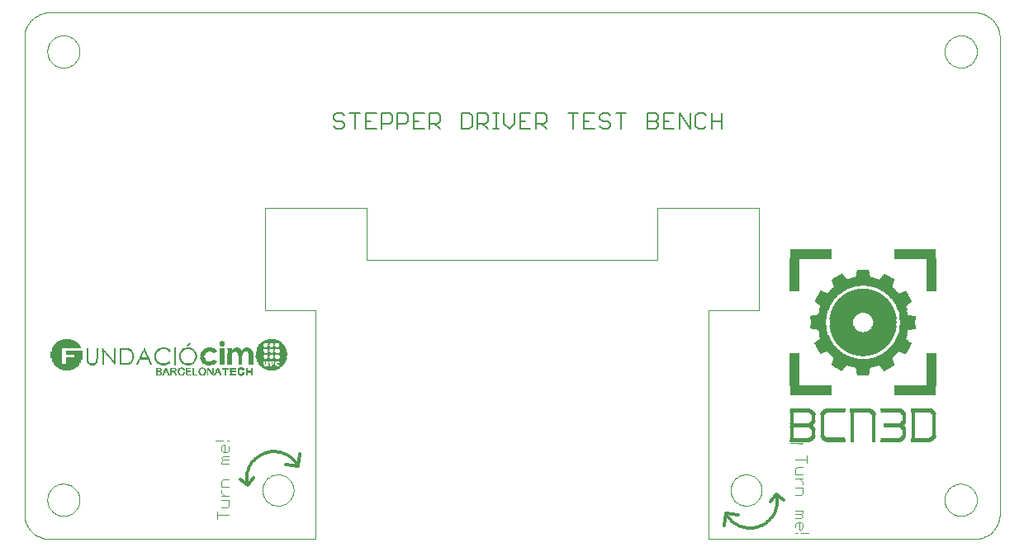
<source format=gto>
G75*
%MOIN*%
%OFA0B0*%
%FSLAX24Y24*%
%IPPOS*%
%LPD*%
%AMOC8*
5,1,8,0,0,1.08239X$1,22.5*
%
%ADD10C,0.0000*%
%ADD11C,0.0060*%
%ADD12C,0.0040*%
%ADD13C,0.0120*%
%ADD14R,0.0730X0.0008*%
%ADD15R,0.0722X0.0008*%
%ADD16R,0.0788X0.0008*%
%ADD17R,0.0738X0.0008*%
%ADD18R,0.0158X0.0008*%
%ADD19R,0.0158X0.0008*%
%ADD20R,0.0813X0.0008*%
%ADD21R,0.0780X0.0008*%
%ADD22R,0.0821X0.0008*%
%ADD23R,0.0838X0.0008*%
%ADD24R,0.0805X0.0008*%
%ADD25R,0.0158X0.0008*%
%ADD26R,0.0158X0.0008*%
%ADD27R,0.0854X0.0008*%
%ADD28R,0.0829X0.0008*%
%ADD29R,0.0158X0.0008*%
%ADD30R,0.0158X0.0008*%
%ADD31R,0.0854X0.0008*%
%ADD32R,0.0863X0.0008*%
%ADD33R,0.0846X0.0008*%
%ADD34R,0.0871X0.0008*%
%ADD35R,0.0879X0.0008*%
%ADD36R,0.0854X0.0008*%
%ADD37R,0.0887X0.0008*%
%ADD38R,0.0887X0.0008*%
%ADD39R,0.0871X0.0008*%
%ADD40R,0.0896X0.0008*%
%ADD41R,0.0904X0.0008*%
%ADD42R,0.0879X0.0008*%
%ADD43R,0.0904X0.0008*%
%ADD44R,0.0912X0.0008*%
%ADD45R,0.0896X0.0008*%
%ADD46R,0.0921X0.0008*%
%ADD47R,0.0921X0.0008*%
%ADD48R,0.0904X0.0008*%
%ADD49R,0.0921X0.0008*%
%ADD50R,0.0929X0.0008*%
%ADD51R,0.0929X0.0008*%
%ADD52R,0.0937X0.0008*%
%ADD53R,0.0937X0.0008*%
%ADD54R,0.0921X0.0008*%
%ADD55R,0.0946X0.0008*%
%ADD56R,0.0946X0.0008*%
%ADD57R,0.0929X0.0008*%
%ADD58R,0.0954X0.0008*%
%ADD59R,0.0954X0.0008*%
%ADD60R,0.0954X0.0008*%
%ADD61R,0.0962X0.0008*%
%ADD62R,0.0962X0.0008*%
%ADD63R,0.0970X0.0008*%
%ADD64R,0.0970X0.0008*%
%ADD65R,0.0979X0.0008*%
%ADD66R,0.0979X0.0008*%
%ADD67R,0.0979X0.0008*%
%ADD68R,0.0241X0.0008*%
%ADD69R,0.0232X0.0008*%
%ADD70R,0.0224X0.0008*%
%ADD71R,0.0241X0.0008*%
%ADD72R,0.0216X0.0008*%
%ADD73R,0.0207X0.0008*%
%ADD74R,0.0216X0.0008*%
%ADD75R,0.0199X0.0008*%
%ADD76R,0.0199X0.0008*%
%ADD77R,0.0158X0.0008*%
%ADD78R,0.0191X0.0008*%
%ADD79R,0.0199X0.0008*%
%ADD80R,0.0158X0.0008*%
%ADD81R,0.0199X0.0008*%
%ADD82R,0.0191X0.0008*%
%ADD83R,0.0191X0.0008*%
%ADD84R,0.0182X0.0008*%
%ADD85R,0.0174X0.0008*%
%ADD86R,0.0182X0.0008*%
%ADD87R,0.0174X0.0008*%
%ADD88R,0.0174X0.0008*%
%ADD89R,0.0182X0.0008*%
%ADD90R,0.0174X0.0008*%
%ADD91R,0.0174X0.0008*%
%ADD92R,0.0166X0.0008*%
%ADD93R,0.0166X0.0008*%
%ADD94R,0.0166X0.0008*%
%ADD95R,0.0166X0.0008*%
%ADD96R,0.0166X0.0008*%
%ADD97R,0.0166X0.0008*%
%ADD98R,0.0182X0.0008*%
%ADD99R,0.0207X0.0008*%
%ADD100R,0.0216X0.0008*%
%ADD101R,0.0207X0.0008*%
%ADD102R,0.0232X0.0008*%
%ADD103R,0.0265X0.0008*%
%ADD104R,0.0257X0.0008*%
%ADD105R,0.0863X0.0008*%
%ADD106R,0.0970X0.0008*%
%ADD107R,0.0962X0.0008*%
%ADD108R,0.0846X0.0008*%
%ADD109R,0.0954X0.0008*%
%ADD110R,0.0846X0.0008*%
%ADD111R,0.0954X0.0008*%
%ADD112R,0.0838X0.0008*%
%ADD113R,0.0946X0.0008*%
%ADD114R,0.0829X0.0008*%
%ADD115R,0.0937X0.0008*%
%ADD116R,0.0813X0.0008*%
%ADD117R,0.0805X0.0008*%
%ADD118R,0.0805X0.0008*%
%ADD119R,0.0829X0.0008*%
%ADD120R,0.0970X0.0008*%
%ADD121R,0.0854X0.0008*%
%ADD122R,0.0249X0.0008*%
%ADD123R,0.0241X0.0008*%
%ADD124R,0.0191X0.0008*%
%ADD125R,0.0166X0.0008*%
%ADD126R,0.0166X0.0008*%
%ADD127R,0.0174X0.0008*%
%ADD128R,0.0174X0.0008*%
%ADD129R,0.0182X0.0008*%
%ADD130R,0.0191X0.0008*%
%ADD131R,0.0191X0.0008*%
%ADD132R,0.0199X0.0008*%
%ADD133R,0.0199X0.0008*%
%ADD134R,0.0216X0.0008*%
%ADD135R,0.0224X0.0008*%
%ADD136R,0.0224X0.0008*%
%ADD137R,0.0216X0.0008*%
%ADD138R,0.0241X0.0008*%
%ADD139R,0.0249X0.0008*%
%ADD140R,0.0995X0.0008*%
%ADD141R,0.0987X0.0008*%
%ADD142R,0.0979X0.0008*%
%ADD143R,0.0970X0.0008*%
%ADD144R,0.0929X0.0008*%
%ADD145R,0.0921X0.0008*%
%ADD146R,0.0946X0.0008*%
%ADD147R,0.0912X0.0008*%
%ADD148R,0.0896X0.0008*%
%ADD149R,0.0904X0.0008*%
%ADD150R,0.0887X0.0008*%
%ADD151R,0.0921X0.0008*%
%ADD152R,0.0904X0.0008*%
%ADD153R,0.0879X0.0008*%
%ADD154R,0.0879X0.0008*%
%ADD155R,0.0863X0.0008*%
%ADD156R,0.0871X0.0008*%
%ADD157R,0.0871X0.0008*%
%ADD158R,0.0829X0.0008*%
%ADD159R,0.0821X0.0008*%
%ADD160R,0.0854X0.0008*%
%ADD161R,0.0838X0.0008*%
%ADD162R,0.0796X0.0008*%
%ADD163R,0.0829X0.0008*%
%ADD164R,0.0771X0.0008*%
%ADD165R,0.0796X0.0008*%
%ADD166R,0.0722X0.0008*%
%ADD167R,0.0697X0.0008*%
%ADD168R,0.0738X0.0008*%
%ADD169R,0.0730X0.0008*%
%ADD170R,0.1675X0.0008*%
%ADD171R,0.1675X0.0008*%
%ADD172R,0.1675X0.0008*%
%ADD173R,0.1675X0.0008*%
%ADD174R,0.0373X0.0008*%
%ADD175R,0.0373X0.0008*%
%ADD176R,0.0373X0.0008*%
%ADD177R,0.0373X0.0008*%
%ADD178R,0.0481X0.0008*%
%ADD179R,0.0481X0.0008*%
%ADD180R,0.0481X0.0008*%
%ADD181R,0.0498X0.0008*%
%ADD182R,0.0498X0.0008*%
%ADD183R,0.0506X0.0008*%
%ADD184R,0.0514X0.0008*%
%ADD185R,0.0514X0.0008*%
%ADD186R,0.0514X0.0008*%
%ADD187R,0.0531X0.0008*%
%ADD188R,0.0531X0.0008*%
%ADD189R,0.0531X0.0008*%
%ADD190R,0.0008X0.0008*%
%ADD191R,0.0008X0.0008*%
%ADD192R,0.0547X0.0008*%
%ADD193R,0.0033X0.0008*%
%ADD194R,0.0025X0.0008*%
%ADD195R,0.0547X0.0008*%
%ADD196R,0.0050X0.0008*%
%ADD197R,0.0050X0.0008*%
%ADD198R,0.0547X0.0008*%
%ADD199R,0.0066X0.0008*%
%ADD200R,0.0075X0.0008*%
%ADD201R,0.0091X0.0008*%
%ADD202R,0.0100X0.0008*%
%ADD203R,0.0116X0.0008*%
%ADD204R,0.0116X0.0008*%
%ADD205R,0.0556X0.0008*%
%ADD206R,0.0133X0.0008*%
%ADD207R,0.0133X0.0008*%
%ADD208R,0.0564X0.0008*%
%ADD209R,0.0564X0.0008*%
%ADD210R,0.0564X0.0008*%
%ADD211R,0.0216X0.0008*%
%ADD212R,0.0224X0.0008*%
%ADD213R,0.0241X0.0008*%
%ADD214R,0.0249X0.0008*%
%ADD215R,0.0581X0.0008*%
%ADD216R,0.0265X0.0008*%
%ADD217R,0.0274X0.0008*%
%ADD218R,0.0581X0.0008*%
%ADD219R,0.0282X0.0008*%
%ADD220R,0.0282X0.0008*%
%ADD221R,0.0581X0.0008*%
%ADD222R,0.0307X0.0008*%
%ADD223R,0.0307X0.0008*%
%ADD224R,0.0332X0.0008*%
%ADD225R,0.0332X0.0008*%
%ADD226R,0.0357X0.0008*%
%ADD227R,0.0348X0.0008*%
%ADD228R,0.0597X0.0008*%
%ADD229R,0.0365X0.0008*%
%ADD230R,0.0680X0.0008*%
%ADD231R,0.0390X0.0008*%
%ADD232R,0.0398X0.0008*%
%ADD233R,0.0763X0.0008*%
%ADD234R,0.0415X0.0008*%
%ADD235R,0.0423X0.0008*%
%ADD236R,0.0829X0.0008*%
%ADD237R,0.0440X0.0008*%
%ADD238R,0.0431X0.0008*%
%ADD239R,0.0456X0.0008*%
%ADD240R,0.0456X0.0008*%
%ADD241R,0.1029X0.0008*%
%ADD242R,0.0506X0.0008*%
%ADD243R,0.1078X0.0008*%
%ADD244R,0.0523X0.0008*%
%ADD245R,0.1128X0.0008*%
%ADD246R,0.0539X0.0008*%
%ADD247R,0.1178X0.0008*%
%ADD248R,0.0572X0.0008*%
%ADD249R,0.1228X0.0008*%
%ADD250R,0.0589X0.0008*%
%ADD251R,0.0589X0.0008*%
%ADD252R,0.1277X0.0008*%
%ADD253R,0.0605X0.0008*%
%ADD254R,0.2530X0.0008*%
%ADD255R,0.2538X0.0008*%
%ADD256R,0.2521X0.0008*%
%ADD257R,0.2513X0.0008*%
%ADD258R,0.2505X0.0008*%
%ADD259R,0.2488X0.0008*%
%ADD260R,0.2488X0.0008*%
%ADD261R,0.2488X0.0008*%
%ADD262R,0.2472X0.0008*%
%ADD263R,0.2472X0.0008*%
%ADD264R,0.2472X0.0008*%
%ADD265R,0.2455X0.0008*%
%ADD266R,0.2455X0.0008*%
%ADD267R,0.2439X0.0008*%
%ADD268R,0.2439X0.0008*%
%ADD269R,0.2439X0.0008*%
%ADD270R,0.2422X0.0008*%
%ADD271R,0.2422X0.0008*%
%ADD272R,0.2414X0.0008*%
%ADD273R,0.2405X0.0008*%
%ADD274R,0.2389X0.0008*%
%ADD275R,0.2389X0.0008*%
%ADD276R,0.2372X0.0008*%
%ADD277R,0.1062X0.0008*%
%ADD278R,0.1053X0.0008*%
%ADD279R,0.0995X0.0008*%
%ADD280R,0.0887X0.0008*%
%ADD281R,0.0871X0.0008*%
%ADD282R,0.0805X0.0008*%
%ADD283R,0.0788X0.0008*%
%ADD284R,0.0780X0.0008*%
%ADD285R,0.0763X0.0008*%
%ADD286R,0.0746X0.0008*%
%ADD287R,0.0722X0.0008*%
%ADD288R,0.0713X0.0008*%
%ADD289R,0.0705X0.0008*%
%ADD290R,0.0688X0.0008*%
%ADD291R,0.0672X0.0008*%
%ADD292R,0.0664X0.0008*%
%ADD293R,0.0664X0.0008*%
%ADD294R,0.0647X0.0008*%
%ADD295R,0.0647X0.0008*%
%ADD296R,0.0639X0.0008*%
%ADD297R,0.0639X0.0008*%
%ADD298R,0.0630X0.0008*%
%ADD299R,0.0622X0.0008*%
%ADD300R,0.0614X0.0008*%
%ADD301R,0.0605X0.0008*%
%ADD302R,0.0464X0.0008*%
%ADD303R,0.0556X0.0008*%
%ADD304R,0.0597X0.0008*%
%ADD305R,0.0589X0.0008*%
%ADD306R,0.0630X0.0008*%
%ADD307R,0.0697X0.0008*%
%ADD308R,0.0572X0.0008*%
%ADD309R,0.0763X0.0008*%
%ADD310R,0.0572X0.0008*%
%ADD311R,0.0556X0.0008*%
%ADD312R,0.0008X0.0008*%
%ADD313R,0.0041X0.0008*%
%ADD314R,0.0017X0.0008*%
%ADD315R,0.0995X0.0008*%
%ADD316R,0.0066X0.0008*%
%ADD317R,0.0539X0.0008*%
%ADD318R,0.1045X0.0008*%
%ADD319R,0.0100X0.0008*%
%ADD320R,0.0083X0.0008*%
%ADD321R,0.0539X0.0008*%
%ADD322R,0.1078X0.0008*%
%ADD323R,0.0124X0.0008*%
%ADD324R,0.0108X0.0008*%
%ADD325R,0.0539X0.0008*%
%ADD326R,0.1111X0.0008*%
%ADD327R,0.0149X0.0008*%
%ADD328R,0.0133X0.0008*%
%ADD329R,0.0523X0.0008*%
%ADD330R,0.1145X0.0008*%
%ADD331R,0.0523X0.0008*%
%ADD332R,0.1186X0.0008*%
%ADD333R,0.1219X0.0008*%
%ADD334R,0.0241X0.0008*%
%ADD335R,0.0224X0.0008*%
%ADD336R,0.1244X0.0008*%
%ADD337R,0.1277X0.0008*%
%ADD338R,0.0290X0.0008*%
%ADD339R,0.0282X0.0008*%
%ADD340R,0.1310X0.0008*%
%ADD341R,0.0323X0.0008*%
%ADD342R,0.0299X0.0008*%
%ADD343R,0.0498X0.0008*%
%ADD344R,0.1344X0.0008*%
%ADD345R,0.0498X0.0008*%
%ADD346R,0.1377X0.0008*%
%ADD347R,0.0854X0.0008*%
%ADD348R,0.1393X0.0008*%
%ADD349R,0.1427X0.0008*%
%ADD350R,0.0838X0.0008*%
%ADD351R,0.1443X0.0008*%
%ADD352R,0.1476X0.0008*%
%ADD353R,0.1501X0.0008*%
%ADD354R,0.0821X0.0008*%
%ADD355R,0.1526X0.0008*%
%ADD356R,0.0821X0.0008*%
%ADD357R,0.1543X0.0008*%
%ADD358R,0.1576X0.0008*%
%ADD359R,0.1593X0.0008*%
%ADD360R,0.0805X0.0008*%
%ADD361R,0.1626X0.0008*%
%ADD362R,0.0796X0.0008*%
%ADD363R,0.1642X0.0008*%
%ADD364R,0.0796X0.0008*%
%ADD365R,0.1659X0.0008*%
%ADD366R,0.1692X0.0008*%
%ADD367R,0.1709X0.0008*%
%ADD368R,0.0780X0.0008*%
%ADD369R,0.1725X0.0008*%
%ADD370R,0.1742X0.0008*%
%ADD371R,0.0780X0.0008*%
%ADD372R,0.1758X0.0008*%
%ADD373R,0.0771X0.0008*%
%ADD374R,0.1792X0.0008*%
%ADD375R,0.1808X0.0008*%
%ADD376R,0.0771X0.0008*%
%ADD377R,0.1825X0.0008*%
%ADD378R,0.0771X0.0008*%
%ADD379R,0.1841X0.0008*%
%ADD380R,0.1858X0.0008*%
%ADD381R,0.1874X0.0008*%
%ADD382R,0.1891X0.0008*%
%ADD383R,0.0755X0.0008*%
%ADD384R,0.1908X0.0008*%
%ADD385R,0.0755X0.0008*%
%ADD386R,0.1924X0.0008*%
%ADD387R,0.1941X0.0008*%
%ADD388R,0.0755X0.0008*%
%ADD389R,0.1957X0.0008*%
%ADD390R,0.0755X0.0008*%
%ADD391R,0.1974X0.0008*%
%ADD392R,0.0746X0.0008*%
%ADD393R,0.1991X0.0008*%
%ADD394R,0.0746X0.0008*%
%ADD395R,0.2007X0.0008*%
%ADD396R,0.0746X0.0008*%
%ADD397R,0.2024X0.0008*%
%ADD398R,0.2040X0.0008*%
%ADD399R,0.2040X0.0008*%
%ADD400R,0.0738X0.0008*%
%ADD401R,0.2057X0.0008*%
%ADD402R,0.2074X0.0008*%
%ADD403R,0.2090X0.0008*%
%ADD404R,0.0730X0.0008*%
%ADD405R,0.2107X0.0008*%
%ADD406R,0.0713X0.0008*%
%ADD407R,0.0722X0.0008*%
%ADD408R,0.2123X0.0008*%
%ADD409R,0.2123X0.0008*%
%ADD410R,0.0697X0.0008*%
%ADD411R,0.2140X0.0008*%
%ADD412R,0.0672X0.0008*%
%ADD413R,0.0672X0.0008*%
%ADD414R,0.2157X0.0008*%
%ADD415R,0.0647X0.0008*%
%ADD416R,0.0664X0.0008*%
%ADD417R,0.2173X0.0008*%
%ADD418R,0.0639X0.0008*%
%ADD419R,0.0647X0.0008*%
%ADD420R,0.2173X0.0008*%
%ADD421R,0.0622X0.0008*%
%ADD422R,0.2190X0.0008*%
%ADD423R,0.0622X0.0008*%
%ADD424R,0.2206X0.0008*%
%ADD425R,0.0597X0.0008*%
%ADD426R,0.2215X0.0008*%
%ADD427R,0.2223X0.0008*%
%ADD428R,0.0572X0.0008*%
%ADD429R,0.2239X0.0008*%
%ADD430R,0.0547X0.0008*%
%ADD431R,0.2256X0.0008*%
%ADD432R,0.2273X0.0008*%
%ADD433R,0.2281X0.0008*%
%ADD434R,0.0498X0.0008*%
%ADD435R,0.2289X0.0008*%
%ADD436R,0.0473X0.0008*%
%ADD437R,0.0489X0.0008*%
%ADD438R,0.2306X0.0008*%
%ADD439R,0.0464X0.0008*%
%ADD440R,0.0473X0.0008*%
%ADD441R,0.2306X0.0008*%
%ADD442R,0.0448X0.0008*%
%ADD443R,0.0464X0.0008*%
%ADD444R,0.2322X0.0008*%
%ADD445R,0.0440X0.0008*%
%ADD446R,0.0448X0.0008*%
%ADD447R,0.2339X0.0008*%
%ADD448R,0.0423X0.0008*%
%ADD449R,0.2339X0.0008*%
%ADD450R,0.0415X0.0008*%
%ADD451R,0.0415X0.0008*%
%ADD452R,0.2356X0.0008*%
%ADD453R,0.0390X0.0008*%
%ADD454R,0.0406X0.0008*%
%ADD455R,0.2356X0.0008*%
%ADD456R,0.0390X0.0008*%
%ADD457R,0.2372X0.0008*%
%ADD458R,0.0382X0.0008*%
%ADD459R,0.0382X0.0008*%
%ADD460R,0.2372X0.0008*%
%ADD461R,0.0382X0.0008*%
%ADD462R,0.2405X0.0008*%
%ADD463R,0.2405X0.0008*%
%ADD464R,0.2422X0.0008*%
%ADD465R,0.0373X0.0008*%
%ADD466R,0.0373X0.0008*%
%ADD467R,0.2439X0.0008*%
%ADD468R,0.2455X0.0008*%
%ADD469R,0.2455X0.0008*%
%ADD470R,0.2455X0.0008*%
%ADD471R,0.2472X0.0008*%
%ADD472R,0.0365X0.0008*%
%ADD473R,0.2472X0.0008*%
%ADD474R,0.0373X0.0008*%
%ADD475R,0.2505X0.0008*%
%ADD476R,0.2505X0.0008*%
%ADD477R,0.0365X0.0008*%
%ADD478R,0.2505X0.0008*%
%ADD479R,0.0365X0.0008*%
%ADD480R,0.2521X0.0008*%
%ADD481R,0.0365X0.0008*%
%ADD482R,0.2521X0.0008*%
%ADD483R,0.0365X0.0008*%
%ADD484R,0.2538X0.0008*%
%ADD485R,0.2538X0.0008*%
%ADD486R,0.2555X0.0008*%
%ADD487R,0.2555X0.0008*%
%ADD488R,0.2555X0.0008*%
%ADD489R,0.2571X0.0008*%
%ADD490R,0.0357X0.0008*%
%ADD491R,0.2571X0.0008*%
%ADD492R,0.0365X0.0008*%
%ADD493R,0.1269X0.0008*%
%ADD494R,0.1211X0.0008*%
%ADD495R,0.1161X0.0008*%
%ADD496R,0.1145X0.0008*%
%ADD497R,0.1120X0.0008*%
%ADD498R,0.1103X0.0008*%
%ADD499R,0.1111X0.0008*%
%ADD500R,0.1103X0.0008*%
%ADD501R,0.0357X0.0008*%
%ADD502R,0.1087X0.0008*%
%ADD503R,0.1062X0.0008*%
%ADD504R,0.1062X0.0008*%
%ADD505R,0.1053X0.0008*%
%ADD506R,0.0348X0.0008*%
%ADD507R,0.1045X0.0008*%
%ADD508R,0.0406X0.0008*%
%ADD509R,0.1037X0.0008*%
%ADD510R,0.0448X0.0008*%
%ADD511R,0.1037X0.0008*%
%ADD512R,0.0489X0.0008*%
%ADD513R,0.0498X0.0008*%
%ADD514R,0.1020X0.0008*%
%ADD515R,0.0581X0.0008*%
%ADD516R,0.1012X0.0008*%
%ADD517R,0.1004X0.0008*%
%ADD518R,0.0647X0.0008*%
%ADD519R,0.0622X0.0008*%
%ADD520R,0.1012X0.0008*%
%ADD521R,0.0647X0.0008*%
%ADD522R,0.1004X0.0008*%
%ADD523R,0.0647X0.0008*%
%ADD524R,0.0995X0.0008*%
%ADD525R,0.0987X0.0008*%
%ADD526R,0.0979X0.0008*%
%ADD527R,0.0630X0.0008*%
%ADD528R,0.0630X0.0008*%
%ADD529R,0.0954X0.0008*%
%ADD530R,0.0630X0.0008*%
%ADD531R,0.0954X0.0008*%
%ADD532R,0.0946X0.0008*%
%ADD533R,0.0639X0.0008*%
%ADD534R,0.0962X0.0008*%
%ADD535R,0.0987X0.0008*%
%ADD536R,0.0987X0.0008*%
%ADD537R,0.0995X0.0008*%
%ADD538R,0.0622X0.0008*%
%ADD539R,0.1004X0.0008*%
%ADD540R,0.0572X0.0008*%
%ADD541R,0.1029X0.0008*%
%ADD542R,0.0448X0.0008*%
%ADD543R,0.0489X0.0008*%
%ADD544R,0.1037X0.0008*%
%ADD545R,0.1070X0.0008*%
%ADD546R,0.0357X0.0008*%
%ADD547R,0.1087X0.0008*%
%ADD548R,0.1095X0.0008*%
%ADD549R,0.1111X0.0008*%
%ADD550R,0.1120X0.0008*%
%ADD551R,0.1136X0.0008*%
%ADD552R,0.1153X0.0008*%
%ADD553R,0.1169X0.0008*%
%ADD554R,0.1203X0.0008*%
%ADD555R,0.1244X0.0008*%
%ADD556R,0.2579X0.0008*%
%ADD557R,0.2563X0.0008*%
%ADD558R,0.2521X0.0008*%
%ADD559R,0.2488X0.0008*%
%ADD560R,0.2472X0.0008*%
%ADD561R,0.0373X0.0008*%
%ADD562R,0.2422X0.0008*%
%ADD563R,0.2389X0.0008*%
%ADD564R,0.2364X0.0008*%
%ADD565R,0.0431X0.0008*%
%ADD566R,0.0448X0.0008*%
%ADD567R,0.0440X0.0008*%
%ADD568R,0.2322X0.0008*%
%ADD569R,0.2322X0.0008*%
%ADD570R,0.0464X0.0008*%
%ADD571R,0.0489X0.0008*%
%ADD572R,0.0473X0.0008*%
%ADD573R,0.2289X0.0008*%
%ADD574R,0.0498X0.0008*%
%ADD575R,0.2273X0.0008*%
%ADD576R,0.2256X0.0008*%
%ADD577R,0.2256X0.0008*%
%ADD578R,0.0564X0.0008*%
%ADD579R,0.0547X0.0008*%
%ADD580R,0.2239X0.0008*%
%ADD581R,0.0572X0.0008*%
%ADD582R,0.2223X0.0008*%
%ADD583R,0.0597X0.0008*%
%ADD584R,0.2206X0.0008*%
%ADD585R,0.0605X0.0008*%
%ADD586R,0.2190X0.0008*%
%ADD587R,0.0688X0.0008*%
%ADD588R,0.2140X0.0008*%
%ADD589R,0.2065X0.0008*%
%ADD590R,0.0738X0.0008*%
%ADD591R,0.2057X0.0008*%
%ADD592R,0.2024X0.0008*%
%ADD593R,0.2007X0.0008*%
%ADD594R,0.1974X0.0008*%
%ADD595R,0.0755X0.0008*%
%ADD596R,0.1957X0.0008*%
%ADD597R,0.0755X0.0008*%
%ADD598R,0.1924X0.0008*%
%ADD599R,0.1908X0.0008*%
%ADD600R,0.1874X0.0008*%
%ADD601R,0.0771X0.0008*%
%ADD602R,0.1858X0.0008*%
%ADD603R,0.0771X0.0008*%
%ADD604R,0.1808X0.0008*%
%ADD605R,0.1792X0.0008*%
%ADD606R,0.1775X0.0008*%
%ADD607R,0.1750X0.0008*%
%ADD608R,0.0788X0.0008*%
%ADD609R,0.0796X0.0008*%
%ADD610R,0.0796X0.0008*%
%ADD611R,0.1642X0.0008*%
%ADD612R,0.1609X0.0008*%
%ADD613R,0.1576X0.0008*%
%ADD614R,0.1559X0.0008*%
%ADD615R,0.1526X0.0008*%
%ADD616R,0.1510X0.0008*%
%ADD617R,0.1460X0.0008*%
%ADD618R,0.1427X0.0008*%
%ADD619R,0.1410X0.0008*%
%ADD620R,0.1327X0.0008*%
%ADD621R,0.0299X0.0008*%
%ADD622R,0.1294X0.0008*%
%ADD623R,0.0274X0.0008*%
%ADD624R,0.1261X0.0008*%
%ADD625R,0.1228X0.0008*%
%ADD626R,0.1194X0.0008*%
%ADD627R,0.1161X0.0008*%
%ADD628R,0.0141X0.0008*%
%ADD629R,0.0149X0.0008*%
%ADD630R,0.0108X0.0008*%
%ADD631R,0.0124X0.0008*%
%ADD632R,0.1095X0.0008*%
%ADD633R,0.0083X0.0008*%
%ADD634R,0.0075X0.0008*%
%ADD635R,0.0017X0.0008*%
%ADD636R,0.0041X0.0008*%
%ADD637R,0.0556X0.0008*%
%ADD638R,0.0713X0.0008*%
%ADD639R,0.0581X0.0008*%
%ADD640R,0.0605X0.0008*%
%ADD641R,0.0614X0.0008*%
%ADD642R,0.0398X0.0008*%
%ADD643R,0.0746X0.0008*%
%ADD644R,0.0829X0.0008*%
%ADD645R,0.0846X0.0008*%
%ADD646R,0.1045X0.0008*%
%ADD647R,0.1062X0.0008*%
%ADD648R,0.2372X0.0008*%
%ADD649R,0.2389X0.0008*%
%ADD650R,0.2405X0.0008*%
%ADD651R,0.2472X0.0008*%
%ADD652R,0.2505X0.0008*%
%ADD653R,0.2513X0.0008*%
%ADD654R,0.2521X0.0008*%
%ADD655R,0.2530X0.0008*%
%ADD656R,0.0614X0.0008*%
%ADD657R,0.1186X0.0008*%
%ADD658R,0.0539X0.0008*%
%ADD659R,0.1136X0.0008*%
%ADD660R,0.0523X0.0008*%
%ADD661R,0.0904X0.0008*%
%ADD662R,0.0440X0.0008*%
%ADD663R,0.0398X0.0008*%
%ADD664R,0.0390X0.0008*%
%ADD665R,0.0680X0.0008*%
%ADD666R,0.0307X0.0008*%
%ADD667R,0.0290X0.0008*%
%ADD668R,0.0274X0.0008*%
%ADD669R,0.0265X0.0008*%
%ADD670R,0.0199X0.0008*%
%ADD671R,0.0116X0.0008*%
%ADD672R,0.0066X0.0008*%
%ADD673R,0.0058X0.0008*%
%ADD674R,0.0033X0.0008*%
%ADD675R,0.0523X0.0008*%
%ADD676R,0.0498X0.0008*%
%ADD677R,0.0084X0.0014*%
%ADD678R,0.0070X0.0014*%
%ADD679R,0.0098X0.0014*%
%ADD680R,0.0252X0.0014*%
%ADD681R,0.0154X0.0014*%
%ADD682R,0.0182X0.0014*%
%ADD683R,0.0042X0.0014*%
%ADD684R,0.0042X0.0014*%
%ADD685R,0.0224X0.0014*%
%ADD686R,0.0196X0.0014*%
%ADD687R,0.0028X0.0014*%
%ADD688R,0.0056X0.0014*%
%ADD689R,0.0056X0.0014*%
%ADD690R,0.0098X0.0014*%
%ADD691R,0.0196X0.0014*%
%ADD692R,0.0056X0.0014*%
%ADD693R,0.0042X0.0014*%
%ADD694R,0.0042X0.0014*%
%ADD695R,0.0182X0.0014*%
%ADD696R,0.0224X0.0014*%
%ADD697R,0.0028X0.0014*%
%ADD698R,0.0056X0.0014*%
%ADD699R,0.0098X0.0014*%
%ADD700R,0.0252X0.0014*%
%ADD701R,0.0210X0.0014*%
%ADD702R,0.0098X0.0014*%
%ADD703R,0.0084X0.0014*%
%ADD704R,0.0238X0.0014*%
%ADD705R,0.0084X0.0014*%
%ADD706R,0.0196X0.0014*%
%ADD707R,0.0182X0.0014*%
%ADD708R,0.0294X0.0014*%
%ADD709R,0.0168X0.0014*%
%ADD710R,0.0210X0.0014*%
%ADD711R,0.0182X0.0014*%
%ADD712R,0.0238X0.0014*%
%ADD713R,0.0294X0.0014*%
%ADD714R,0.0014X0.0014*%
%ADD715R,0.0238X0.0014*%
%ADD716R,0.0028X0.0014*%
%ADD717R,0.0350X0.0014*%
%ADD718R,0.0336X0.0014*%
%ADD719R,0.0448X0.0014*%
%ADD720R,0.0028X0.0014*%
%ADD721R,0.0112X0.0014*%
%ADD722R,0.0420X0.0014*%
%ADD723R,0.0518X0.0014*%
%ADD724R,0.0504X0.0014*%
%ADD725R,0.0574X0.0014*%
%ADD726R,0.0560X0.0014*%
%ADD727R,0.0630X0.0014*%
%ADD728R,0.0616X0.0014*%
%ADD729R,0.0672X0.0014*%
%ADD730R,0.0168X0.0014*%
%ADD731R,0.0140X0.0014*%
%ADD732R,0.0644X0.0014*%
%ADD733R,0.0728X0.0014*%
%ADD734R,0.0070X0.0014*%
%ADD735R,0.0140X0.0014*%
%ADD736R,0.0700X0.0014*%
%ADD737R,0.0756X0.0014*%
%ADD738R,0.0742X0.0014*%
%ADD739R,0.0798X0.0014*%
%ADD740R,0.0784X0.0014*%
%ADD741R,0.0840X0.0014*%
%ADD742R,0.0392X0.0014*%
%ADD743R,0.0112X0.0014*%
%ADD744R,0.0868X0.0014*%
%ADD745R,0.0896X0.0014*%
%ADD746R,0.0154X0.0014*%
%ADD747R,0.0924X0.0014*%
%ADD748R,0.0126X0.0014*%
%ADD749R,0.0952X0.0014*%
%ADD750R,0.0980X0.0014*%
%ADD751R,0.0224X0.0014*%
%ADD752R,0.0154X0.0014*%
%ADD753R,0.1008X0.0014*%
%ADD754R,0.0322X0.0014*%
%ADD755R,0.0308X0.0014*%
%ADD756R,0.0280X0.0014*%
%ADD757R,0.0308X0.0014*%
%ADD758R,0.0308X0.0014*%
%ADD759R,0.0532X0.0014*%
%ADD760R,0.0266X0.0014*%
%ADD761R,0.0378X0.0014*%
%ADD762R,0.0364X0.0014*%
%ADD763R,0.0350X0.0014*%
%ADD764R,0.0168X0.0014*%
%ADD765R,0.0168X0.0014*%
%ADD766R,0.0280X0.0014*%
%ADD767R,0.0546X0.0014*%
%ADD768R,0.0420X0.0014*%
%ADD769R,0.0378X0.0014*%
%ADD770R,0.0434X0.0014*%
%ADD771R,0.0434X0.0014*%
%ADD772R,0.0126X0.0014*%
%ADD773R,0.0462X0.0014*%
%ADD774R,0.0504X0.0014*%
%ADD775R,0.0574X0.0014*%
%ADD776R,0.0112X0.0014*%
%ADD777R,0.0532X0.0014*%
%ADD778R,0.0574X0.0014*%
%ADD779R,0.0546X0.0014*%
%ADD780R,0.0224X0.0014*%
%ADD781R,0.0364X0.0014*%
%ADD782R,0.0588X0.0014*%
%ADD783R,0.0602X0.0014*%
%ADD784R,0.0602X0.0014*%
%ADD785R,0.0252X0.0014*%
%ADD786R,0.0392X0.0014*%
%ADD787R,0.0616X0.0014*%
%ADD788R,0.0112X0.0014*%
%ADD789R,0.1162X0.0014*%
%ADD790R,0.0406X0.0014*%
%ADD791R,0.1176X0.0014*%
%ADD792R,0.1190X0.0014*%
%ADD793R,0.1204X0.0014*%
%ADD794R,0.0644X0.0014*%
%ADD795R,0.0434X0.0014*%
%ADD796R,0.0336X0.0014*%
%ADD797R,0.0154X0.0014*%
%ADD798R,0.0644X0.0014*%
%ADD799R,0.0406X0.0014*%
%ADD800R,0.0294X0.0014*%
%ADD801R,0.0392X0.0014*%
%ADD802R,0.0434X0.0014*%
%ADD803R,0.0322X0.0014*%
%ADD804R,0.0308X0.0014*%
%ADD805R,0.0322X0.0014*%
%ADD806R,0.0658X0.0014*%
%ADD807R,0.1260X0.0014*%
%ADD808R,0.0658X0.0014*%
%ADD809R,0.1260X0.0014*%
%ADD810R,0.0378X0.0014*%
%ADD811R,0.0266X0.0014*%
%ADD812R,0.0294X0.0014*%
%ADD813R,0.0994X0.0014*%
%ADD814R,0.0560X0.0014*%
%ADD815R,0.0406X0.0014*%
%ADD816R,0.0546X0.0014*%
%ADD817R,0.0266X0.0014*%
%ADD818R,0.0476X0.0014*%
%ADD819R,0.0364X0.0014*%
%ADD820R,0.0252X0.0014*%
%ADD821R,0.0266X0.0014*%
%ADD822R,0.1148X0.0014*%
%ADD823R,0.1120X0.0014*%
%ADD824R,0.1092X0.0014*%
%ADD825R,0.0238X0.0014*%
%ADD826R,0.1092X0.0014*%
%ADD827R,0.1064X0.0014*%
%ADD828R,0.1036X0.0014*%
%ADD829R,0.1008X0.0014*%
%ADD830R,0.0938X0.0014*%
%ADD831R,0.0910X0.0014*%
%ADD832R,0.0882X0.0014*%
%ADD833R,0.0854X0.0014*%
%ADD834R,0.0812X0.0014*%
%ADD835R,0.0742X0.0014*%
%ADD836R,0.0658X0.0014*%
D10*
X004622Y004437D02*
X015382Y004437D01*
X015382Y013677D01*
X013342Y013677D01*
X013342Y017817D01*
X017422Y017817D01*
X017422Y015717D01*
X029182Y015717D01*
X029182Y017817D01*
X033262Y017817D01*
X033262Y013677D01*
X031222Y013677D01*
X031222Y004437D01*
X041992Y004437D01*
X042052Y004439D01*
X042113Y004444D01*
X042172Y004453D01*
X042231Y004466D01*
X042290Y004482D01*
X042347Y004502D01*
X042402Y004525D01*
X042457Y004552D01*
X042509Y004581D01*
X042560Y004614D01*
X042609Y004650D01*
X042655Y004688D01*
X042699Y004730D01*
X042741Y004774D01*
X042779Y004820D01*
X042815Y004869D01*
X042848Y004920D01*
X042877Y004972D01*
X042904Y005027D01*
X042927Y005082D01*
X042947Y005139D01*
X042963Y005198D01*
X042976Y005257D01*
X042985Y005316D01*
X042990Y005377D01*
X042992Y005437D01*
X042992Y024696D01*
X042990Y024756D01*
X042985Y024817D01*
X042976Y024876D01*
X042963Y024935D01*
X042947Y024994D01*
X042927Y025051D01*
X042904Y025106D01*
X042877Y025161D01*
X042848Y025213D01*
X042815Y025264D01*
X042779Y025313D01*
X042741Y025359D01*
X042699Y025403D01*
X042655Y025445D01*
X042609Y025483D01*
X042560Y025519D01*
X042509Y025552D01*
X042457Y025581D01*
X042402Y025608D01*
X042347Y025631D01*
X042290Y025651D01*
X042231Y025667D01*
X042172Y025680D01*
X042113Y025689D01*
X042052Y025694D01*
X041992Y025696D01*
X004622Y025696D01*
X004562Y025694D01*
X004501Y025689D01*
X004442Y025680D01*
X004383Y025667D01*
X004324Y025651D01*
X004267Y025631D01*
X004212Y025608D01*
X004157Y025581D01*
X004105Y025552D01*
X004054Y025519D01*
X004005Y025483D01*
X003959Y025445D01*
X003915Y025403D01*
X003873Y025359D01*
X003835Y025313D01*
X003799Y025264D01*
X003766Y025213D01*
X003737Y025161D01*
X003710Y025106D01*
X003687Y025051D01*
X003667Y024994D01*
X003651Y024935D01*
X003638Y024876D01*
X003629Y024817D01*
X003624Y024756D01*
X003622Y024696D01*
X003622Y005437D01*
X003624Y005377D01*
X003629Y005316D01*
X003638Y005257D01*
X003651Y005198D01*
X003667Y005139D01*
X003687Y005082D01*
X003710Y005027D01*
X003737Y004972D01*
X003766Y004920D01*
X003799Y004869D01*
X003835Y004820D01*
X003873Y004774D01*
X003915Y004730D01*
X003959Y004688D01*
X004005Y004650D01*
X004054Y004614D01*
X004105Y004581D01*
X004157Y004552D01*
X004212Y004525D01*
X004267Y004502D01*
X004324Y004482D01*
X004383Y004466D01*
X004442Y004453D01*
X004501Y004444D01*
X004562Y004439D01*
X004622Y004437D01*
X004547Y006011D02*
X004549Y006061D01*
X004555Y006111D01*
X004565Y006161D01*
X004578Y006209D01*
X004595Y006257D01*
X004616Y006303D01*
X004640Y006347D01*
X004668Y006389D01*
X004699Y006429D01*
X004733Y006466D01*
X004770Y006501D01*
X004809Y006532D01*
X004850Y006561D01*
X004894Y006586D01*
X004940Y006608D01*
X004987Y006626D01*
X005035Y006640D01*
X005084Y006651D01*
X005134Y006658D01*
X005184Y006661D01*
X005235Y006660D01*
X005285Y006655D01*
X005335Y006646D01*
X005383Y006634D01*
X005431Y006617D01*
X005477Y006597D01*
X005522Y006574D01*
X005565Y006547D01*
X005605Y006517D01*
X005643Y006484D01*
X005678Y006448D01*
X005711Y006409D01*
X005740Y006368D01*
X005766Y006325D01*
X005789Y006280D01*
X005808Y006233D01*
X005823Y006185D01*
X005835Y006136D01*
X005843Y006086D01*
X005847Y006036D01*
X005847Y005986D01*
X005843Y005936D01*
X005835Y005886D01*
X005823Y005837D01*
X005808Y005789D01*
X005789Y005742D01*
X005766Y005697D01*
X005740Y005654D01*
X005711Y005613D01*
X005678Y005574D01*
X005643Y005538D01*
X005605Y005505D01*
X005565Y005475D01*
X005522Y005448D01*
X005477Y005425D01*
X005431Y005405D01*
X005383Y005388D01*
X005335Y005376D01*
X005285Y005367D01*
X005235Y005362D01*
X005184Y005361D01*
X005134Y005364D01*
X005084Y005371D01*
X005035Y005382D01*
X004987Y005396D01*
X004940Y005414D01*
X004894Y005436D01*
X004850Y005461D01*
X004809Y005490D01*
X004770Y005521D01*
X004733Y005556D01*
X004699Y005593D01*
X004668Y005633D01*
X004640Y005675D01*
X004616Y005719D01*
X004595Y005765D01*
X004578Y005813D01*
X004565Y005861D01*
X004555Y005911D01*
X004549Y005961D01*
X004547Y006011D01*
X013228Y006405D02*
X013230Y006455D01*
X013236Y006505D01*
X013246Y006554D01*
X013260Y006602D01*
X013277Y006649D01*
X013298Y006694D01*
X013323Y006738D01*
X013351Y006779D01*
X013383Y006818D01*
X013417Y006855D01*
X013454Y006889D01*
X013494Y006919D01*
X013536Y006946D01*
X013580Y006970D01*
X013626Y006991D01*
X013673Y007007D01*
X013721Y007020D01*
X013771Y007029D01*
X013820Y007034D01*
X013871Y007035D01*
X013921Y007032D01*
X013970Y007025D01*
X014019Y007014D01*
X014067Y006999D01*
X014113Y006981D01*
X014158Y006959D01*
X014201Y006933D01*
X014242Y006904D01*
X014281Y006872D01*
X014317Y006837D01*
X014349Y006799D01*
X014379Y006759D01*
X014406Y006716D01*
X014429Y006672D01*
X014448Y006626D01*
X014464Y006578D01*
X014476Y006529D01*
X014484Y006480D01*
X014488Y006430D01*
X014488Y006380D01*
X014484Y006330D01*
X014476Y006281D01*
X014464Y006232D01*
X014448Y006184D01*
X014429Y006138D01*
X014406Y006094D01*
X014379Y006051D01*
X014349Y006011D01*
X014317Y005973D01*
X014281Y005938D01*
X014242Y005906D01*
X014201Y005877D01*
X014158Y005851D01*
X014113Y005829D01*
X014067Y005811D01*
X014019Y005796D01*
X013970Y005785D01*
X013921Y005778D01*
X013871Y005775D01*
X013820Y005776D01*
X013771Y005781D01*
X013721Y005790D01*
X013673Y005803D01*
X013626Y005819D01*
X013580Y005840D01*
X013536Y005864D01*
X013494Y005891D01*
X013454Y005921D01*
X013417Y005955D01*
X013383Y005992D01*
X013351Y006031D01*
X013323Y006072D01*
X013298Y006116D01*
X013277Y006161D01*
X013260Y006208D01*
X013246Y006256D01*
X013236Y006305D01*
X013230Y006355D01*
X013228Y006405D01*
X032126Y006405D02*
X032128Y006455D01*
X032134Y006505D01*
X032144Y006554D01*
X032158Y006602D01*
X032175Y006649D01*
X032196Y006694D01*
X032221Y006738D01*
X032249Y006779D01*
X032281Y006818D01*
X032315Y006855D01*
X032352Y006889D01*
X032392Y006919D01*
X032434Y006946D01*
X032478Y006970D01*
X032524Y006991D01*
X032571Y007007D01*
X032619Y007020D01*
X032669Y007029D01*
X032718Y007034D01*
X032769Y007035D01*
X032819Y007032D01*
X032868Y007025D01*
X032917Y007014D01*
X032965Y006999D01*
X033011Y006981D01*
X033056Y006959D01*
X033099Y006933D01*
X033140Y006904D01*
X033179Y006872D01*
X033215Y006837D01*
X033247Y006799D01*
X033277Y006759D01*
X033304Y006716D01*
X033327Y006672D01*
X033346Y006626D01*
X033362Y006578D01*
X033374Y006529D01*
X033382Y006480D01*
X033386Y006430D01*
X033386Y006380D01*
X033382Y006330D01*
X033374Y006281D01*
X033362Y006232D01*
X033346Y006184D01*
X033327Y006138D01*
X033304Y006094D01*
X033277Y006051D01*
X033247Y006011D01*
X033215Y005973D01*
X033179Y005938D01*
X033140Y005906D01*
X033099Y005877D01*
X033056Y005851D01*
X033011Y005829D01*
X032965Y005811D01*
X032917Y005796D01*
X032868Y005785D01*
X032819Y005778D01*
X032769Y005775D01*
X032718Y005776D01*
X032669Y005781D01*
X032619Y005790D01*
X032571Y005803D01*
X032524Y005819D01*
X032478Y005840D01*
X032434Y005864D01*
X032392Y005891D01*
X032352Y005921D01*
X032315Y005955D01*
X032281Y005992D01*
X032249Y006031D01*
X032221Y006072D01*
X032196Y006116D01*
X032175Y006161D01*
X032158Y006208D01*
X032144Y006256D01*
X032134Y006305D01*
X032128Y006355D01*
X032126Y006405D01*
X034537Y008294D02*
X034539Y008291D01*
X034545Y008291D01*
X034548Y008294D01*
X034552Y008294D02*
X034552Y008291D01*
X034555Y008291D01*
X034555Y008294D01*
X034552Y008294D01*
X034552Y008299D02*
X034552Y008302D01*
X034555Y008302D01*
X034555Y008299D01*
X034552Y008299D01*
X034548Y008305D02*
X034545Y008308D01*
X034539Y008308D01*
X034537Y008305D01*
X034537Y008294D01*
X034559Y008291D02*
X034570Y008308D01*
X034575Y008308D02*
X034575Y008294D01*
X034577Y008291D01*
X034583Y008291D01*
X034586Y008294D01*
X034586Y008308D01*
X034593Y008302D02*
X034601Y008302D01*
X034605Y008299D02*
X034608Y008302D01*
X034613Y008302D01*
X034616Y008299D01*
X034616Y008297D01*
X034605Y008297D01*
X034605Y008299D02*
X034605Y008294D01*
X034608Y008291D01*
X034613Y008291D01*
X034620Y008291D02*
X034620Y008302D01*
X034620Y008297D02*
X034626Y008302D01*
X034629Y008302D01*
X034633Y008299D02*
X034636Y008302D01*
X034644Y008302D01*
X034641Y008297D02*
X034636Y008297D01*
X034633Y008299D01*
X034633Y008291D02*
X034641Y008291D01*
X034644Y008294D01*
X034641Y008297D01*
X034648Y008291D02*
X034659Y008308D01*
X034664Y008302D02*
X034666Y008302D01*
X034669Y008299D01*
X034672Y008302D01*
X034675Y008299D01*
X034675Y008291D01*
X034679Y008294D02*
X034682Y008291D01*
X034690Y008291D01*
X034694Y008294D02*
X034697Y008291D01*
X034703Y008291D01*
X034705Y008294D01*
X034705Y008299D01*
X034703Y008302D01*
X034697Y008302D01*
X034694Y008299D01*
X034694Y008294D01*
X034690Y008302D02*
X034682Y008302D01*
X034679Y008299D01*
X034679Y008294D01*
X034669Y008291D02*
X034669Y008299D01*
X034664Y008302D02*
X034664Y008291D01*
X034709Y008291D02*
X034718Y008291D01*
X034721Y008294D01*
X034721Y008299D01*
X034718Y008302D01*
X034709Y008302D01*
X034709Y008308D02*
X034709Y008291D01*
X034725Y008291D02*
X034730Y008291D01*
X034728Y008291D02*
X034728Y008308D01*
X034725Y008308D01*
X034735Y008299D02*
X034738Y008302D01*
X034743Y008302D01*
X034746Y008299D01*
X034746Y008297D01*
X034735Y008297D01*
X034735Y008299D02*
X034735Y008294D01*
X034738Y008291D01*
X034743Y008291D01*
X034750Y008291D02*
X034750Y008302D01*
X034750Y008297D02*
X034756Y008302D01*
X034758Y008302D01*
X034763Y008291D02*
X034774Y008308D01*
X034778Y008308D02*
X034786Y008308D01*
X034789Y008305D01*
X034789Y008294D01*
X034786Y008291D01*
X034778Y008291D01*
X034778Y008308D01*
X034793Y008299D02*
X034796Y008302D01*
X034802Y008302D01*
X034804Y008299D01*
X034804Y008297D01*
X034793Y008297D01*
X034793Y008299D02*
X034793Y008294D01*
X034796Y008291D01*
X034802Y008291D01*
X034809Y008291D02*
X034817Y008291D01*
X034820Y008294D01*
X034817Y008297D01*
X034811Y008297D01*
X034809Y008299D01*
X034811Y008302D01*
X034820Y008302D01*
X034824Y008297D02*
X034832Y008302D01*
X034837Y008302D02*
X034842Y008302D01*
X034839Y008305D02*
X034839Y008294D01*
X034842Y008291D01*
X034847Y008294D02*
X034850Y008291D01*
X034855Y008291D01*
X034858Y008294D01*
X034858Y008299D01*
X034855Y008302D01*
X034850Y008302D01*
X034847Y008299D01*
X034847Y008294D01*
X034832Y008291D02*
X034824Y008297D01*
X034824Y008291D02*
X034824Y008308D01*
X034862Y008302D02*
X034870Y008302D01*
X034873Y008299D01*
X034873Y008294D01*
X034870Y008291D01*
X034862Y008291D01*
X034862Y008286D02*
X034862Y008302D01*
X034877Y008291D02*
X034888Y008308D01*
X034893Y008308D02*
X034895Y008308D01*
X034895Y008291D01*
X034893Y008291D02*
X034898Y008291D01*
X034903Y008294D02*
X034906Y008291D01*
X034911Y008291D01*
X034914Y008294D01*
X034914Y008299D01*
X034911Y008302D01*
X034906Y008302D01*
X034903Y008299D01*
X034903Y008294D01*
X034918Y008294D02*
X034921Y008291D01*
X034929Y008291D01*
X034929Y008288D02*
X034929Y008302D01*
X034921Y008302D01*
X034918Y008299D01*
X034918Y008294D01*
X034924Y008286D02*
X034926Y008286D01*
X034929Y008288D01*
X034933Y008294D02*
X034936Y008291D01*
X034942Y008291D01*
X034944Y008294D01*
X034944Y008299D01*
X034942Y008302D01*
X034936Y008302D01*
X034933Y008299D01*
X034933Y008294D01*
X034949Y008291D02*
X034957Y008291D01*
X034960Y008294D01*
X034960Y008297D01*
X034957Y008299D01*
X034949Y008299D01*
X034957Y008299D02*
X034960Y008302D01*
X034960Y008305D01*
X034957Y008308D01*
X034949Y008308D01*
X034949Y008291D01*
X034964Y008291D02*
X034969Y008297D01*
X034975Y008291D01*
X034975Y008308D01*
X034964Y008308D02*
X034964Y008291D01*
X034979Y008291D02*
X034982Y008291D01*
X034982Y008294D01*
X034979Y008294D01*
X034979Y008291D01*
X034987Y008291D02*
X034995Y008291D01*
X034998Y008294D01*
X034998Y008299D01*
X034995Y008302D01*
X034987Y008302D01*
X034987Y008308D02*
X034987Y008291D01*
X035002Y008291D02*
X035002Y008302D01*
X035005Y008302D01*
X035008Y008299D01*
X035010Y008302D01*
X035013Y008299D01*
X035013Y008291D01*
X035017Y008291D02*
X035026Y008291D01*
X035028Y008294D01*
X035028Y008299D01*
X035026Y008302D01*
X035017Y008302D01*
X035017Y008286D01*
X035008Y008291D02*
X035008Y008299D01*
X034601Y008294D02*
X034598Y008297D01*
X034593Y008297D01*
X034590Y008299D01*
X034593Y008302D01*
X034590Y008291D02*
X034598Y008291D01*
X034601Y008294D01*
X040767Y006011D02*
X040769Y006061D01*
X040775Y006111D01*
X040785Y006161D01*
X040798Y006209D01*
X040815Y006257D01*
X040836Y006303D01*
X040860Y006347D01*
X040888Y006389D01*
X040919Y006429D01*
X040953Y006466D01*
X040990Y006501D01*
X041029Y006532D01*
X041070Y006561D01*
X041114Y006586D01*
X041160Y006608D01*
X041207Y006626D01*
X041255Y006640D01*
X041304Y006651D01*
X041354Y006658D01*
X041404Y006661D01*
X041455Y006660D01*
X041505Y006655D01*
X041555Y006646D01*
X041603Y006634D01*
X041651Y006617D01*
X041697Y006597D01*
X041742Y006574D01*
X041785Y006547D01*
X041825Y006517D01*
X041863Y006484D01*
X041898Y006448D01*
X041931Y006409D01*
X041960Y006368D01*
X041986Y006325D01*
X042009Y006280D01*
X042028Y006233D01*
X042043Y006185D01*
X042055Y006136D01*
X042063Y006086D01*
X042067Y006036D01*
X042067Y005986D01*
X042063Y005936D01*
X042055Y005886D01*
X042043Y005837D01*
X042028Y005789D01*
X042009Y005742D01*
X041986Y005697D01*
X041960Y005654D01*
X041931Y005613D01*
X041898Y005574D01*
X041863Y005538D01*
X041825Y005505D01*
X041785Y005475D01*
X041742Y005448D01*
X041697Y005425D01*
X041651Y005405D01*
X041603Y005388D01*
X041555Y005376D01*
X041505Y005367D01*
X041455Y005362D01*
X041404Y005361D01*
X041354Y005364D01*
X041304Y005371D01*
X041255Y005382D01*
X041207Y005396D01*
X041160Y005414D01*
X041114Y005436D01*
X041070Y005461D01*
X041029Y005490D01*
X040990Y005521D01*
X040953Y005556D01*
X040919Y005593D01*
X040888Y005633D01*
X040860Y005675D01*
X040836Y005719D01*
X040815Y005765D01*
X040798Y005813D01*
X040785Y005861D01*
X040775Y005911D01*
X040769Y005961D01*
X040767Y006011D01*
X040767Y024122D02*
X040769Y024172D01*
X040775Y024222D01*
X040785Y024272D01*
X040798Y024320D01*
X040815Y024368D01*
X040836Y024414D01*
X040860Y024458D01*
X040888Y024500D01*
X040919Y024540D01*
X040953Y024577D01*
X040990Y024612D01*
X041029Y024643D01*
X041070Y024672D01*
X041114Y024697D01*
X041160Y024719D01*
X041207Y024737D01*
X041255Y024751D01*
X041304Y024762D01*
X041354Y024769D01*
X041404Y024772D01*
X041455Y024771D01*
X041505Y024766D01*
X041555Y024757D01*
X041603Y024745D01*
X041651Y024728D01*
X041697Y024708D01*
X041742Y024685D01*
X041785Y024658D01*
X041825Y024628D01*
X041863Y024595D01*
X041898Y024559D01*
X041931Y024520D01*
X041960Y024479D01*
X041986Y024436D01*
X042009Y024391D01*
X042028Y024344D01*
X042043Y024296D01*
X042055Y024247D01*
X042063Y024197D01*
X042067Y024147D01*
X042067Y024097D01*
X042063Y024047D01*
X042055Y023997D01*
X042043Y023948D01*
X042028Y023900D01*
X042009Y023853D01*
X041986Y023808D01*
X041960Y023765D01*
X041931Y023724D01*
X041898Y023685D01*
X041863Y023649D01*
X041825Y023616D01*
X041785Y023586D01*
X041742Y023559D01*
X041697Y023536D01*
X041651Y023516D01*
X041603Y023499D01*
X041555Y023487D01*
X041505Y023478D01*
X041455Y023473D01*
X041404Y023472D01*
X041354Y023475D01*
X041304Y023482D01*
X041255Y023493D01*
X041207Y023507D01*
X041160Y023525D01*
X041114Y023547D01*
X041070Y023572D01*
X041029Y023601D01*
X040990Y023632D01*
X040953Y023667D01*
X040919Y023704D01*
X040888Y023744D01*
X040860Y023786D01*
X040836Y023830D01*
X040815Y023876D01*
X040798Y023924D01*
X040785Y023972D01*
X040775Y024022D01*
X040769Y024072D01*
X040767Y024122D01*
X004547Y024122D02*
X004549Y024172D01*
X004555Y024222D01*
X004565Y024272D01*
X004578Y024320D01*
X004595Y024368D01*
X004616Y024414D01*
X004640Y024458D01*
X004668Y024500D01*
X004699Y024540D01*
X004733Y024577D01*
X004770Y024612D01*
X004809Y024643D01*
X004850Y024672D01*
X004894Y024697D01*
X004940Y024719D01*
X004987Y024737D01*
X005035Y024751D01*
X005084Y024762D01*
X005134Y024769D01*
X005184Y024772D01*
X005235Y024771D01*
X005285Y024766D01*
X005335Y024757D01*
X005383Y024745D01*
X005431Y024728D01*
X005477Y024708D01*
X005522Y024685D01*
X005565Y024658D01*
X005605Y024628D01*
X005643Y024595D01*
X005678Y024559D01*
X005711Y024520D01*
X005740Y024479D01*
X005766Y024436D01*
X005789Y024391D01*
X005808Y024344D01*
X005823Y024296D01*
X005835Y024247D01*
X005843Y024197D01*
X005847Y024147D01*
X005847Y024097D01*
X005843Y024047D01*
X005835Y023997D01*
X005823Y023948D01*
X005808Y023900D01*
X005789Y023853D01*
X005766Y023808D01*
X005740Y023765D01*
X005711Y023724D01*
X005678Y023685D01*
X005643Y023649D01*
X005605Y023616D01*
X005565Y023586D01*
X005522Y023559D01*
X005477Y023536D01*
X005431Y023516D01*
X005383Y023499D01*
X005335Y023487D01*
X005285Y023478D01*
X005235Y023473D01*
X005184Y023472D01*
X005134Y023475D01*
X005084Y023482D01*
X005035Y023493D01*
X004987Y023507D01*
X004940Y023525D01*
X004894Y023547D01*
X004850Y023572D01*
X004809Y023601D01*
X004770Y023632D01*
X004733Y023667D01*
X004699Y023704D01*
X004668Y023744D01*
X004640Y023786D01*
X004616Y023830D01*
X004595Y023876D01*
X004578Y023924D01*
X004565Y023972D01*
X004555Y024022D01*
X004549Y024072D01*
X004547Y024122D01*
D11*
X016105Y021527D02*
X016105Y021420D01*
X016212Y021313D01*
X016426Y021313D01*
X016532Y021206D01*
X016532Y021100D01*
X016426Y020993D01*
X016212Y020993D01*
X016105Y021100D01*
X016105Y021527D02*
X016212Y021633D01*
X016426Y021633D01*
X016532Y021527D01*
X016750Y021633D02*
X017177Y021633D01*
X016963Y021633D02*
X016963Y020993D01*
X017395Y020993D02*
X017822Y020993D01*
X018039Y020993D02*
X018039Y021633D01*
X018359Y021633D01*
X018466Y021527D01*
X018466Y021313D01*
X018359Y021206D01*
X018039Y021206D01*
X017608Y021313D02*
X017395Y021313D01*
X017395Y021633D02*
X017395Y020993D01*
X017395Y021633D02*
X017822Y021633D01*
X018684Y021633D02*
X018684Y020993D01*
X018684Y021206D02*
X019004Y021206D01*
X019111Y021313D01*
X019111Y021527D01*
X019004Y021633D01*
X018684Y021633D01*
X019328Y021633D02*
X019328Y020993D01*
X019755Y020993D01*
X019973Y020993D02*
X019973Y021633D01*
X020293Y021633D01*
X020400Y021527D01*
X020400Y021313D01*
X020293Y021206D01*
X019973Y021206D01*
X020186Y021206D02*
X020400Y020993D01*
X021262Y020993D02*
X021262Y021633D01*
X021582Y021633D01*
X021689Y021527D01*
X021689Y021100D01*
X021582Y020993D01*
X021262Y020993D01*
X021906Y020993D02*
X021906Y021633D01*
X022227Y021633D01*
X022333Y021527D01*
X022333Y021313D01*
X022227Y021206D01*
X021906Y021206D01*
X022120Y021206D02*
X022333Y020993D01*
X022551Y020993D02*
X022764Y020993D01*
X022658Y020993D02*
X022658Y021633D01*
X022764Y021633D02*
X022551Y021633D01*
X022981Y021633D02*
X022981Y021206D01*
X023194Y020993D01*
X023408Y021206D01*
X023408Y021633D01*
X023625Y021633D02*
X023625Y020993D01*
X024052Y020993D01*
X024270Y020993D02*
X024270Y021633D01*
X024590Y021633D01*
X024697Y021527D01*
X024697Y021313D01*
X024590Y021206D01*
X024270Y021206D01*
X024483Y021206D02*
X024697Y020993D01*
X024052Y021633D02*
X023625Y021633D01*
X023625Y021313D02*
X023839Y021313D01*
X025559Y021633D02*
X025986Y021633D01*
X025772Y021633D02*
X025772Y020993D01*
X026203Y020993D02*
X026630Y020993D01*
X026848Y021100D02*
X026955Y020993D01*
X027168Y020993D01*
X027275Y021100D01*
X027275Y021206D01*
X027168Y021313D01*
X026955Y021313D01*
X026848Y021420D01*
X026848Y021527D01*
X026955Y021633D01*
X027168Y021633D01*
X027275Y021527D01*
X027492Y021633D02*
X027919Y021633D01*
X027706Y021633D02*
X027706Y020993D01*
X028782Y020993D02*
X028782Y021633D01*
X029102Y021633D01*
X029209Y021527D01*
X029209Y021420D01*
X029102Y021313D01*
X028782Y021313D01*
X029102Y021313D02*
X029209Y021206D01*
X029209Y021100D01*
X029102Y020993D01*
X028782Y020993D01*
X029426Y020993D02*
X029426Y021633D01*
X029853Y021633D01*
X030071Y021633D02*
X030498Y020993D01*
X030498Y021633D01*
X030715Y021527D02*
X030715Y021100D01*
X030822Y020993D01*
X031035Y020993D01*
X031142Y021100D01*
X031360Y020993D02*
X031360Y021633D01*
X031142Y021527D02*
X031035Y021633D01*
X030822Y021633D01*
X030715Y021527D01*
X031360Y021313D02*
X031787Y021313D01*
X031787Y021633D02*
X031787Y020993D01*
X030071Y020993D02*
X030071Y021633D01*
X029640Y021313D02*
X029426Y021313D01*
X029426Y020993D02*
X029853Y020993D01*
X026630Y021633D02*
X026203Y021633D01*
X026203Y020993D01*
X026203Y021313D02*
X026417Y021313D01*
X019755Y021633D02*
X019328Y021633D01*
X019328Y021313D02*
X019542Y021313D01*
D12*
X011869Y008390D02*
X011793Y008390D01*
X011639Y008390D02*
X011332Y008390D01*
X011563Y008160D02*
X011639Y008237D01*
X011716Y008237D01*
X011716Y007930D01*
X011793Y007930D02*
X011639Y007930D01*
X011563Y008006D01*
X011563Y008160D01*
X011869Y008160D02*
X011869Y008006D01*
X011793Y007930D01*
X011869Y007776D02*
X011639Y007776D01*
X011563Y007699D01*
X011639Y007623D01*
X011869Y007623D01*
X011869Y007469D02*
X011563Y007469D01*
X011563Y007546D01*
X011639Y007623D01*
X011639Y006855D02*
X011869Y006855D01*
X011639Y006855D02*
X011563Y006779D01*
X011563Y006548D01*
X011869Y006548D01*
X011563Y006395D02*
X011563Y006318D01*
X011716Y006165D01*
X011869Y006165D02*
X011563Y006165D01*
X011563Y006011D02*
X011869Y006011D01*
X011869Y005781D01*
X011793Y005704D01*
X011563Y005704D01*
X011409Y005551D02*
X011409Y005244D01*
X011409Y005397D02*
X011869Y005397D01*
X034744Y005428D02*
X034974Y005428D01*
X035051Y005351D01*
X034974Y005274D01*
X034744Y005274D01*
X034821Y005121D02*
X034974Y005121D01*
X035051Y005044D01*
X035051Y004890D01*
X034974Y004814D01*
X034898Y004814D01*
X034898Y005121D01*
X034821Y005121D02*
X034744Y005044D01*
X034744Y004890D01*
X034744Y004660D02*
X034821Y004660D01*
X034974Y004660D02*
X035281Y004660D01*
X034974Y005428D02*
X035051Y005504D01*
X035051Y005581D01*
X034744Y005581D01*
X034744Y006195D02*
X034974Y006195D01*
X035051Y006272D01*
X035051Y006502D01*
X034744Y006502D01*
X035051Y006655D02*
X035051Y006732D01*
X034898Y006885D01*
X035051Y006885D02*
X034744Y006885D01*
X034744Y007039D02*
X035051Y007039D01*
X035051Y007346D02*
X034821Y007346D01*
X034744Y007269D01*
X034744Y007039D01*
X034744Y007653D02*
X035204Y007653D01*
X035204Y007806D02*
X035204Y007499D01*
D13*
X033982Y006237D02*
X034282Y005997D01*
X033982Y006237D02*
X033742Y005937D01*
X033982Y006236D02*
X033995Y006173D01*
X034005Y006108D01*
X034012Y006044D01*
X034014Y005979D01*
X034013Y005914D01*
X034007Y005849D01*
X033998Y005784D01*
X033985Y005721D01*
X033968Y005658D01*
X033948Y005596D01*
X033924Y005535D01*
X033897Y005477D01*
X033866Y005419D01*
X033831Y005364D01*
X033794Y005311D01*
X033753Y005260D01*
X033710Y005212D01*
X033664Y005166D01*
X033615Y005123D01*
X033563Y005083D01*
X033510Y005046D01*
X033454Y005013D01*
X033396Y004982D01*
X033337Y004956D01*
X033276Y004932D01*
X033214Y004913D01*
X033151Y004897D01*
X033087Y004885D01*
X033023Y004876D01*
X032958Y004872D01*
X032893Y004871D01*
X032828Y004874D01*
X032763Y004881D01*
X032699Y004892D01*
X032636Y004907D01*
X032573Y004925D01*
X032512Y004947D01*
X032452Y004973D01*
X032394Y005002D01*
X032338Y005034D01*
X032283Y005070D01*
X032231Y005109D01*
X032181Y005151D01*
X032134Y005195D01*
X032090Y005243D01*
X032048Y005293D01*
X032009Y005345D01*
X031974Y005400D01*
X031942Y005456D01*
X031942Y005457D02*
X032422Y005397D01*
X031942Y005457D02*
X031882Y004977D01*
X014662Y007377D02*
X014182Y007437D01*
X014662Y007377D02*
X014722Y007857D01*
X014661Y007377D02*
X014629Y007433D01*
X014594Y007488D01*
X014555Y007540D01*
X014513Y007590D01*
X014469Y007638D01*
X014422Y007682D01*
X014372Y007724D01*
X014320Y007763D01*
X014265Y007799D01*
X014209Y007831D01*
X014151Y007860D01*
X014091Y007886D01*
X014030Y007908D01*
X013967Y007926D01*
X013904Y007941D01*
X013840Y007952D01*
X013775Y007959D01*
X013710Y007962D01*
X013645Y007961D01*
X013580Y007957D01*
X013516Y007948D01*
X013452Y007936D01*
X013389Y007920D01*
X013327Y007901D01*
X013266Y007877D01*
X013207Y007851D01*
X013149Y007820D01*
X013093Y007787D01*
X013040Y007750D01*
X012988Y007710D01*
X012939Y007667D01*
X012893Y007621D01*
X012850Y007573D01*
X012809Y007522D01*
X012772Y007469D01*
X012737Y007414D01*
X012706Y007356D01*
X012679Y007298D01*
X012655Y007237D01*
X012635Y007175D01*
X012618Y007112D01*
X012605Y007049D01*
X012596Y006984D01*
X012590Y006919D01*
X012589Y006854D01*
X012591Y006789D01*
X012598Y006725D01*
X012608Y006660D01*
X012621Y006597D01*
X012622Y006597D02*
X012322Y006837D01*
X012622Y006597D02*
X012862Y006897D01*
D14*
X034897Y008333D03*
X038555Y008333D03*
X036681Y014595D03*
D15*
X039778Y008333D03*
D16*
X039803Y008341D03*
X038584Y008341D03*
X038584Y009676D03*
X039803Y009676D03*
X038924Y012106D03*
X036029Y012106D03*
X036029Y014221D03*
X036710Y014611D03*
X038924Y014221D03*
X034926Y008341D03*
D17*
X036386Y008341D03*
X035897Y014039D03*
X039057Y014039D03*
D18*
X040343Y009436D03*
X037033Y009436D03*
X037033Y009444D03*
X037033Y009461D03*
X037033Y009469D03*
X037033Y009494D03*
X037033Y009510D03*
X037033Y009419D03*
X037033Y009411D03*
X037033Y009386D03*
X037033Y009369D03*
X037033Y009344D03*
X037033Y009320D03*
X037033Y009303D03*
X037033Y009278D03*
X037033Y009270D03*
X037033Y009253D03*
X037033Y009245D03*
X037033Y009220D03*
X037033Y009203D03*
X037033Y009179D03*
X037033Y009154D03*
X037033Y009129D03*
X037033Y009112D03*
X037033Y009087D03*
X037033Y009079D03*
X037033Y009062D03*
X037033Y009054D03*
X037033Y009029D03*
X037033Y009013D03*
X037033Y008988D03*
X037033Y008963D03*
X037033Y008938D03*
X037033Y008921D03*
X037033Y008897D03*
X037033Y008888D03*
X037033Y008872D03*
X037033Y008863D03*
X037033Y008838D03*
X037033Y008822D03*
X037033Y008797D03*
X037033Y008772D03*
X037033Y008756D03*
X037033Y008731D03*
X037033Y008722D03*
X037033Y008706D03*
X037033Y008697D03*
X037033Y008681D03*
X037033Y008673D03*
X037033Y008648D03*
X037033Y008631D03*
X037033Y008606D03*
X037033Y008581D03*
X037033Y008565D03*
X037033Y008540D03*
X037033Y008532D03*
X037033Y008515D03*
X037033Y008507D03*
X037033Y008482D03*
X037033Y008465D03*
X037033Y008440D03*
X037033Y008415D03*
X037033Y008391D03*
X037033Y008374D03*
X037033Y008349D03*
X037033Y008341D03*
X034611Y008507D03*
X034611Y008515D03*
X034611Y008532D03*
X034611Y008540D03*
X034611Y008565D03*
X034611Y008581D03*
X034611Y008606D03*
X034611Y008631D03*
X034611Y008648D03*
X034611Y008673D03*
X034611Y008681D03*
X034611Y008697D03*
X034611Y008706D03*
X034611Y008722D03*
X034611Y008731D03*
X034611Y008756D03*
X034611Y008772D03*
X034611Y008797D03*
X034611Y008822D03*
X034611Y008838D03*
X034611Y008863D03*
X034611Y008872D03*
X034611Y008888D03*
X034611Y008897D03*
X034611Y008921D03*
X034611Y009087D03*
X034611Y009112D03*
X034611Y009129D03*
X034611Y009154D03*
X034611Y009179D03*
X034611Y009203D03*
X034611Y009220D03*
X034611Y009245D03*
X034611Y009253D03*
X034611Y009270D03*
X034611Y009278D03*
X034611Y009303D03*
X034611Y009320D03*
X034611Y009344D03*
X034611Y009369D03*
X034611Y009386D03*
X034611Y009411D03*
X034611Y009419D03*
X034611Y009436D03*
X034611Y009444D03*
X034611Y009461D03*
X034611Y009469D03*
X034611Y009494D03*
X034611Y009510D03*
D19*
X035465Y009419D03*
X035474Y009386D03*
X035474Y009369D03*
X035474Y009344D03*
X035474Y009320D03*
X035474Y009303D03*
X035474Y009278D03*
X035474Y009270D03*
X035474Y009253D03*
X035474Y009245D03*
X035474Y009220D03*
X035830Y009220D03*
X035830Y009203D03*
X035830Y009179D03*
X035830Y009154D03*
X035830Y009129D03*
X035830Y009112D03*
X035830Y009087D03*
X035830Y009079D03*
X035830Y009062D03*
X035830Y009054D03*
X035830Y009029D03*
X035830Y009013D03*
X035830Y008988D03*
X035830Y008963D03*
X035830Y008938D03*
X035830Y008921D03*
X035830Y008897D03*
X035830Y008888D03*
X035830Y008872D03*
X035830Y008863D03*
X035830Y008838D03*
X035830Y008822D03*
X035830Y008797D03*
X035830Y008772D03*
X035830Y008756D03*
X035830Y008731D03*
X035830Y008722D03*
X035830Y008706D03*
X035830Y008697D03*
X035830Y008681D03*
X035830Y008673D03*
X035830Y008648D03*
X035830Y008631D03*
X035474Y008631D03*
X035474Y008648D03*
X035474Y008673D03*
X035474Y008681D03*
X035474Y008697D03*
X035474Y008706D03*
X035474Y008722D03*
X035474Y008731D03*
X035474Y008756D03*
X035474Y008772D03*
X035474Y008797D03*
X035465Y008822D03*
X035830Y009245D03*
X035830Y009253D03*
X035830Y009270D03*
X035830Y009278D03*
X035830Y009303D03*
X035830Y009320D03*
X035830Y009344D03*
X035830Y009369D03*
X035830Y009386D03*
X037904Y009419D03*
X037912Y009386D03*
X037912Y009369D03*
X037912Y009344D03*
X037912Y009320D03*
X037912Y009303D03*
X037912Y009278D03*
X037912Y009270D03*
X037912Y009253D03*
X037912Y009245D03*
X037912Y009220D03*
X037912Y009203D03*
X037912Y009179D03*
X037912Y009154D03*
X037912Y009129D03*
X037912Y009112D03*
X037912Y009087D03*
X037912Y009079D03*
X037912Y009062D03*
X037912Y009054D03*
X037912Y009029D03*
X037912Y009013D03*
X037912Y008988D03*
X037912Y008963D03*
X037912Y008938D03*
X037912Y008921D03*
X037912Y008897D03*
X037912Y008888D03*
X037912Y008872D03*
X037912Y008863D03*
X037912Y008838D03*
X037912Y008822D03*
X037912Y008797D03*
X037912Y008772D03*
X037912Y008756D03*
X037912Y008731D03*
X037912Y008722D03*
X037912Y008706D03*
X037912Y008697D03*
X037912Y008681D03*
X037912Y008673D03*
X037912Y008648D03*
X037912Y008631D03*
X037912Y008606D03*
X037912Y008581D03*
X037912Y008565D03*
X037912Y008540D03*
X037912Y008532D03*
X037912Y008515D03*
X037912Y008507D03*
X037912Y008482D03*
X037912Y008465D03*
X037912Y008440D03*
X037912Y008415D03*
X037912Y008391D03*
X037912Y008374D03*
X037912Y008349D03*
X037912Y008341D03*
X039123Y008581D03*
X039132Y008631D03*
X039132Y008648D03*
X039132Y008673D03*
X039132Y008681D03*
X039132Y008697D03*
X039132Y008706D03*
X039132Y008722D03*
X039132Y008731D03*
X039132Y008756D03*
X039132Y008772D03*
X039132Y008797D03*
X039488Y008797D03*
X039488Y008822D03*
X039488Y008838D03*
X039488Y008863D03*
X039488Y008872D03*
X039488Y008888D03*
X039488Y008897D03*
X039488Y008921D03*
X039488Y008938D03*
X039488Y008963D03*
X039488Y008988D03*
X039488Y009013D03*
X039488Y009029D03*
X039488Y009054D03*
X039488Y009062D03*
X039488Y009079D03*
X039488Y009087D03*
X039488Y009112D03*
X039488Y009129D03*
X039488Y009154D03*
X039488Y009179D03*
X039488Y009203D03*
X039488Y009220D03*
X039488Y009245D03*
X039488Y009253D03*
X039488Y009270D03*
X039488Y009278D03*
X039488Y009303D03*
X039488Y009320D03*
X039488Y009344D03*
X039488Y009369D03*
X039488Y009386D03*
X039488Y009411D03*
X039488Y009419D03*
X039488Y009436D03*
X039488Y009444D03*
X039488Y009461D03*
X039488Y009469D03*
X039488Y009494D03*
X039488Y009510D03*
X039132Y009386D03*
X039132Y009369D03*
X039132Y009344D03*
X039132Y009320D03*
X039132Y009303D03*
X039132Y009278D03*
X039132Y009270D03*
X039132Y009253D03*
X039132Y009245D03*
X039132Y009220D03*
X039488Y008772D03*
X039488Y008756D03*
X039488Y008731D03*
X039488Y008722D03*
X039488Y008706D03*
X039488Y008697D03*
X039488Y008681D03*
X039488Y008673D03*
X039488Y008648D03*
X039488Y008631D03*
X039488Y008606D03*
X039488Y008581D03*
X039488Y008565D03*
X039488Y008540D03*
X039488Y008532D03*
X039488Y008515D03*
X039488Y008507D03*
X040351Y008606D03*
X040351Y008631D03*
X040351Y008648D03*
X040351Y008673D03*
X040351Y008681D03*
X040351Y008697D03*
X040351Y008706D03*
X040351Y008722D03*
X040351Y008731D03*
X040351Y008756D03*
X040351Y008772D03*
X040351Y008797D03*
X040351Y008822D03*
X040351Y008838D03*
X040351Y008863D03*
X040351Y008872D03*
X040351Y008888D03*
X040351Y008897D03*
X040351Y008921D03*
X040351Y008938D03*
X040351Y008963D03*
X040351Y008988D03*
X040351Y009013D03*
X040351Y009029D03*
X040351Y009054D03*
X040351Y009062D03*
X040351Y009079D03*
X040351Y009087D03*
X040351Y009112D03*
X040351Y009129D03*
X040351Y009154D03*
X040351Y009179D03*
X040351Y009203D03*
X040351Y009220D03*
X040351Y009245D03*
X040351Y009253D03*
X040351Y009270D03*
X040351Y009278D03*
X040351Y009303D03*
X040351Y009320D03*
X040351Y009344D03*
X040351Y009369D03*
X040351Y009386D03*
X040351Y009411D03*
X036585Y011269D03*
X038368Y015059D03*
D20*
X038887Y012065D03*
X037477Y011874D03*
X038597Y008349D03*
X034939Y008349D03*
D21*
X036365Y008349D03*
X034922Y009676D03*
X036009Y012131D03*
X038945Y012131D03*
X038962Y012156D03*
X038945Y014197D03*
X036009Y014197D03*
D22*
X036079Y014280D03*
X038874Y014280D03*
X038717Y009029D03*
X038717Y008988D03*
X039820Y008349D03*
D23*
X039828Y008357D03*
X038609Y008357D03*
X038725Y009046D03*
X034951Y008357D03*
X036104Y014313D03*
X038850Y014313D03*
D24*
X038899Y012073D03*
X036054Y012073D03*
X036353Y008357D03*
D25*
X037033Y008357D03*
X037033Y008382D03*
X037033Y008407D03*
X037033Y008424D03*
X037033Y008449D03*
X037033Y008474D03*
X037033Y008498D03*
X037033Y008548D03*
X037033Y008573D03*
X037033Y008598D03*
X037033Y008615D03*
X037033Y008639D03*
X037033Y008664D03*
X037033Y008739D03*
X037033Y008764D03*
X037033Y008789D03*
X037033Y008805D03*
X037033Y008830D03*
X037033Y008855D03*
X037033Y008905D03*
X037033Y008930D03*
X037033Y008955D03*
X037033Y008979D03*
X037033Y008996D03*
X037033Y009021D03*
X037033Y009046D03*
X037033Y009096D03*
X037033Y009120D03*
X037033Y009145D03*
X037033Y009162D03*
X037033Y009187D03*
X037033Y009212D03*
X037033Y009237D03*
X037033Y009286D03*
X037033Y009311D03*
X037033Y009336D03*
X037033Y009353D03*
X037033Y009378D03*
X037033Y009402D03*
X037033Y009477D03*
X037033Y009502D03*
X037033Y009527D03*
X034611Y009527D03*
X034611Y009502D03*
X034611Y009477D03*
X034611Y009402D03*
X034611Y009378D03*
X034611Y009353D03*
X034611Y009336D03*
X034611Y009311D03*
X034611Y009286D03*
X034611Y009237D03*
X034611Y009212D03*
X034611Y009187D03*
X034611Y009162D03*
X034611Y009145D03*
X034611Y009120D03*
X034611Y009096D03*
X034611Y008905D03*
X034611Y008855D03*
X034611Y008830D03*
X034611Y008805D03*
X034611Y008789D03*
X034611Y008764D03*
X034611Y008739D03*
X034611Y008664D03*
X034611Y008639D03*
X034611Y008615D03*
X034611Y008598D03*
X034611Y008573D03*
X034611Y008548D03*
X034611Y008498D03*
D26*
X035465Y008598D03*
X035474Y008639D03*
X035474Y008664D03*
X035474Y008739D03*
X035474Y008764D03*
X035474Y008789D03*
X035465Y008830D03*
X035465Y009187D03*
X035474Y009237D03*
X035474Y009286D03*
X035474Y009311D03*
X035474Y009336D03*
X035474Y009353D03*
X035474Y009378D03*
X035830Y009378D03*
X035830Y009402D03*
X035830Y009353D03*
X035830Y009336D03*
X035830Y009311D03*
X035830Y009286D03*
X035830Y009237D03*
X035830Y009212D03*
X035830Y009187D03*
X035830Y009162D03*
X035830Y009145D03*
X035830Y009120D03*
X035830Y009096D03*
X035830Y009046D03*
X035830Y009021D03*
X035830Y008996D03*
X035830Y008979D03*
X035830Y008955D03*
X035830Y008930D03*
X035830Y008905D03*
X035830Y008855D03*
X035830Y008830D03*
X035830Y008805D03*
X035830Y008789D03*
X035830Y008764D03*
X035830Y008739D03*
X035830Y008664D03*
X035830Y008639D03*
X037912Y008639D03*
X037912Y008615D03*
X037912Y008598D03*
X037912Y008573D03*
X037912Y008548D03*
X037912Y008498D03*
X037912Y008474D03*
X037912Y008449D03*
X037912Y008424D03*
X037912Y008407D03*
X037912Y008382D03*
X037912Y008357D03*
X037912Y008664D03*
X037912Y008739D03*
X037912Y008764D03*
X037912Y008789D03*
X037912Y008805D03*
X037912Y008830D03*
X037912Y008855D03*
X037912Y008905D03*
X037912Y008930D03*
X037912Y008955D03*
X037912Y008979D03*
X037912Y008996D03*
X037912Y009021D03*
X037912Y009046D03*
X037912Y009096D03*
X037912Y009120D03*
X037912Y009145D03*
X037912Y009162D03*
X037912Y009187D03*
X037912Y009212D03*
X037912Y009237D03*
X037912Y009286D03*
X037912Y009311D03*
X037912Y009336D03*
X037912Y009353D03*
X037912Y009378D03*
X039132Y009378D03*
X039132Y009402D03*
X039132Y009353D03*
X039132Y009336D03*
X039132Y009311D03*
X039132Y009286D03*
X039132Y009237D03*
X039132Y009212D03*
X039123Y009187D03*
X039123Y008830D03*
X039132Y008805D03*
X039132Y008789D03*
X039132Y008764D03*
X039132Y008739D03*
X039132Y008664D03*
X039132Y008639D03*
X039132Y008615D03*
X039488Y008615D03*
X039488Y008598D03*
X039488Y008573D03*
X039488Y008548D03*
X039488Y008498D03*
X039488Y008639D03*
X039488Y008664D03*
X039488Y008739D03*
X039488Y008764D03*
X039488Y008789D03*
X039488Y008805D03*
X039488Y008830D03*
X039488Y008855D03*
X039488Y008905D03*
X039488Y008930D03*
X039488Y008955D03*
X039488Y008979D03*
X039488Y008996D03*
X039488Y009021D03*
X039488Y009046D03*
X039488Y009096D03*
X039488Y009120D03*
X039488Y009145D03*
X039488Y009162D03*
X039488Y009187D03*
X039488Y009212D03*
X039488Y009237D03*
X039488Y009286D03*
X039488Y009311D03*
X039488Y009336D03*
X039488Y009353D03*
X039488Y009378D03*
X039488Y009402D03*
X039488Y009477D03*
X039488Y009502D03*
X039488Y009527D03*
X040351Y009402D03*
X040351Y009378D03*
X040351Y009353D03*
X040351Y009336D03*
X040351Y009311D03*
X040351Y009286D03*
X040351Y009237D03*
X040351Y009212D03*
X040351Y009187D03*
X040351Y009162D03*
X040351Y009145D03*
X040351Y009120D03*
X040351Y009096D03*
X040351Y009046D03*
X040351Y009021D03*
X040351Y008996D03*
X040351Y008979D03*
X040351Y008955D03*
X040351Y008930D03*
X040351Y008905D03*
X040351Y008855D03*
X040351Y008830D03*
X040351Y008805D03*
X040351Y008789D03*
X040351Y008764D03*
X040351Y008739D03*
X040351Y008664D03*
X040351Y008639D03*
X040351Y008615D03*
X038352Y011260D03*
X035806Y011949D03*
X039148Y014379D03*
X036602Y015067D03*
D27*
X036129Y014338D03*
X038825Y011990D03*
X038617Y009651D03*
X038617Y008366D03*
X034960Y008366D03*
X034960Y009651D03*
D28*
X036341Y008366D03*
D29*
X037033Y008366D03*
X037033Y008399D03*
X037033Y008432D03*
X037033Y008457D03*
X037033Y008490D03*
X037033Y008556D03*
X037033Y008590D03*
X037033Y008623D03*
X037033Y008656D03*
X037033Y008747D03*
X037033Y008780D03*
X037033Y008814D03*
X037033Y008847D03*
X037033Y008913D03*
X037033Y008946D03*
X037033Y008971D03*
X037033Y009004D03*
X037033Y009038D03*
X037033Y009104D03*
X037033Y009137D03*
X037033Y009170D03*
X037033Y009195D03*
X037033Y009228D03*
X037033Y009295D03*
X037033Y009328D03*
X037033Y009361D03*
X037033Y009394D03*
X037033Y009485D03*
X037033Y009519D03*
X034611Y009519D03*
X034611Y009485D03*
X034611Y009394D03*
X034611Y009361D03*
X034611Y009328D03*
X034611Y009295D03*
X034611Y009228D03*
X034611Y009195D03*
X034611Y009170D03*
X034611Y009137D03*
X034611Y009104D03*
X034611Y008913D03*
X034611Y008847D03*
X034611Y008814D03*
X034611Y008780D03*
X034611Y008747D03*
X034611Y008656D03*
X034611Y008623D03*
X034611Y008590D03*
X034611Y008556D03*
X034611Y008490D03*
D30*
X035465Y008590D03*
X035474Y008623D03*
X035474Y008656D03*
X035474Y008747D03*
X035474Y008780D03*
X035830Y008780D03*
X035830Y008747D03*
X035830Y008814D03*
X035830Y008847D03*
X035830Y008913D03*
X035830Y008946D03*
X035830Y008971D03*
X035830Y009004D03*
X035830Y009038D03*
X035830Y009104D03*
X035830Y009137D03*
X035830Y009170D03*
X035830Y009195D03*
X035830Y009228D03*
X035830Y009295D03*
X035830Y009328D03*
X035830Y009361D03*
X035830Y009394D03*
X035474Y009394D03*
X035474Y009361D03*
X035474Y009328D03*
X035474Y009295D03*
X035474Y009228D03*
X035465Y009195D03*
X035830Y008656D03*
X035830Y008623D03*
X035839Y008590D03*
X037912Y008590D03*
X037912Y008623D03*
X037912Y008656D03*
X037912Y008747D03*
X037912Y008780D03*
X037912Y008814D03*
X037912Y008847D03*
X037912Y008913D03*
X037912Y008946D03*
X037912Y008971D03*
X037912Y009004D03*
X037912Y009038D03*
X037912Y009104D03*
X037912Y009137D03*
X037912Y009170D03*
X037912Y009195D03*
X037912Y009228D03*
X037912Y009295D03*
X037912Y009328D03*
X037912Y009361D03*
X037912Y009394D03*
X037912Y008556D03*
X037912Y008490D03*
X037912Y008457D03*
X037912Y008432D03*
X037912Y008399D03*
X037912Y008366D03*
X039132Y008623D03*
X039132Y008656D03*
X039132Y008747D03*
X039132Y008780D03*
X039488Y008780D03*
X039488Y008747D03*
X039488Y008814D03*
X039488Y008847D03*
X039488Y008913D03*
X039488Y008946D03*
X039488Y008971D03*
X039488Y009004D03*
X039488Y009038D03*
X039488Y009104D03*
X039488Y009137D03*
X039488Y009170D03*
X039488Y009195D03*
X039488Y009228D03*
X039488Y009295D03*
X039488Y009328D03*
X039488Y009361D03*
X039488Y009394D03*
X039488Y009485D03*
X039488Y009519D03*
X039132Y009394D03*
X039132Y009361D03*
X039132Y009328D03*
X039132Y009295D03*
X039132Y009228D03*
X039488Y008656D03*
X039488Y008623D03*
X039488Y008590D03*
X039488Y008556D03*
X039488Y008490D03*
X040351Y008623D03*
X040351Y008656D03*
X040351Y008747D03*
X040351Y008780D03*
X040351Y008814D03*
X040351Y008847D03*
X040351Y008913D03*
X040351Y008946D03*
X040351Y008971D03*
X040351Y009004D03*
X040351Y009038D03*
X040351Y009104D03*
X040351Y009137D03*
X040351Y009170D03*
X040351Y009195D03*
X040351Y009228D03*
X040351Y009295D03*
X040351Y009328D03*
X040351Y009361D03*
X040351Y009394D03*
D31*
X039837Y009651D03*
X038733Y008946D03*
X039837Y008366D03*
D32*
X036324Y009635D03*
X034964Y008374D03*
D33*
X036332Y008374D03*
X036714Y011708D03*
D34*
X036743Y014628D03*
X038626Y008374D03*
X039845Y008374D03*
D35*
X038630Y008382D03*
X037394Y009643D03*
X034972Y008382D03*
D36*
X036328Y008382D03*
X036328Y009643D03*
X036121Y014329D03*
D37*
X039853Y008382D03*
D38*
X034976Y008391D03*
X034976Y009626D03*
X038219Y014628D03*
D39*
X036320Y008391D03*
D40*
X038638Y008391D03*
X039857Y008391D03*
X039857Y009626D03*
X038638Y009626D03*
D41*
X038642Y008399D03*
X034984Y008399D03*
D42*
X036316Y008399D03*
D43*
X039861Y008399D03*
D44*
X038646Y008407D03*
X036299Y008424D03*
X034989Y008407D03*
X038190Y011692D03*
D45*
X037477Y011377D03*
X036307Y008407D03*
D46*
X039870Y008407D03*
D47*
X034993Y008415D03*
X034993Y009013D03*
X034993Y009602D03*
D48*
X036303Y008415D03*
X037406Y009626D03*
D49*
X038650Y009602D03*
X039870Y009602D03*
X038650Y008415D03*
D50*
X039874Y008415D03*
X037477Y014437D03*
D51*
X036755Y011692D03*
X034997Y009593D03*
X034997Y009021D03*
X034997Y008996D03*
X034997Y008424D03*
X038655Y008424D03*
X038655Y009593D03*
D52*
X039878Y009593D03*
X039878Y008424D03*
X036287Y008449D03*
X036287Y009568D03*
D53*
X035001Y009585D03*
X035001Y008432D03*
X038659Y008432D03*
X038659Y009585D03*
X039878Y009585D03*
D54*
X036295Y008432D03*
X034993Y009004D03*
D55*
X035005Y009038D03*
X036282Y008457D03*
X039882Y008432D03*
X038356Y013176D03*
X036598Y013176D03*
D56*
X036598Y013185D03*
X036598Y013201D03*
X036598Y013160D03*
X036598Y013151D03*
X036598Y013135D03*
X036598Y013127D03*
X038356Y013135D03*
X038356Y013151D03*
X038356Y013160D03*
X038356Y013185D03*
X038356Y013201D03*
X038663Y009577D03*
X039882Y009577D03*
X038663Y008440D03*
X036282Y008465D03*
X035005Y008440D03*
X035005Y009577D03*
X036282Y009560D03*
D57*
X036291Y009577D03*
X037419Y009610D03*
X036291Y008440D03*
X038198Y014636D03*
D58*
X038352Y013251D03*
X038352Y013226D03*
X038352Y013127D03*
X038352Y013110D03*
X038352Y013102D03*
X038352Y013077D03*
X036602Y013077D03*
X036602Y013102D03*
X036602Y013110D03*
X036602Y013226D03*
X036602Y013251D03*
X039886Y008440D03*
D59*
X038667Y008449D03*
X038667Y009568D03*
X036278Y009543D03*
X035009Y009568D03*
X035009Y009046D03*
X035009Y008449D03*
X036278Y008474D03*
X036610Y013284D03*
D60*
X036602Y013234D03*
X036602Y013218D03*
X036602Y013093D03*
X038352Y013093D03*
X038352Y013218D03*
X038352Y013234D03*
X039886Y009568D03*
X039886Y008449D03*
D61*
X039890Y008457D03*
X038671Y008457D03*
X036274Y008490D03*
X035013Y008457D03*
X035013Y009552D03*
X037477Y011385D03*
X037477Y011899D03*
X036606Y013052D03*
X036606Y013276D03*
D62*
X036606Y013268D03*
X036614Y013292D03*
X036614Y013301D03*
X036606Y013060D03*
X036614Y013035D03*
X038339Y013035D03*
X038348Y013060D03*
X038348Y013268D03*
X038339Y013292D03*
X038339Y013301D03*
X038671Y009560D03*
X039890Y009560D03*
X037435Y009577D03*
X036274Y009535D03*
X035013Y009560D03*
X035013Y009062D03*
X035013Y008465D03*
X036274Y008482D03*
D63*
X035018Y008938D03*
X035018Y009079D03*
X038675Y008465D03*
X039895Y008465D03*
X038335Y013010D03*
X038335Y013317D03*
X038335Y013326D03*
X036618Y013326D03*
X036618Y013317D03*
X036618Y013010D03*
D64*
X036618Y013002D03*
X036784Y014644D03*
X035018Y009543D03*
X035018Y008474D03*
X038675Y008474D03*
X038675Y009543D03*
X039895Y009543D03*
D65*
X039899Y008474D03*
X038323Y012977D03*
X038323Y013359D03*
X036631Y013359D03*
D66*
X036623Y012994D03*
X038331Y012994D03*
X037444Y009560D03*
X035022Y009535D03*
X035022Y008482D03*
D67*
X038680Y008482D03*
X039899Y008482D03*
X039899Y009535D03*
X038680Y009535D03*
X038165Y011683D03*
X038323Y012969D03*
X036631Y012969D03*
D68*
X035391Y008490D03*
X040276Y008490D03*
D69*
X039053Y008490D03*
D70*
X039065Y008498D03*
X039065Y009096D03*
X035407Y009096D03*
X035407Y008498D03*
D71*
X035905Y008498D03*
X039049Y009527D03*
D72*
X040289Y008498D03*
D73*
X040301Y008507D03*
X039082Y008507D03*
X040301Y009510D03*
X037854Y009510D03*
X035880Y008515D03*
X035416Y008507D03*
X035416Y009510D03*
X038360Y011277D03*
D74*
X039078Y009510D03*
X035893Y008507D03*
D75*
X035428Y008515D03*
X035428Y009112D03*
X040313Y009494D03*
D76*
X039086Y009112D03*
X039086Y008515D03*
X040305Y008515D03*
X035868Y008532D03*
X037477Y011816D03*
D77*
X037033Y009452D03*
X037033Y009427D03*
X037033Y009261D03*
X037033Y009071D03*
X037033Y008880D03*
X037033Y008714D03*
X037033Y008689D03*
X037033Y008523D03*
X034611Y008523D03*
X034611Y008689D03*
X034611Y008714D03*
X034611Y008880D03*
X034611Y009261D03*
X034611Y009427D03*
X034611Y009452D03*
D78*
X035432Y008523D03*
X039090Y008523D03*
D79*
X035876Y008523D03*
X036581Y011285D03*
D80*
X035839Y009427D03*
X035830Y009261D03*
X035830Y009071D03*
X035830Y008880D03*
X035830Y008714D03*
X035830Y008689D03*
X035474Y008689D03*
X035474Y008714D03*
X035474Y009261D03*
X035465Y009427D03*
X037904Y009427D03*
X037912Y009261D03*
X037912Y009071D03*
X037912Y008880D03*
X037912Y008714D03*
X037912Y008689D03*
X037912Y008523D03*
X039132Y008689D03*
X039132Y008714D03*
X039488Y008714D03*
X039488Y008689D03*
X039488Y008523D03*
X039488Y008880D03*
X039488Y009071D03*
X039488Y009261D03*
X039488Y009427D03*
X039488Y009452D03*
X039132Y009261D03*
X040351Y009261D03*
X040351Y009071D03*
X040351Y008880D03*
X040351Y008714D03*
X040351Y008689D03*
D81*
X040313Y008523D03*
D82*
X035872Y009494D03*
X035441Y008532D03*
D83*
X035432Y008897D03*
X035864Y008540D03*
X035432Y009494D03*
X037871Y009494D03*
X039090Y009494D03*
X039098Y009129D03*
X039090Y008897D03*
X039098Y008888D03*
X039098Y008532D03*
X040318Y008532D03*
X039140Y014371D03*
D84*
X036598Y015059D03*
X035818Y014387D03*
X039136Y011941D03*
X038356Y011269D03*
X036581Y011277D03*
X035436Y009129D03*
X035436Y008888D03*
X035445Y008540D03*
X039103Y008540D03*
X040322Y008540D03*
X040330Y009469D03*
D85*
X039115Y009162D03*
X039115Y008855D03*
X035457Y008855D03*
X035449Y009145D03*
X035457Y009162D03*
X035449Y008548D03*
D86*
X035859Y008548D03*
X035859Y009477D03*
X035445Y009477D03*
X039103Y009477D03*
X040322Y009477D03*
X040330Y008548D03*
X038373Y015051D03*
D87*
X039107Y009145D03*
X039107Y008548D03*
D88*
X039115Y008556D03*
X040334Y008556D03*
X035457Y008556D03*
D89*
X035851Y008556D03*
X035445Y009137D03*
X039103Y009137D03*
D90*
X039115Y009154D03*
X039115Y008863D03*
X039115Y009461D03*
X040334Y009461D03*
X037896Y009461D03*
X037887Y009469D03*
X035855Y009469D03*
X035457Y009461D03*
X035449Y009469D03*
X035449Y008872D03*
X035449Y008863D03*
X035457Y008565D03*
D91*
X035847Y008565D03*
X035847Y009461D03*
X039107Y009469D03*
X039107Y008872D03*
D92*
X039119Y008838D03*
X039119Y008565D03*
X039119Y009179D03*
X039119Y009436D03*
X039119Y009444D03*
X037900Y009444D03*
X037900Y009436D03*
X035835Y009419D03*
X035835Y009411D03*
X035453Y009154D03*
X035835Y008606D03*
X040338Y008565D03*
X040347Y008581D03*
X040347Y009419D03*
X040338Y009444D03*
D93*
X039127Y008598D03*
X037908Y009402D03*
X035843Y008573D03*
X035470Y008615D03*
X035461Y008573D03*
X035470Y008805D03*
X035470Y009212D03*
X035470Y009402D03*
D94*
X034615Y008930D03*
X035835Y008615D03*
X035835Y008598D03*
X039119Y008573D03*
X040338Y008573D03*
X040347Y008598D03*
D95*
X039127Y008606D03*
X039127Y008822D03*
X039127Y009203D03*
X039127Y009411D03*
X039127Y009419D03*
X037908Y009411D03*
X035843Y009436D03*
X035843Y009444D03*
X035470Y009411D03*
X035461Y009436D03*
X035461Y009444D03*
X035470Y009203D03*
X035461Y009179D03*
X035461Y008838D03*
X035470Y008606D03*
X035461Y008581D03*
X035843Y008581D03*
D96*
X035470Y008814D03*
X035461Y008847D03*
X035461Y009170D03*
X039127Y009195D03*
X039127Y008814D03*
X039127Y008590D03*
D97*
X039119Y008847D03*
X039119Y009170D03*
X040347Y008590D03*
D98*
X039103Y008880D03*
X035445Y008880D03*
D99*
X035424Y008905D03*
X039082Y008905D03*
X039123Y011949D03*
X035830Y014379D03*
X036594Y015051D03*
D100*
X036589Y015043D03*
X039127Y014362D03*
X035412Y008913D03*
D101*
X035416Y009104D03*
X039073Y009104D03*
X039073Y008913D03*
D102*
X039061Y008921D03*
X035403Y008921D03*
D103*
X035378Y008930D03*
D104*
X039040Y008930D03*
D105*
X038738Y008938D03*
X038738Y009079D03*
D106*
X038675Y009552D03*
X039895Y009552D03*
X035018Y008946D03*
X036618Y013019D03*
X038335Y013019D03*
X037473Y014943D03*
D107*
X038339Y013284D03*
X038348Y013259D03*
X038348Y013069D03*
X038339Y013044D03*
X038339Y013027D03*
X036614Y013027D03*
X036614Y013044D03*
X036606Y013069D03*
X036606Y013259D03*
X035013Y008955D03*
D108*
X038729Y008955D03*
D109*
X035009Y008963D03*
X035009Y009054D03*
D110*
X038729Y009054D03*
X038729Y009062D03*
X038729Y008963D03*
X038837Y012007D03*
X036117Y012007D03*
X038837Y014321D03*
D111*
X038344Y013276D03*
X038344Y013052D03*
X037431Y009585D03*
X036278Y009552D03*
X035009Y008971D03*
D112*
X036336Y009651D03*
X038725Y008971D03*
X038858Y014304D03*
X036096Y014304D03*
D113*
X036598Y013193D03*
X036598Y013168D03*
X038356Y013168D03*
X038356Y013193D03*
X035005Y008979D03*
D114*
X038721Y008979D03*
X037477Y014454D03*
D115*
X037423Y009602D03*
X035001Y009029D03*
X035001Y008988D03*
D116*
X034939Y009668D03*
X038597Y009668D03*
X038713Y009021D03*
X038713Y008996D03*
X039816Y009668D03*
D117*
X038709Y009004D03*
D118*
X038709Y009013D03*
X036063Y012065D03*
X038252Y014611D03*
D119*
X038721Y009038D03*
D120*
X035018Y009071D03*
X038335Y013309D03*
D121*
X038733Y009071D03*
D122*
X035387Y009087D03*
X037477Y014512D03*
D123*
X035839Y014371D03*
X039049Y009087D03*
D124*
X039090Y009120D03*
X035432Y009120D03*
D125*
X039127Y009427D03*
D126*
X040338Y009452D03*
X040347Y009427D03*
D127*
X039115Y009452D03*
X037896Y009452D03*
X035457Y009452D03*
D128*
X035847Y009452D03*
D129*
X037883Y009477D03*
D130*
X037879Y009485D03*
X035441Y009485D03*
D131*
X035864Y009485D03*
X039098Y009485D03*
X040318Y009485D03*
X035814Y011957D03*
D132*
X035428Y009502D03*
D133*
X035876Y009502D03*
X037867Y009502D03*
X039086Y009502D03*
X040305Y009502D03*
D134*
X035884Y009510D03*
D135*
X035407Y009519D03*
X037846Y009519D03*
X039065Y009519D03*
D136*
X035897Y009519D03*
D137*
X040289Y009519D03*
D138*
X040276Y009527D03*
X037829Y009527D03*
X035391Y009527D03*
D139*
X035909Y009527D03*
X035835Y011974D03*
X039119Y014354D03*
X038381Y015026D03*
D140*
X037452Y009535D03*
D141*
X037448Y009543D03*
X036627Y012977D03*
X038178Y014644D03*
D142*
X038331Y013342D03*
X038331Y012986D03*
X036623Y012986D03*
X036623Y013342D03*
X037444Y009552D03*
D143*
X037440Y009568D03*
D144*
X036291Y009585D03*
D145*
X036295Y009593D03*
D146*
X037427Y009593D03*
D147*
X036299Y009602D03*
X034989Y009610D03*
X038646Y009610D03*
X039866Y009610D03*
X037477Y011891D03*
X036764Y014636D03*
D148*
X037402Y009635D03*
X036307Y009610D03*
D149*
X034984Y009618D03*
X038642Y009618D03*
D150*
X036311Y009618D03*
D151*
X037415Y009618D03*
D152*
X039861Y009618D03*
D153*
X038630Y009635D03*
X036316Y009626D03*
X034972Y009635D03*
D154*
X039849Y009635D03*
X037477Y014445D03*
D155*
X037477Y011882D03*
X034964Y009643D03*
D156*
X038626Y009643D03*
X039845Y009643D03*
D157*
X037390Y009651D03*
D158*
X034947Y009660D03*
X038232Y011708D03*
X038862Y012032D03*
X038870Y012040D03*
X036092Y012032D03*
X036083Y012040D03*
X036092Y014296D03*
X038862Y014296D03*
D159*
X036345Y009660D03*
D160*
X037381Y009660D03*
D161*
X038609Y009660D03*
X039828Y009660D03*
X038850Y012015D03*
X036104Y012015D03*
X036112Y014321D03*
X037473Y014960D03*
D162*
X036357Y009668D03*
D163*
X037369Y009668D03*
X036083Y014288D03*
X038870Y014288D03*
D164*
X035988Y012156D03*
X036370Y009676D03*
D165*
X037352Y009676D03*
D166*
X039778Y009684D03*
X034893Y009684D03*
D167*
X036399Y009684D03*
D168*
X037332Y009684D03*
X035905Y012281D03*
X035880Y012314D03*
X039049Y012281D03*
X039073Y014014D03*
D169*
X038273Y011733D03*
X038555Y009684D03*
D170*
X039584Y010224D03*
X039584Y010257D03*
X039584Y010290D03*
X039584Y010323D03*
X039584Y010389D03*
X039584Y010423D03*
X039584Y010448D03*
X039584Y010481D03*
X039584Y010514D03*
X039584Y010580D03*
X035370Y010580D03*
X035370Y010514D03*
X035370Y010481D03*
X035370Y010448D03*
X035370Y010423D03*
X035370Y010389D03*
X035370Y010323D03*
X035370Y010290D03*
X035370Y010257D03*
X035370Y010224D03*
X035370Y015748D03*
X035370Y015781D03*
X035370Y015814D03*
X035370Y015839D03*
X035370Y015872D03*
X035370Y015938D03*
X035370Y015972D03*
X035370Y016005D03*
X035370Y016038D03*
X039584Y016038D03*
X039584Y016005D03*
X039584Y015972D03*
X039584Y015938D03*
X039584Y015872D03*
X039584Y015839D03*
X039584Y015814D03*
X039584Y015781D03*
X039584Y015748D03*
D171*
X039584Y015756D03*
X039584Y015772D03*
X039584Y015797D03*
X039584Y015822D03*
X039584Y015847D03*
X039584Y015864D03*
X039584Y015889D03*
X039584Y015897D03*
X039584Y015913D03*
X039584Y015922D03*
X039584Y015947D03*
X039584Y015963D03*
X039584Y015988D03*
X039584Y016013D03*
X039584Y016030D03*
X039584Y016054D03*
X039584Y016063D03*
X039584Y016079D03*
X039584Y016088D03*
X039584Y016104D03*
X037477Y014230D03*
X035370Y015756D03*
X035370Y015772D03*
X035370Y015797D03*
X035370Y015822D03*
X035370Y015847D03*
X035370Y015864D03*
X035370Y015889D03*
X035370Y015897D03*
X035370Y015913D03*
X035370Y015922D03*
X035370Y015947D03*
X035370Y015963D03*
X035370Y015988D03*
X035370Y016013D03*
X035370Y016030D03*
X035370Y016054D03*
X035370Y016063D03*
X035370Y016079D03*
X035370Y016088D03*
X035370Y016104D03*
X035370Y010589D03*
X035370Y010564D03*
X035370Y010555D03*
X035370Y010539D03*
X035370Y010530D03*
X035370Y010506D03*
X035370Y010489D03*
X035370Y010464D03*
X035370Y010439D03*
X035370Y010414D03*
X035370Y010398D03*
X035370Y010373D03*
X035370Y010365D03*
X035370Y010348D03*
X035370Y010340D03*
X035370Y010315D03*
X035370Y010298D03*
X035370Y010273D03*
X035370Y010248D03*
X035370Y010232D03*
X039584Y010232D03*
X039584Y010248D03*
X039584Y010273D03*
X039584Y010298D03*
X039584Y010315D03*
X039584Y010340D03*
X039584Y010348D03*
X039584Y010365D03*
X039584Y010373D03*
X039584Y010398D03*
X039584Y010414D03*
X039584Y010439D03*
X039584Y010464D03*
X039584Y010489D03*
X039584Y010506D03*
X039584Y010530D03*
X039584Y010539D03*
X039584Y010555D03*
X039584Y010564D03*
X039584Y010589D03*
D172*
X039584Y010572D03*
X039584Y010522D03*
X039584Y010497D03*
X039584Y010472D03*
X039584Y010456D03*
X039584Y010431D03*
X039584Y010406D03*
X039584Y010381D03*
X039584Y010331D03*
X039584Y010307D03*
X039584Y010282D03*
X039584Y010265D03*
X039584Y010240D03*
X035370Y010240D03*
X035370Y010265D03*
X035370Y010282D03*
X035370Y010307D03*
X035370Y010331D03*
X035370Y010381D03*
X035370Y010406D03*
X035370Y010431D03*
X035370Y010456D03*
X035370Y010472D03*
X035370Y010497D03*
X035370Y010522D03*
X035370Y010572D03*
X035370Y015739D03*
X035370Y015764D03*
X035370Y015789D03*
X035370Y015806D03*
X035370Y015831D03*
X035370Y015855D03*
X035370Y015880D03*
X035370Y015930D03*
X035370Y015955D03*
X035370Y015980D03*
X035370Y015996D03*
X035370Y016021D03*
X035370Y016046D03*
X039584Y016046D03*
X039584Y016021D03*
X039584Y015996D03*
X039584Y015980D03*
X039584Y015955D03*
X039584Y015930D03*
X039584Y015880D03*
X039584Y015855D03*
X039584Y015831D03*
X039584Y015806D03*
X039584Y015789D03*
X039584Y015764D03*
X039584Y015739D03*
D173*
X039584Y015905D03*
X039584Y016071D03*
X039584Y016096D03*
X035370Y016096D03*
X035370Y016071D03*
X035370Y015905D03*
X035370Y010547D03*
X035370Y010356D03*
X039584Y010356D03*
X039584Y010547D03*
D174*
X040235Y010597D03*
X040235Y010622D03*
X040235Y010638D03*
X040235Y010663D03*
X040235Y010688D03*
X040235Y010713D03*
X040235Y010763D03*
X040235Y010788D03*
X040235Y010813D03*
X040235Y010829D03*
X040235Y010854D03*
X040235Y010879D03*
X040235Y010954D03*
X040235Y010978D03*
X040235Y011003D03*
X040235Y011020D03*
X040235Y011045D03*
X040235Y011070D03*
X040235Y011119D03*
X040235Y011144D03*
X040235Y011169D03*
X040235Y011194D03*
X040235Y011211D03*
X040235Y011236D03*
X040235Y011260D03*
X040235Y011310D03*
X040235Y011335D03*
X040235Y011360D03*
X040235Y011377D03*
X040235Y011401D03*
X040235Y011426D03*
X040235Y011451D03*
X040235Y011501D03*
X040235Y011526D03*
X040235Y011551D03*
X040235Y011567D03*
X040235Y011592D03*
X040235Y011617D03*
X040235Y011692D03*
X040235Y011717D03*
X040235Y011741D03*
X040235Y011758D03*
X040235Y011783D03*
X040235Y011808D03*
X040235Y011858D03*
X040235Y011882D03*
X039024Y012546D03*
X039040Y012596D03*
X039065Y013666D03*
X039049Y013715D03*
X039040Y013740D03*
X039024Y013782D03*
X040235Y014454D03*
X040235Y014479D03*
X040235Y014503D03*
X040235Y014520D03*
X040235Y014545D03*
X040235Y014570D03*
X040235Y014644D03*
X040235Y014669D03*
X040235Y014694D03*
X040235Y014711D03*
X040235Y014736D03*
X040235Y014761D03*
X040235Y014810D03*
X040235Y014835D03*
X040235Y014860D03*
X040235Y014885D03*
X040235Y014902D03*
X040235Y014926D03*
X040235Y014951D03*
X040235Y015001D03*
X040235Y015026D03*
X040235Y015051D03*
X040235Y015067D03*
X040235Y015092D03*
X040235Y015117D03*
X040235Y015142D03*
X040235Y015192D03*
X040235Y015217D03*
X040235Y015242D03*
X040235Y015258D03*
X040235Y015283D03*
X040235Y015308D03*
X040235Y015383D03*
X040235Y015408D03*
X040235Y015432D03*
X040235Y015449D03*
X040235Y015474D03*
X040235Y015499D03*
X040235Y015549D03*
X040235Y015573D03*
X040235Y015598D03*
X040235Y015623D03*
X040235Y015640D03*
X040235Y015665D03*
X040235Y015690D03*
X035930Y013782D03*
X035913Y013740D03*
X035905Y013715D03*
X034719Y014454D03*
X034719Y014479D03*
X034719Y014503D03*
X034719Y014520D03*
X034719Y014545D03*
X034719Y014570D03*
X034719Y014644D03*
X034719Y014669D03*
X034719Y014694D03*
X034719Y014711D03*
X034719Y014736D03*
X034719Y014761D03*
X034719Y014810D03*
X034719Y014835D03*
X034719Y014860D03*
X034719Y014885D03*
X034719Y014902D03*
X034719Y014926D03*
X034719Y014951D03*
X034719Y015001D03*
X034719Y015026D03*
X034719Y015051D03*
X034719Y015067D03*
X034719Y015092D03*
X034719Y015117D03*
X034719Y015142D03*
X034719Y015192D03*
X034719Y015217D03*
X034719Y015242D03*
X034719Y015258D03*
X034719Y015283D03*
X034719Y015308D03*
X034719Y015383D03*
X034719Y015408D03*
X034719Y015432D03*
X034719Y015449D03*
X034719Y015474D03*
X034719Y015499D03*
X034719Y015549D03*
X034719Y015573D03*
X034719Y015598D03*
X034719Y015623D03*
X034719Y015640D03*
X034719Y015665D03*
X034719Y015690D03*
X035913Y012596D03*
X035930Y012546D03*
X034719Y011882D03*
X034719Y011858D03*
X034719Y011808D03*
X034719Y011783D03*
X034719Y011758D03*
X034719Y011741D03*
X034719Y011717D03*
X034719Y011692D03*
X034719Y011617D03*
X034719Y011592D03*
X034719Y011567D03*
X034719Y011551D03*
X034719Y011526D03*
X034719Y011501D03*
X034719Y011451D03*
X034719Y011426D03*
X034719Y011401D03*
X034719Y011377D03*
X034719Y011360D03*
X034719Y011335D03*
X034719Y011310D03*
X034719Y011260D03*
X034719Y011236D03*
X034719Y011211D03*
X034719Y011194D03*
X034719Y011169D03*
X034719Y011144D03*
X034719Y011119D03*
X034719Y011070D03*
X034719Y011045D03*
X034719Y011020D03*
X034719Y011003D03*
X034719Y010978D03*
X034719Y010954D03*
X034719Y010879D03*
X034719Y010854D03*
X034719Y010829D03*
X034719Y010813D03*
X034719Y010788D03*
X034719Y010763D03*
X034719Y010713D03*
X034719Y010688D03*
X034719Y010663D03*
X034719Y010638D03*
X034719Y010622D03*
X034719Y010597D03*
D175*
X034719Y010605D03*
X034719Y010630D03*
X034719Y010655D03*
X034719Y010680D03*
X034719Y010696D03*
X034719Y010721D03*
X034719Y010730D03*
X034719Y010746D03*
X034719Y010754D03*
X034719Y010779D03*
X034719Y010796D03*
X034719Y010821D03*
X034719Y010846D03*
X034719Y010862D03*
X034719Y010887D03*
X034719Y010895D03*
X034719Y010912D03*
X034719Y010920D03*
X034719Y010937D03*
X034719Y010945D03*
X034719Y010970D03*
X034719Y010987D03*
X034719Y011012D03*
X034719Y011036D03*
X034719Y011053D03*
X034719Y011078D03*
X034719Y011086D03*
X034719Y011103D03*
X034719Y011111D03*
X034719Y011136D03*
X034719Y011153D03*
X034719Y011177D03*
X034719Y011202D03*
X034719Y011227D03*
X034719Y011244D03*
X034719Y011269D03*
X034719Y011277D03*
X034719Y011294D03*
X034719Y011302D03*
X034719Y011327D03*
X034719Y011343D03*
X034719Y011368D03*
X034719Y011393D03*
X034719Y011418D03*
X034719Y011435D03*
X034719Y011459D03*
X034719Y011468D03*
X034719Y011484D03*
X034719Y011493D03*
X034719Y011518D03*
X034719Y011534D03*
X034719Y011559D03*
X034719Y011584D03*
X034719Y011600D03*
X034719Y011625D03*
X034719Y011634D03*
X034719Y011650D03*
X034719Y011659D03*
X034719Y011675D03*
X034719Y011683D03*
X034719Y011708D03*
X034719Y011725D03*
X034719Y011750D03*
X034719Y011775D03*
X034719Y011791D03*
X034719Y011816D03*
X034719Y011824D03*
X034719Y011841D03*
X034719Y011849D03*
X034719Y011874D03*
X034719Y011891D03*
X035913Y012579D03*
X035913Y012587D03*
X035905Y012612D03*
X035888Y012654D03*
X035888Y013674D03*
X035913Y013732D03*
X035913Y013749D03*
X034719Y014437D03*
X034719Y014445D03*
X034719Y014470D03*
X034719Y014487D03*
X034719Y014512D03*
X034719Y014537D03*
X034719Y014553D03*
X034719Y014578D03*
X034719Y014586D03*
X034719Y014603D03*
X034719Y014611D03*
X034719Y014628D03*
X034719Y014636D03*
X034719Y014661D03*
X034719Y014678D03*
X034719Y014703D03*
X034719Y014727D03*
X034719Y014744D03*
X034719Y014769D03*
X034719Y014777D03*
X034719Y014794D03*
X034719Y014802D03*
X034719Y014827D03*
X034719Y014844D03*
X034719Y014868D03*
X034719Y014893D03*
X034719Y014918D03*
X034719Y014935D03*
X034719Y014960D03*
X034719Y014968D03*
X034719Y014985D03*
X034719Y014993D03*
X034719Y015018D03*
X034719Y015034D03*
X034719Y015059D03*
X034719Y015084D03*
X034719Y015109D03*
X034719Y015126D03*
X034719Y015150D03*
X034719Y015159D03*
X034719Y015175D03*
X034719Y015184D03*
X034719Y015208D03*
X034719Y015225D03*
X034719Y015250D03*
X034719Y015275D03*
X034719Y015291D03*
X034719Y015316D03*
X034719Y015325D03*
X034719Y015341D03*
X034719Y015349D03*
X034719Y015366D03*
X034719Y015374D03*
X034719Y015399D03*
X034719Y015416D03*
X034719Y015441D03*
X034719Y015466D03*
X034719Y015482D03*
X034719Y015507D03*
X034719Y015515D03*
X034719Y015532D03*
X034719Y015540D03*
X034719Y015565D03*
X034719Y015582D03*
X034719Y015607D03*
X034719Y015631D03*
X034719Y015656D03*
X034719Y015673D03*
X034719Y015698D03*
X034719Y015706D03*
X034719Y015723D03*
X034719Y015731D03*
X039040Y013749D03*
X039040Y013732D03*
X039065Y013674D03*
X040235Y014437D03*
X040235Y014445D03*
X040235Y014470D03*
X040235Y014487D03*
X040235Y014512D03*
X040235Y014537D03*
X040235Y014553D03*
X040235Y014578D03*
X040235Y014586D03*
X040235Y014603D03*
X040235Y014611D03*
X040235Y014628D03*
X040235Y014636D03*
X040235Y014661D03*
X040235Y014678D03*
X040235Y014703D03*
X040235Y014727D03*
X040235Y014744D03*
X040235Y014769D03*
X040235Y014777D03*
X040235Y014794D03*
X040235Y014802D03*
X040235Y014827D03*
X040235Y014844D03*
X040235Y014868D03*
X040235Y014893D03*
X040235Y014918D03*
X040235Y014935D03*
X040235Y014960D03*
X040235Y014968D03*
X040235Y014985D03*
X040235Y014993D03*
X040235Y015018D03*
X040235Y015034D03*
X040235Y015059D03*
X040235Y015084D03*
X040235Y015109D03*
X040235Y015126D03*
X040235Y015150D03*
X040235Y015159D03*
X040235Y015175D03*
X040235Y015184D03*
X040235Y015208D03*
X040235Y015225D03*
X040235Y015250D03*
X040235Y015275D03*
X040235Y015291D03*
X040235Y015316D03*
X040235Y015325D03*
X040235Y015341D03*
X040235Y015349D03*
X040235Y015366D03*
X040235Y015374D03*
X040235Y015399D03*
X040235Y015416D03*
X040235Y015441D03*
X040235Y015466D03*
X040235Y015482D03*
X040235Y015507D03*
X040235Y015515D03*
X040235Y015532D03*
X040235Y015540D03*
X040235Y015565D03*
X040235Y015582D03*
X040235Y015607D03*
X040235Y015631D03*
X040235Y015656D03*
X040235Y015673D03*
X040235Y015698D03*
X040235Y015706D03*
X040235Y015723D03*
X040235Y015731D03*
X039049Y012612D03*
X039040Y012587D03*
X039040Y012579D03*
X040235Y011891D03*
X040235Y011874D03*
X040235Y011849D03*
X040235Y011841D03*
X040235Y011824D03*
X040235Y011816D03*
X040235Y011791D03*
X040235Y011775D03*
X040235Y011750D03*
X040235Y011725D03*
X040235Y011708D03*
X040235Y011683D03*
X040235Y011675D03*
X040235Y011659D03*
X040235Y011650D03*
X040235Y011634D03*
X040235Y011625D03*
X040235Y011600D03*
X040235Y011584D03*
X040235Y011559D03*
X040235Y011534D03*
X040235Y011518D03*
X040235Y011493D03*
X040235Y011484D03*
X040235Y011468D03*
X040235Y011459D03*
X040235Y011435D03*
X040235Y011418D03*
X040235Y011393D03*
X040235Y011368D03*
X040235Y011343D03*
X040235Y011327D03*
X040235Y011302D03*
X040235Y011294D03*
X040235Y011277D03*
X040235Y011269D03*
X040235Y011244D03*
X040235Y011227D03*
X040235Y011202D03*
X040235Y011177D03*
X040235Y011153D03*
X040235Y011136D03*
X040235Y011111D03*
X040235Y011103D03*
X040235Y011086D03*
X040235Y011078D03*
X040235Y011053D03*
X040235Y011036D03*
X040235Y011012D03*
X040235Y010987D03*
X040235Y010970D03*
X040235Y010945D03*
X040235Y010937D03*
X040235Y010920D03*
X040235Y010912D03*
X040235Y010895D03*
X040235Y010887D03*
X040235Y010862D03*
X040235Y010846D03*
X040235Y010821D03*
X040235Y010796D03*
X040235Y010779D03*
X040235Y010754D03*
X040235Y010746D03*
X040235Y010730D03*
X040235Y010721D03*
X040235Y010696D03*
X040235Y010680D03*
X040235Y010655D03*
X040235Y010630D03*
X040235Y010605D03*
D176*
X040235Y010613D03*
X040235Y010647D03*
X040235Y010671D03*
X040235Y010705D03*
X040235Y010771D03*
X040235Y010804D03*
X040235Y010837D03*
X040235Y010871D03*
X040235Y010962D03*
X040235Y010995D03*
X040235Y011028D03*
X040235Y011061D03*
X040235Y011128D03*
X040235Y011161D03*
X040235Y011186D03*
X040235Y011219D03*
X040235Y011252D03*
X040235Y011318D03*
X040235Y011352D03*
X040235Y011385D03*
X040235Y011410D03*
X040235Y011443D03*
X040235Y011509D03*
X040235Y011542D03*
X040235Y011576D03*
X040235Y011609D03*
X040235Y011700D03*
X040235Y011733D03*
X040235Y011766D03*
X040235Y011800D03*
X040235Y011866D03*
X039049Y012604D03*
X039065Y012662D03*
X039049Y013724D03*
X040235Y014462D03*
X040235Y014495D03*
X040235Y014528D03*
X040235Y014562D03*
X040235Y014653D03*
X040235Y014686D03*
X040235Y014719D03*
X040235Y014752D03*
X040235Y014819D03*
X040235Y014852D03*
X040235Y014877D03*
X040235Y014910D03*
X040235Y014943D03*
X040235Y015009D03*
X040235Y015043D03*
X040235Y015076D03*
X040235Y015101D03*
X040235Y015134D03*
X040235Y015200D03*
X040235Y015233D03*
X040235Y015267D03*
X040235Y015300D03*
X040235Y015391D03*
X040235Y015424D03*
X040235Y015457D03*
X040235Y015490D03*
X040235Y015557D03*
X040235Y015590D03*
X040235Y015615D03*
X040235Y015648D03*
X040235Y015681D03*
X035905Y013724D03*
X034719Y014462D03*
X034719Y014495D03*
X034719Y014528D03*
X034719Y014562D03*
X034719Y014653D03*
X034719Y014686D03*
X034719Y014719D03*
X034719Y014752D03*
X034719Y014819D03*
X034719Y014852D03*
X034719Y014877D03*
X034719Y014910D03*
X034719Y014943D03*
X034719Y015009D03*
X034719Y015043D03*
X034719Y015076D03*
X034719Y015101D03*
X034719Y015134D03*
X034719Y015200D03*
X034719Y015233D03*
X034719Y015267D03*
X034719Y015300D03*
X034719Y015391D03*
X034719Y015424D03*
X034719Y015457D03*
X034719Y015490D03*
X034719Y015557D03*
X034719Y015590D03*
X034719Y015615D03*
X034719Y015648D03*
X034719Y015681D03*
X035905Y012604D03*
X034719Y011866D03*
X034719Y011800D03*
X034719Y011766D03*
X034719Y011733D03*
X034719Y011700D03*
X034719Y011609D03*
X034719Y011576D03*
X034719Y011542D03*
X034719Y011509D03*
X034719Y011443D03*
X034719Y011410D03*
X034719Y011385D03*
X034719Y011352D03*
X034719Y011318D03*
X034719Y011252D03*
X034719Y011219D03*
X034719Y011186D03*
X034719Y011161D03*
X034719Y011128D03*
X034719Y011061D03*
X034719Y011028D03*
X034719Y010995D03*
X034719Y010962D03*
X034719Y010871D03*
X034719Y010837D03*
X034719Y010804D03*
X034719Y010771D03*
X034719Y010705D03*
X034719Y010671D03*
X034719Y010647D03*
X034719Y010613D03*
X036552Y011352D03*
D177*
X034719Y011285D03*
X034719Y011095D03*
X034719Y010929D03*
X034719Y010904D03*
X034719Y010738D03*
X034719Y011476D03*
X034719Y011642D03*
X034719Y011667D03*
X034719Y011833D03*
X034719Y014595D03*
X034719Y014620D03*
X034719Y014785D03*
X034719Y014976D03*
X034719Y015167D03*
X034719Y015333D03*
X034719Y015358D03*
X034719Y015524D03*
X034719Y015714D03*
X038402Y014976D03*
X040235Y014976D03*
X040235Y014785D03*
X040235Y014620D03*
X040235Y014595D03*
X040235Y015167D03*
X040235Y015333D03*
X040235Y015358D03*
X040235Y015524D03*
X040235Y015714D03*
X040235Y011833D03*
X040235Y011667D03*
X040235Y011642D03*
X040235Y011476D03*
X040235Y011285D03*
X040235Y011095D03*
X040235Y010929D03*
X040235Y010904D03*
X040235Y010738D03*
D178*
X037469Y011045D03*
X037469Y011070D03*
X037485Y015258D03*
X037485Y015283D03*
D179*
X037485Y015275D03*
X038422Y014935D03*
X036531Y011393D03*
X037469Y011053D03*
D180*
X037469Y011061D03*
X038406Y011385D03*
X036548Y014943D03*
X037485Y015267D03*
D181*
X037485Y015225D03*
X037469Y011111D03*
X037469Y011103D03*
X037469Y011086D03*
X037469Y011078D03*
D182*
X037469Y011095D03*
D183*
X037473Y011119D03*
X036527Y011401D03*
X039032Y012430D03*
X038427Y014926D03*
D184*
X038621Y014362D03*
X037485Y015200D03*
X036332Y014362D03*
X036341Y011957D03*
X037469Y011161D03*
X037469Y011128D03*
X038613Y011957D03*
D185*
X038621Y011965D03*
X037469Y011153D03*
X037469Y011136D03*
X036332Y011965D03*
X039036Y013890D03*
X038613Y014371D03*
X037485Y015175D03*
X037485Y015184D03*
X036341Y014371D03*
D186*
X036324Y014354D03*
X037485Y015192D03*
X038630Y014354D03*
X038630Y011974D03*
X037469Y011144D03*
X036324Y011974D03*
D187*
X035909Y012430D03*
X037469Y011194D03*
X037469Y011169D03*
X038414Y011401D03*
X038580Y011932D03*
X036540Y014926D03*
X037485Y015142D03*
D188*
X037485Y015150D03*
X037485Y015159D03*
X037485Y015126D03*
X039044Y013898D03*
X039210Y012894D03*
X037469Y011202D03*
X037469Y011177D03*
D189*
X037469Y011186D03*
X035918Y013915D03*
X036365Y014396D03*
X037485Y015134D03*
D190*
X036627Y015126D03*
X038327Y011202D03*
D191*
X036610Y011211D03*
X038344Y015117D03*
D192*
X037485Y015092D03*
X039044Y013906D03*
X038555Y011907D03*
X037469Y011236D03*
X037469Y011211D03*
X036399Y011907D03*
D193*
X038331Y011211D03*
X036623Y015117D03*
D194*
X036610Y011219D03*
D195*
X037469Y011219D03*
X038431Y014910D03*
X037485Y015101D03*
D196*
X038348Y015101D03*
X038331Y011219D03*
D197*
X036606Y011227D03*
X035768Y011916D03*
X039185Y014412D03*
D198*
X038555Y014421D03*
X037485Y015084D03*
X037485Y015109D03*
X036399Y014421D03*
X035909Y012422D03*
X036523Y011418D03*
X037469Y011244D03*
X037469Y011227D03*
X038563Y011916D03*
D199*
X038339Y011227D03*
D200*
X036602Y011236D03*
X038352Y015092D03*
D201*
X036610Y015092D03*
X038344Y011236D03*
D202*
X036598Y011244D03*
D203*
X038348Y011244D03*
D204*
X036598Y011252D03*
X038356Y015076D03*
D205*
X037481Y015076D03*
X038543Y011899D03*
X037473Y011252D03*
X036411Y011899D03*
D206*
X038348Y011252D03*
X036606Y015076D03*
D207*
X038364Y015067D03*
X036589Y011260D03*
D208*
X037469Y011260D03*
X036432Y011882D03*
X038522Y011882D03*
X035918Y013931D03*
X037485Y015051D03*
X037485Y015067D03*
D209*
X037485Y015059D03*
X038522Y014445D03*
X036432Y014445D03*
X039036Y012397D03*
X038422Y011418D03*
X037469Y011294D03*
X037469Y011277D03*
X037469Y011269D03*
D210*
X037469Y011285D03*
D211*
X038364Y011285D03*
D212*
X036577Y011294D03*
X038377Y015034D03*
D213*
X036585Y015034D03*
X038368Y011294D03*
D214*
X036573Y011302D03*
D215*
X037469Y011302D03*
X037469Y011327D03*
X039044Y012388D03*
X035909Y013939D03*
X036465Y014470D03*
X037485Y014993D03*
X037485Y015018D03*
X038489Y014470D03*
D216*
X039103Y011965D03*
X038373Y011302D03*
D217*
X036569Y011310D03*
D218*
X036465Y011858D03*
X037469Y011335D03*
X037469Y011310D03*
X038489Y011858D03*
X037485Y015001D03*
X037485Y015026D03*
D219*
X038373Y011310D03*
D220*
X036564Y011318D03*
X038389Y015009D03*
D221*
X037485Y015009D03*
X037469Y011318D03*
D222*
X038377Y011318D03*
X039098Y014338D03*
X036577Y015009D03*
D223*
X036560Y011327D03*
D224*
X038381Y011327D03*
X038397Y014993D03*
D225*
X039094Y014329D03*
X036573Y015001D03*
X035859Y011999D03*
X036556Y011335D03*
D226*
X038385Y011335D03*
X039082Y012712D03*
X039098Y012787D03*
X039107Y012811D03*
X039115Y012836D03*
X039115Y012853D03*
X039115Y013475D03*
X039107Y013525D03*
X039098Y013550D03*
X039082Y013616D03*
X035872Y013616D03*
X035864Y013591D03*
X035855Y013550D03*
X035847Y013525D03*
X035839Y013475D03*
X035830Y012878D03*
X035839Y012853D03*
X035839Y012836D03*
X035847Y012811D03*
X035855Y012787D03*
X035864Y012737D03*
X035872Y012712D03*
D227*
X036556Y011343D03*
X038398Y014985D03*
D228*
X037485Y014985D03*
X036490Y014487D03*
X036490Y011841D03*
X037469Y011343D03*
D229*
X037477Y011824D03*
X038389Y011343D03*
X039061Y012654D03*
X039078Y012704D03*
X039086Y012720D03*
X039086Y013608D03*
X039078Y013633D03*
X039061Y013682D03*
X039053Y013707D03*
X035901Y013707D03*
X035893Y013682D03*
X035876Y013633D03*
X035868Y013608D03*
X035868Y012720D03*
X035876Y012704D03*
D230*
X037477Y011352D03*
D231*
X038393Y011352D03*
X039007Y012505D03*
X035947Y013823D03*
D232*
X036548Y011360D03*
D233*
X037477Y011360D03*
X038986Y012189D03*
X035967Y012189D03*
D234*
X038398Y011360D03*
D235*
X036544Y011368D03*
X035938Y013848D03*
X038410Y014960D03*
D236*
X037477Y011368D03*
D237*
X038402Y011368D03*
X035930Y012488D03*
X036552Y014960D03*
D238*
X036540Y011377D03*
D239*
X038402Y011377D03*
X036552Y014951D03*
D240*
X038418Y014943D03*
X036535Y011385D03*
D241*
X037477Y011393D03*
X038290Y012894D03*
X036664Y012894D03*
X037477Y014935D03*
D242*
X037481Y015208D03*
X036544Y014935D03*
X036312Y014346D03*
X035922Y013898D03*
X038642Y014346D03*
X038642Y011982D03*
X038410Y011393D03*
X036312Y011982D03*
D243*
X037477Y011401D03*
X038248Y012836D03*
X036705Y012836D03*
X037477Y014926D03*
D244*
X038584Y014396D03*
X035913Y012438D03*
X036527Y011410D03*
D245*
X037477Y011410D03*
X037477Y014396D03*
D246*
X038418Y011410D03*
D247*
X037477Y011418D03*
X038182Y012778D03*
X036772Y012778D03*
D248*
X036519Y011426D03*
X036444Y014454D03*
X038435Y014902D03*
X038509Y014454D03*
D249*
X037477Y014902D03*
X037477Y011426D03*
D250*
X038427Y011426D03*
X039049Y013931D03*
X038476Y014479D03*
X036527Y014902D03*
X036477Y014479D03*
D251*
X036511Y011435D03*
D252*
X037477Y011435D03*
X037477Y014893D03*
D253*
X035897Y012388D03*
X038427Y011435D03*
D254*
X037473Y011443D03*
X037481Y014877D03*
D255*
X037477Y013641D03*
X037477Y012687D03*
X037469Y011451D03*
D256*
X037469Y011459D03*
X037469Y011468D03*
X037485Y014868D03*
D257*
X037464Y011476D03*
D258*
X037469Y011484D03*
X037469Y011493D03*
X037485Y014844D03*
D259*
X037485Y014810D03*
X037469Y011501D03*
D260*
X037469Y011509D03*
X037477Y012637D03*
X037485Y014819D03*
D261*
X037485Y014827D03*
X037477Y013699D03*
X037477Y012629D03*
X037469Y011518D03*
D262*
X037469Y011526D03*
D263*
X037469Y011534D03*
X037485Y014794D03*
X037485Y014802D03*
D264*
X037469Y011542D03*
D265*
X037469Y011551D03*
X037469Y011567D03*
X037485Y014761D03*
D266*
X037485Y014769D03*
X037485Y014777D03*
X037469Y011559D03*
D267*
X037469Y011576D03*
X037477Y013757D03*
X037485Y014752D03*
D268*
X037485Y014744D03*
X037477Y013749D03*
X037477Y012579D03*
X037469Y011584D03*
D269*
X037469Y011592D03*
X037485Y014736D03*
D270*
X037485Y014727D03*
X037469Y011600D03*
D271*
X037469Y011609D03*
X037485Y014719D03*
D272*
X037481Y014711D03*
X037464Y011617D03*
D273*
X037469Y011625D03*
X037469Y011634D03*
X037485Y014703D03*
D274*
X037469Y011642D03*
D275*
X037469Y011650D03*
X037469Y011659D03*
X037477Y012529D03*
X037477Y013798D03*
X037485Y014678D03*
D276*
X037469Y011667D03*
D277*
X036813Y011675D03*
D278*
X038128Y011675D03*
D279*
X036780Y011683D03*
X036639Y012944D03*
X038315Y012944D03*
D280*
X036735Y011700D03*
D281*
X038211Y011700D03*
D282*
X036701Y011717D03*
X036063Y014263D03*
X038891Y014263D03*
D283*
X038932Y014213D03*
X036021Y014213D03*
X036021Y012115D03*
X038244Y011717D03*
X038932Y012115D03*
D284*
X036689Y011725D03*
D285*
X035959Y012198D03*
X038256Y011725D03*
X038995Y012198D03*
X038995Y014130D03*
X037477Y014968D03*
X035959Y014130D03*
D286*
X036672Y011733D03*
D287*
X036660Y011741D03*
D288*
X035884Y012330D03*
X038290Y011741D03*
X039069Y013997D03*
D289*
X038310Y014578D03*
X036643Y014578D03*
X039057Y012322D03*
X038310Y011750D03*
X036643Y011750D03*
D290*
X036627Y011758D03*
X038327Y011758D03*
X039057Y012330D03*
X035897Y013997D03*
X036627Y014570D03*
X038327Y014570D03*
D291*
X038344Y014562D03*
X036610Y014562D03*
X036610Y011766D03*
X038344Y011766D03*
D292*
X036598Y011775D03*
X036598Y014553D03*
D293*
X038356Y014553D03*
X038356Y011775D03*
D294*
X038373Y011783D03*
X036581Y011783D03*
X036581Y014545D03*
X037477Y014479D03*
X038373Y014545D03*
D295*
X038389Y014537D03*
X036564Y014537D03*
X036564Y011791D03*
D296*
X035897Y012372D03*
X035673Y012969D03*
X035673Y012994D03*
X035673Y013010D03*
X035673Y013035D03*
X035673Y013292D03*
X035673Y013301D03*
X035673Y013317D03*
X035673Y013326D03*
X035673Y013351D03*
X038385Y011791D03*
X039281Y012969D03*
X039281Y012994D03*
X039281Y013010D03*
X039281Y013035D03*
X039281Y013292D03*
X039281Y013301D03*
X039281Y013317D03*
X039281Y013326D03*
X039281Y013351D03*
D297*
X039281Y013342D03*
X039281Y013019D03*
X039281Y012986D03*
X038402Y011800D03*
X036552Y011800D03*
X035673Y012986D03*
X035673Y013019D03*
X035673Y013342D03*
X036552Y014528D03*
X038402Y014528D03*
D298*
X038414Y014520D03*
X036540Y014520D03*
X036540Y011808D03*
X038414Y011808D03*
D299*
X038427Y011816D03*
X036527Y011816D03*
X036527Y014512D03*
X038427Y014512D03*
D300*
X039044Y012372D03*
X038439Y011824D03*
X036515Y011824D03*
D301*
X036502Y011833D03*
X038451Y011833D03*
D302*
X037477Y011833D03*
X039028Y013856D03*
D303*
X035905Y012413D03*
X037473Y011841D03*
D304*
X038464Y011841D03*
X039053Y013939D03*
X038464Y014487D03*
X038439Y014893D03*
D305*
X035905Y012397D03*
X036477Y011849D03*
X038476Y011849D03*
D306*
X037477Y011849D03*
X039285Y013060D03*
X039285Y013077D03*
X039285Y013102D03*
X039285Y013110D03*
X039285Y013127D03*
X039285Y013135D03*
X039285Y013151D03*
X039285Y013160D03*
X039285Y013185D03*
X039285Y013201D03*
X039285Y013226D03*
X039285Y013251D03*
X039285Y013268D03*
X035669Y013268D03*
X035669Y013251D03*
X035669Y013226D03*
X035669Y013201D03*
X035669Y013185D03*
X035669Y013160D03*
X035669Y013151D03*
X035669Y013135D03*
X035669Y013127D03*
X035669Y013110D03*
X035669Y013102D03*
X035669Y013077D03*
X035669Y013060D03*
D307*
X037477Y011858D03*
D308*
X036452Y011866D03*
X035714Y012919D03*
X036452Y014462D03*
X038501Y014462D03*
X038501Y011866D03*
D309*
X038978Y012181D03*
X037477Y011866D03*
X038986Y014138D03*
X037477Y014462D03*
X035967Y014138D03*
D310*
X036444Y011874D03*
X038509Y011874D03*
D311*
X038534Y011891D03*
X036419Y011891D03*
X036419Y014437D03*
X038534Y014437D03*
D312*
X035764Y014437D03*
X039190Y011891D03*
D313*
X039181Y011899D03*
D314*
X035760Y011907D03*
D315*
X037477Y011907D03*
D316*
X039169Y011907D03*
D317*
X039032Y012413D03*
X039214Y013417D03*
X038568Y014412D03*
X036386Y014412D03*
X035739Y012911D03*
X036386Y011916D03*
D318*
X037477Y011916D03*
X037477Y014412D03*
D319*
X038356Y015084D03*
X035793Y014412D03*
X039161Y011916D03*
D320*
X035777Y011924D03*
D321*
X036378Y011924D03*
X038576Y011924D03*
X035739Y013433D03*
D322*
X037477Y011924D03*
D323*
X039156Y011924D03*
D324*
X035789Y011932D03*
D325*
X036370Y011932D03*
X036378Y014404D03*
X037481Y015117D03*
X038576Y014404D03*
D326*
X037477Y011932D03*
D327*
X039144Y011932D03*
D328*
X035793Y011941D03*
D329*
X036361Y011941D03*
X038592Y011941D03*
X039032Y012422D03*
X038592Y014387D03*
X036361Y014387D03*
D330*
X037477Y011941D03*
D331*
X036353Y011949D03*
X038601Y011949D03*
X035922Y013906D03*
X036353Y014379D03*
X038601Y014379D03*
D332*
X037473Y011949D03*
D333*
X037473Y011957D03*
D334*
X039115Y011957D03*
D335*
X035822Y011965D03*
D336*
X037477Y011965D03*
D337*
X037477Y011974D03*
D338*
X039098Y011974D03*
D339*
X035843Y011982D03*
X039111Y014346D03*
D340*
X037477Y011982D03*
D341*
X039090Y011982D03*
X035864Y014346D03*
D342*
X035851Y011990D03*
D343*
X036307Y011990D03*
X039028Y012438D03*
X038646Y014338D03*
X037477Y014495D03*
D344*
X037477Y014338D03*
X037477Y011990D03*
D345*
X036299Y011999D03*
D346*
X037477Y011999D03*
X037477Y014329D03*
D347*
X038833Y011999D03*
D348*
X037477Y012007D03*
D349*
X037477Y012015D03*
D350*
X036096Y012023D03*
X038858Y012023D03*
D351*
X037477Y012023D03*
D352*
X037477Y012032D03*
X037477Y014296D03*
D353*
X037473Y012040D03*
D354*
X036079Y012048D03*
X038874Y012048D03*
D355*
X037477Y012048D03*
D356*
X036071Y012057D03*
X038883Y012057D03*
X038883Y014271D03*
X036071Y014271D03*
D357*
X037477Y012057D03*
D358*
X037477Y012065D03*
D359*
X037477Y012073D03*
D360*
X036046Y012082D03*
X038908Y012082D03*
X038908Y014246D03*
X038899Y014255D03*
X036054Y014255D03*
X036046Y014246D03*
D361*
X037477Y014246D03*
X037477Y012082D03*
D362*
X036042Y012090D03*
X038912Y012090D03*
D363*
X037477Y012090D03*
D364*
X036034Y012098D03*
X038920Y012098D03*
D365*
X037477Y012098D03*
D366*
X037477Y012106D03*
X037477Y014221D03*
D367*
X037477Y014213D03*
X037477Y012115D03*
D368*
X036017Y012123D03*
X038937Y012123D03*
X038937Y014205D03*
D369*
X037477Y014205D03*
X037477Y012123D03*
D370*
X037477Y012131D03*
D371*
X036000Y012140D03*
X036000Y014188D03*
X038953Y014188D03*
X038953Y012140D03*
D372*
X037477Y012140D03*
D373*
X035996Y012148D03*
X035971Y012181D03*
X038957Y012148D03*
D374*
X037477Y012148D03*
D375*
X037477Y012156D03*
D376*
X035988Y012164D03*
X035988Y014163D03*
X038966Y014163D03*
X038966Y012164D03*
D377*
X037477Y012164D03*
X037477Y014163D03*
D378*
X038269Y014603D03*
X038957Y014180D03*
X038974Y014155D03*
X038974Y012173D03*
X035980Y012173D03*
X035980Y014155D03*
X035996Y014180D03*
D379*
X037477Y014155D03*
X037477Y012173D03*
D380*
X037477Y012181D03*
D381*
X037477Y012189D03*
D382*
X037477Y012198D03*
X037477Y014130D03*
D383*
X036693Y014603D03*
X035930Y014089D03*
X035947Y012223D03*
X035955Y012206D03*
X038999Y012206D03*
X039007Y012223D03*
X039024Y014089D03*
X039007Y014105D03*
D384*
X037477Y012206D03*
D385*
X035947Y012214D03*
X039007Y012214D03*
D386*
X037477Y012214D03*
D387*
X037477Y012223D03*
X037477Y014105D03*
D388*
X039015Y012231D03*
X035938Y012231D03*
D389*
X037477Y012231D03*
D390*
X035930Y012239D03*
X035955Y014122D03*
X038999Y014122D03*
X039024Y012239D03*
D391*
X037477Y012239D03*
D392*
X035926Y012247D03*
X035926Y014080D03*
X039028Y014080D03*
X039028Y012247D03*
D393*
X037477Y012247D03*
X037477Y014080D03*
D394*
X035942Y014105D03*
X035918Y014064D03*
X035909Y014056D03*
X035893Y014031D03*
X035893Y012297D03*
X035909Y012272D03*
X035918Y012256D03*
X039036Y012256D03*
X039044Y012272D03*
X039061Y012297D03*
X039061Y014031D03*
X039044Y014056D03*
X039036Y014064D03*
D395*
X037477Y012256D03*
D396*
X035918Y012264D03*
X035918Y014072D03*
X039036Y014072D03*
X039036Y012264D03*
D397*
X037477Y012264D03*
D398*
X037477Y012272D03*
X037477Y014056D03*
D399*
X037477Y012281D03*
D400*
X035897Y012289D03*
X035888Y012305D03*
X039057Y012289D03*
X039065Y014022D03*
D401*
X037477Y012289D03*
D402*
X037477Y012297D03*
X037477Y014031D03*
D403*
X037477Y014022D03*
X037477Y012305D03*
D404*
X039061Y012305D03*
X035893Y014022D03*
D405*
X037477Y014014D03*
X037477Y012314D03*
D406*
X039061Y012314D03*
X035893Y014014D03*
D407*
X036660Y014586D03*
X038294Y014586D03*
X039073Y014006D03*
X035880Y012322D03*
D408*
X037477Y012322D03*
X037477Y014006D03*
D409*
X037477Y012330D03*
D410*
X035884Y012339D03*
X035893Y014006D03*
D411*
X037477Y013989D03*
X037477Y012339D03*
D412*
X039057Y012339D03*
X035897Y013989D03*
D413*
X035888Y012347D03*
X039065Y013981D03*
D414*
X037477Y013981D03*
X037477Y012347D03*
D415*
X039053Y012347D03*
X035901Y013981D03*
D416*
X035893Y012355D03*
X039061Y013973D03*
D417*
X037477Y013973D03*
X037477Y012355D03*
D418*
X039049Y012355D03*
X039281Y012977D03*
X039281Y013002D03*
X039281Y013027D03*
X039281Y013044D03*
X039281Y013284D03*
X039281Y013334D03*
X039057Y013956D03*
X035905Y013973D03*
X035673Y013359D03*
X035673Y013334D03*
X035673Y013027D03*
X035673Y013002D03*
X035673Y012977D03*
D419*
X035677Y012961D03*
X035677Y012944D03*
X035677Y012936D03*
X035677Y013367D03*
X035677Y013392D03*
X035893Y012364D03*
X039061Y013964D03*
X039277Y013392D03*
X039277Y013367D03*
X039277Y012961D03*
X039277Y012944D03*
X039277Y012936D03*
D420*
X037477Y012364D03*
D421*
X039049Y012364D03*
X039256Y012911D03*
X035905Y013964D03*
X035698Y013417D03*
D422*
X037477Y013964D03*
X037477Y012372D03*
D423*
X035897Y012380D03*
D424*
X037477Y012380D03*
D425*
X039044Y012380D03*
D426*
X037473Y012388D03*
D427*
X037477Y012397D03*
X037477Y013939D03*
D428*
X035905Y012405D03*
D429*
X037477Y012405D03*
D430*
X039036Y012405D03*
D431*
X037477Y012413D03*
X037477Y012422D03*
D432*
X037477Y012430D03*
D433*
X037473Y012438D03*
D434*
X035918Y012446D03*
X035926Y013890D03*
D435*
X037477Y013890D03*
X037477Y012446D03*
D436*
X039024Y012446D03*
D437*
X035922Y012455D03*
D438*
X037477Y012455D03*
D439*
X039020Y012455D03*
D440*
X039032Y013865D03*
X035922Y012463D03*
D441*
X037477Y012463D03*
X037477Y013873D03*
D442*
X035934Y013865D03*
X035785Y012894D03*
X039020Y012463D03*
D443*
X035926Y012471D03*
D444*
X037477Y012471D03*
D445*
X039015Y012471D03*
D446*
X035926Y012480D03*
D447*
X037477Y012480D03*
D448*
X039015Y012480D03*
D449*
X037477Y012488D03*
X037477Y013840D03*
X037477Y013848D03*
D450*
X035942Y013840D03*
X036556Y014968D03*
X039011Y012488D03*
D451*
X039020Y013832D03*
X035934Y012496D03*
D452*
X037477Y012496D03*
X037477Y013832D03*
D453*
X035947Y013832D03*
X039007Y012496D03*
D454*
X039015Y013823D03*
X035806Y012886D03*
X035938Y012505D03*
D455*
X037477Y012505D03*
D456*
X035938Y012513D03*
X039015Y013815D03*
D457*
X037477Y013815D03*
X037477Y012513D03*
D458*
X035934Y012529D03*
X035926Y012554D03*
X035926Y013774D03*
X035934Y013798D03*
X035942Y013815D03*
X039020Y013798D03*
X039028Y013774D03*
X039028Y012554D03*
X039020Y012529D03*
X039011Y012513D03*
D459*
X039011Y012521D03*
X039011Y013807D03*
X035942Y013807D03*
X035942Y012521D03*
D460*
X037477Y012521D03*
D461*
X035934Y012538D03*
X035934Y013790D03*
X039020Y013790D03*
X039020Y012538D03*
D462*
X037477Y012538D03*
X037477Y013790D03*
D463*
X037477Y013782D03*
X037477Y012546D03*
D464*
X037477Y012554D03*
X037477Y012563D03*
X037477Y013774D03*
D465*
X035897Y013699D03*
X035897Y012629D03*
X035922Y012563D03*
X039032Y012563D03*
X039057Y012629D03*
X039057Y013699D03*
X036560Y014985D03*
D466*
X035897Y013691D03*
X035922Y012571D03*
X039032Y012571D03*
X039057Y013691D03*
D467*
X037477Y012571D03*
D468*
X037477Y012587D03*
X037477Y013732D03*
D469*
X037477Y013740D03*
X037477Y012596D03*
D470*
X037477Y012604D03*
D471*
X037477Y012612D03*
X037477Y013707D03*
D472*
X035876Y013641D03*
X035876Y012687D03*
X035893Y012646D03*
X035901Y012621D03*
X039053Y012621D03*
X039061Y012646D03*
X039078Y012687D03*
X039086Y012737D03*
X039127Y013450D03*
X039086Y013591D03*
X039078Y013641D03*
D473*
X037477Y013715D03*
X037477Y012621D03*
D474*
X035897Y012637D03*
X035922Y013757D03*
X039032Y013757D03*
X039057Y012637D03*
D475*
X037477Y012646D03*
D476*
X037477Y012654D03*
X037477Y013674D03*
X037477Y013682D03*
D477*
X035884Y013657D03*
X035859Y013566D03*
X035835Y013467D03*
X035884Y012662D03*
X039119Y012861D03*
X039094Y013566D03*
X039069Y013657D03*
D478*
X037477Y012662D03*
D479*
X035884Y012670D03*
X035859Y013574D03*
X035884Y013666D03*
X039094Y013574D03*
X039069Y012670D03*
D480*
X037477Y012670D03*
X037477Y013666D03*
D481*
X035884Y013649D03*
X035859Y012753D03*
X035884Y012679D03*
X039069Y012679D03*
X039094Y012753D03*
X039069Y013649D03*
D482*
X037477Y013649D03*
X037477Y012679D03*
D483*
X035876Y012695D03*
X035868Y012728D03*
X035851Y012795D03*
X035851Y013533D03*
X035868Y013599D03*
X035876Y013624D03*
X039078Y013624D03*
X039086Y013599D03*
X039103Y013533D03*
X039103Y012795D03*
X039086Y012728D03*
X039078Y012695D03*
D484*
X037477Y012695D03*
X037477Y013624D03*
D485*
X037477Y013633D03*
X037477Y012704D03*
D486*
X037477Y012712D03*
X037477Y013616D03*
D487*
X037477Y013608D03*
X037477Y012720D03*
D488*
X037477Y012728D03*
D489*
X037477Y012737D03*
X037477Y013591D03*
D490*
X035864Y013583D03*
X035855Y013558D03*
X035855Y013541D03*
X035847Y013516D03*
X035847Y013508D03*
X035839Y013492D03*
X035839Y013483D03*
X035839Y012845D03*
X035847Y012820D03*
X035847Y012803D03*
X035855Y012778D03*
X035855Y012770D03*
X035864Y012745D03*
X039090Y012745D03*
X039098Y012770D03*
X039098Y012778D03*
X039107Y012803D03*
X039107Y012820D03*
X039115Y012845D03*
X039115Y013458D03*
X039115Y013483D03*
X039115Y013492D03*
X039107Y013508D03*
X039107Y013516D03*
X039098Y013541D03*
X039098Y013558D03*
X039090Y013583D03*
X036569Y014993D03*
D491*
X037477Y013583D03*
X037477Y012753D03*
X037477Y012745D03*
D492*
X035859Y012762D03*
X039094Y012762D03*
D493*
X038136Y012762D03*
X036817Y012762D03*
D494*
X036788Y012770D03*
X038165Y012770D03*
D495*
X038198Y012787D03*
X036755Y012787D03*
D496*
X036747Y012795D03*
X038207Y012795D03*
D497*
X038219Y012803D03*
X036734Y012803D03*
D498*
X036726Y012811D03*
D499*
X038223Y012811D03*
D500*
X038236Y012820D03*
X036718Y012820D03*
D501*
X035847Y012828D03*
X035839Y012861D03*
X039107Y012828D03*
X039115Y013467D03*
D502*
X038244Y012828D03*
X036710Y012828D03*
D503*
X036697Y012845D03*
X038257Y012845D03*
D504*
X038265Y012853D03*
X038265Y013475D03*
X036689Y013475D03*
X036689Y012853D03*
D505*
X036685Y012861D03*
X036685Y013467D03*
X038269Y013467D03*
X038269Y012861D03*
D506*
X035835Y012869D03*
D507*
X036681Y012869D03*
X036681Y013458D03*
X038273Y013458D03*
X038273Y012869D03*
D508*
X039140Y012869D03*
X039148Y013442D03*
X035806Y013458D03*
D509*
X036676Y013450D03*
X036676Y012878D03*
X038277Y012878D03*
X038277Y013450D03*
D510*
X039169Y012878D03*
X035785Y013450D03*
D511*
X036668Y012886D03*
X038286Y012886D03*
D512*
X039190Y012886D03*
D513*
X039194Y013425D03*
X038655Y014329D03*
X037485Y015217D03*
X037485Y015242D03*
X035760Y012903D03*
D514*
X036660Y012903D03*
X036660Y013425D03*
X038294Y013425D03*
X038294Y012903D03*
D515*
X039235Y012903D03*
X035718Y013425D03*
D516*
X036656Y013417D03*
X036656Y012911D03*
X038298Y012911D03*
X038298Y013417D03*
X037477Y014421D03*
D517*
X038310Y013400D03*
X038302Y012919D03*
X036652Y012919D03*
X036643Y013400D03*
D518*
X035677Y013400D03*
X035677Y013375D03*
X039277Y013375D03*
X039277Y012919D03*
D519*
X035689Y012928D03*
D520*
X036647Y012928D03*
X038306Y012928D03*
D521*
X039277Y012928D03*
X039277Y013359D03*
X039277Y013384D03*
X035677Y013384D03*
X035677Y013409D03*
D522*
X036643Y013392D03*
X036643Y012936D03*
X038310Y012936D03*
X038310Y013392D03*
D523*
X039277Y012952D03*
X035677Y012952D03*
D524*
X036639Y012952D03*
X038315Y012952D03*
D525*
X038319Y012961D03*
X038319Y013367D03*
X036635Y013367D03*
X036635Y012961D03*
D526*
X036623Y013334D03*
X038331Y013334D03*
X038331Y013002D03*
D527*
X039285Y013069D03*
X039285Y013093D03*
X039285Y013168D03*
X039285Y013193D03*
X039285Y013218D03*
X039285Y013234D03*
X039285Y013259D03*
X035669Y013259D03*
X035669Y013234D03*
X035669Y013218D03*
X035669Y013193D03*
X035669Y013168D03*
X035669Y013093D03*
X035669Y013069D03*
X035669Y013044D03*
X035669Y013284D03*
D528*
X035669Y013276D03*
X035669Y013243D03*
X035669Y013210D03*
X035669Y013176D03*
X035669Y013085D03*
X035669Y013052D03*
X039285Y013052D03*
X039285Y013085D03*
X039285Y013176D03*
X039285Y013210D03*
X039285Y013243D03*
X039285Y013276D03*
D529*
X038352Y013243D03*
X038352Y013210D03*
X038352Y013085D03*
X036602Y013085D03*
X036602Y013210D03*
X036602Y013243D03*
D530*
X035669Y013143D03*
X035669Y013118D03*
X039285Y013118D03*
X039285Y013143D03*
D531*
X038352Y013118D03*
X036602Y013118D03*
D532*
X036598Y013143D03*
X038356Y013143D03*
D533*
X039281Y013309D03*
X035673Y013309D03*
D534*
X036614Y013309D03*
X037477Y014429D03*
D535*
X038327Y013351D03*
X036627Y013351D03*
D536*
X036635Y013375D03*
X038319Y013375D03*
D537*
X038315Y013384D03*
X036639Y013384D03*
D538*
X039057Y013948D03*
X039264Y013400D03*
D539*
X038302Y013409D03*
X036652Y013409D03*
D540*
X039239Y013409D03*
D541*
X038290Y013433D03*
X036664Y013433D03*
D542*
X039169Y013433D03*
D543*
X037481Y015250D03*
X035764Y013442D03*
D544*
X036668Y013442D03*
X038286Y013442D03*
D545*
X038261Y013483D03*
X038252Y013492D03*
X036701Y013492D03*
X036693Y013483D03*
D546*
X035847Y013500D03*
X039107Y013500D03*
D547*
X038244Y013500D03*
X036710Y013500D03*
D548*
X036714Y013508D03*
X038240Y013508D03*
D549*
X038232Y013516D03*
X036722Y013516D03*
D550*
X036734Y013525D03*
X038219Y013525D03*
D551*
X038211Y013533D03*
X036743Y013533D03*
D552*
X036751Y013541D03*
X038203Y013541D03*
D553*
X038186Y013550D03*
X036768Y013550D03*
D554*
X036784Y013558D03*
X038169Y013558D03*
D555*
X038149Y013566D03*
X036805Y013566D03*
D556*
X037473Y013574D03*
D557*
X037473Y013599D03*
D558*
X037477Y013657D03*
D559*
X037477Y013691D03*
D560*
X037477Y013724D03*
D561*
X035922Y013765D03*
X039032Y013765D03*
D562*
X037477Y013765D03*
D563*
X037477Y013807D03*
X037485Y014669D03*
D564*
X037473Y013823D03*
D565*
X039020Y013840D03*
D566*
X039028Y013848D03*
D567*
X035938Y013856D03*
D568*
X037477Y013856D03*
D569*
X037477Y013865D03*
D570*
X035934Y013873D03*
D571*
X039032Y013873D03*
D572*
X035930Y013881D03*
D573*
X037477Y013881D03*
D574*
X039036Y013881D03*
D575*
X037477Y013898D03*
D576*
X037477Y013906D03*
D577*
X037477Y013915D03*
D578*
X036531Y014910D03*
X037485Y015043D03*
X039044Y013915D03*
D579*
X035918Y013923D03*
D580*
X037477Y013923D03*
D581*
X039049Y013923D03*
X037481Y015034D03*
D582*
X037477Y013931D03*
D583*
X035909Y013948D03*
D584*
X037477Y013948D03*
D585*
X035905Y013956D03*
D586*
X037477Y013956D03*
D587*
X039065Y013989D03*
D588*
X037477Y013997D03*
D589*
X037473Y014039D03*
D590*
X035905Y014047D03*
X039049Y014047D03*
D591*
X037477Y014047D03*
D592*
X037477Y014064D03*
D593*
X037477Y014072D03*
D594*
X037477Y014089D03*
D595*
X035938Y014097D03*
X039015Y014097D03*
D596*
X037477Y014097D03*
D597*
X035947Y014114D03*
X039007Y014114D03*
D598*
X037477Y014114D03*
D599*
X037477Y014122D03*
D600*
X037477Y014138D03*
D601*
X035971Y014147D03*
X038982Y014147D03*
D602*
X037477Y014147D03*
D603*
X035988Y014172D03*
X038966Y014172D03*
D604*
X037477Y014172D03*
D605*
X037477Y014180D03*
D606*
X037477Y014188D03*
D607*
X037473Y014197D03*
D608*
X036013Y014205D03*
D609*
X036034Y014230D03*
X038920Y014230D03*
D610*
X038912Y014238D03*
X036042Y014238D03*
D611*
X037477Y014238D03*
D612*
X037477Y014255D03*
D613*
X037477Y014263D03*
D614*
X037477Y014271D03*
D615*
X037477Y014280D03*
D616*
X037477Y014288D03*
D617*
X037477Y014304D03*
D618*
X037477Y014313D03*
D619*
X037477Y014321D03*
D620*
X037477Y014346D03*
D621*
X035859Y014354D03*
D622*
X037477Y014354D03*
D623*
X035847Y014362D03*
D624*
X037477Y014362D03*
D625*
X037477Y014371D03*
D626*
X037477Y014379D03*
D627*
X037477Y014387D03*
D628*
X039156Y014387D03*
D629*
X035810Y014396D03*
D630*
X039165Y014396D03*
D631*
X035797Y014404D03*
D632*
X037477Y014404D03*
D633*
X039177Y014404D03*
D634*
X035781Y014421D03*
D635*
X039194Y014421D03*
D636*
X035772Y014429D03*
D637*
X036411Y014429D03*
X038543Y014429D03*
D638*
X037477Y014470D03*
D639*
X037477Y014487D03*
D640*
X036502Y014495D03*
X038451Y014495D03*
D641*
X038439Y014503D03*
X036515Y014503D03*
D642*
X037477Y014503D03*
D643*
X038281Y014595D03*
D644*
X036722Y014620D03*
D645*
X038240Y014620D03*
D646*
X036822Y014653D03*
D647*
X038140Y014653D03*
D648*
X037485Y014661D03*
D649*
X037485Y014686D03*
D650*
X037485Y014694D03*
D651*
X037485Y014785D03*
D652*
X037485Y014835D03*
D653*
X037481Y014852D03*
D654*
X037485Y014860D03*
D655*
X037481Y014885D03*
D656*
X036523Y014893D03*
D657*
X037473Y014910D03*
D658*
X036535Y014918D03*
D659*
X037473Y014918D03*
D660*
X038427Y014918D03*
D661*
X037473Y014951D03*
D662*
X038410Y014951D03*
D663*
X038406Y014968D03*
D664*
X036560Y014976D03*
D665*
X037477Y014976D03*
D666*
X038393Y015001D03*
D667*
X036577Y015018D03*
D668*
X038385Y015018D03*
D669*
X036581Y015026D03*
D670*
X038373Y015043D03*
D671*
X036606Y015084D03*
D672*
X036614Y015101D03*
D673*
X036618Y015109D03*
D674*
X038348Y015109D03*
D675*
X037481Y015167D03*
D676*
X037485Y015233D03*
D677*
X013719Y012077D03*
X013481Y012077D03*
X013481Y011713D03*
X013719Y011713D03*
X013733Y011587D03*
X012809Y011321D03*
X012809Y011307D03*
X012809Y011293D03*
X012809Y011279D03*
X012809Y011251D03*
X012809Y011237D03*
X012809Y011139D03*
X012809Y011111D03*
X012809Y011097D03*
X012809Y011083D03*
X012809Y011069D03*
X012809Y011041D03*
X012459Y011237D03*
X012263Y011209D03*
X012263Y011181D03*
X012263Y011167D03*
X012263Y011153D03*
X012375Y011013D03*
X011423Y011279D03*
X011423Y011293D03*
X011213Y011097D03*
X011213Y011083D03*
X010485Y011587D03*
X010471Y011573D03*
X009995Y011559D03*
X009981Y011573D03*
X009939Y011629D03*
X009939Y011951D03*
X009981Y012007D03*
X009995Y012021D03*
X010471Y012007D03*
X010485Y011993D03*
X010513Y011951D03*
X009491Y012007D03*
X008973Y011993D03*
X008959Y011979D03*
X008455Y012049D03*
X007951Y011993D03*
X007965Y011601D03*
X007951Y011587D03*
X007139Y011671D03*
X007111Y011699D03*
X007041Y011783D03*
X007013Y011811D03*
X006929Y011909D03*
X006915Y011923D03*
X006901Y011937D03*
X006803Y012049D03*
X006509Y011531D03*
X006495Y011517D03*
X006229Y011517D03*
X006215Y011531D03*
X008959Y011601D03*
X008973Y011587D03*
X011605Y012203D03*
D678*
X011276Y011629D03*
X011052Y011293D03*
X011052Y011279D03*
X011220Y011069D03*
X010800Y011027D03*
X010492Y011601D03*
X010506Y011629D03*
X010520Y011643D03*
X010520Y011657D03*
X010534Y011671D03*
X010548Y011727D03*
X010548Y011741D03*
X010548Y011839D03*
X010548Y011853D03*
X010534Y011909D03*
X010520Y011937D03*
X010492Y011979D03*
X010226Y012231D03*
X010212Y012217D03*
X010240Y012259D03*
X010254Y012273D03*
X010268Y012287D03*
X010282Y012301D03*
X009960Y011979D03*
X009932Y011937D03*
X009918Y011909D03*
X009904Y011867D03*
X009904Y011853D03*
X009904Y011839D03*
X009904Y011741D03*
X009904Y011727D03*
X009904Y011713D03*
X009918Y011671D03*
X009932Y011643D03*
X009960Y011601D03*
X009694Y011601D03*
X009694Y011587D03*
X009694Y011573D03*
X009694Y011559D03*
X009694Y011531D03*
X009694Y011517D03*
X009694Y011503D03*
X009694Y011489D03*
X009694Y011461D03*
X009694Y011447D03*
X009694Y011629D03*
X009694Y011643D03*
X009694Y011657D03*
X009694Y011671D03*
X009694Y011699D03*
X009694Y011713D03*
X009694Y011727D03*
X009694Y011741D03*
X009694Y011769D03*
X009694Y011783D03*
X009694Y011797D03*
X009694Y011811D03*
X009694Y011839D03*
X009694Y011853D03*
X009694Y011867D03*
X009694Y011881D03*
X009694Y011909D03*
X009694Y011923D03*
X009694Y011937D03*
X009694Y011951D03*
X009694Y011979D03*
X009694Y011993D03*
X009694Y012007D03*
X009694Y012021D03*
X009694Y012049D03*
X009694Y012063D03*
X009694Y012077D03*
X009694Y012091D03*
X009694Y012119D03*
X009694Y012133D03*
X009484Y011573D03*
X009330Y011307D03*
X009120Y011167D03*
X008742Y011461D03*
X008728Y011489D03*
X008728Y011503D03*
X008714Y011517D03*
X008714Y011531D03*
X008700Y011559D03*
X008686Y011573D03*
X008686Y011587D03*
X008658Y011643D03*
X008644Y011671D03*
X008616Y011741D03*
X008602Y011769D03*
X008588Y011783D03*
X008588Y011797D03*
X008560Y011853D03*
X008546Y011881D03*
X008532Y011909D03*
X008532Y011923D03*
X008518Y011937D03*
X008518Y011951D03*
X008504Y011979D03*
X008420Y011979D03*
X008406Y011951D03*
X008392Y011937D03*
X008392Y011923D03*
X008378Y011909D03*
X008364Y011881D03*
X008364Y011867D03*
X008350Y011853D03*
X008350Y011839D03*
X008336Y011811D03*
X008322Y011783D03*
X008308Y011741D03*
X008266Y011671D03*
X008266Y011657D03*
X008252Y011643D03*
X008252Y011629D03*
X008238Y011601D03*
X008224Y011587D03*
X008224Y011573D03*
X008210Y011559D03*
X008196Y011517D03*
X008182Y011489D03*
X008168Y011461D03*
X007986Y011629D03*
X007986Y011643D03*
X008000Y011671D03*
X008014Y011727D03*
X008014Y011741D03*
X008014Y011769D03*
X008014Y011797D03*
X008014Y011811D03*
X008014Y011839D03*
X008000Y011881D03*
X007986Y011923D03*
X007986Y011937D03*
X007972Y011951D03*
X007958Y011979D03*
X008462Y012063D03*
X008924Y011923D03*
X008924Y011909D03*
X008938Y011937D03*
X008938Y011951D03*
X008910Y011881D03*
X008910Y011867D03*
X008910Y011853D03*
X008896Y011797D03*
X008910Y011713D03*
X008910Y011699D03*
X008924Y011671D03*
X008924Y011657D03*
X008938Y011643D03*
X008938Y011629D03*
X009960Y011027D03*
X007258Y011531D03*
X007174Y011629D03*
X007160Y011643D03*
X007146Y011657D03*
X007090Y011727D03*
X007076Y011741D03*
X007048Y011769D03*
X006992Y011839D03*
X006978Y011853D03*
X006964Y011867D03*
X006950Y011881D03*
X006894Y011951D03*
X006796Y011951D03*
X006796Y011937D03*
X006796Y011923D03*
X006796Y011909D03*
X006796Y011881D03*
X006796Y011867D03*
X006796Y011853D03*
X006796Y011839D03*
X006796Y011811D03*
X006796Y011797D03*
X006796Y011783D03*
X006796Y011769D03*
X006796Y011741D03*
X006796Y011727D03*
X006796Y011713D03*
X006796Y011699D03*
X006796Y011671D03*
X006796Y011657D03*
X006796Y011643D03*
X006796Y011629D03*
X006796Y011601D03*
X006796Y011587D03*
X006796Y011573D03*
X006796Y011559D03*
X006796Y011531D03*
X006796Y011517D03*
X006796Y011503D03*
X006796Y011489D03*
X006796Y011461D03*
X006544Y011587D03*
X006530Y011559D03*
X006558Y011699D03*
X006558Y011713D03*
X006558Y011727D03*
X006558Y011741D03*
X006558Y011769D03*
X006558Y011783D03*
X006558Y011797D03*
X006558Y011811D03*
X006558Y011839D03*
X006558Y011853D03*
X006558Y011867D03*
X006558Y011881D03*
X006558Y011909D03*
X006558Y011923D03*
X006558Y011937D03*
X006558Y011951D03*
X006558Y011979D03*
X006558Y011993D03*
X006558Y012007D03*
X006558Y012021D03*
X006558Y012049D03*
X006558Y012063D03*
X006558Y012077D03*
X006558Y012091D03*
X006558Y012119D03*
X006796Y012063D03*
X006180Y011587D03*
X006194Y011559D03*
X013488Y011391D03*
X013698Y011447D03*
X013712Y011839D03*
X013712Y011951D03*
X013488Y011951D03*
X013488Y011839D03*
X013488Y012301D03*
X013712Y012301D03*
D679*
X012270Y011223D03*
X012270Y011139D03*
X012284Y011097D03*
X011724Y011097D03*
X011724Y011083D03*
X011724Y011069D03*
X011724Y011041D03*
X011724Y011027D03*
X011724Y011111D03*
X011724Y011139D03*
X011724Y011153D03*
X011724Y011167D03*
X011724Y011181D03*
X011724Y011209D03*
X011724Y011223D03*
X011724Y011237D03*
X011724Y011251D03*
X010030Y011531D03*
X010030Y012049D03*
X008994Y012021D03*
X008980Y012007D03*
X008980Y011573D03*
X008994Y011559D03*
X007930Y011559D03*
X007930Y012007D03*
X007244Y011559D03*
X006474Y011503D03*
D680*
X010905Y011587D03*
X011955Y011979D03*
X012039Y011321D03*
X012039Y011307D03*
X012039Y011293D03*
X012039Y011279D03*
X012039Y011083D03*
X012039Y011069D03*
X012039Y011041D03*
X012039Y011027D03*
X012375Y011083D03*
X012375Y011279D03*
X013145Y011587D03*
X013145Y011601D03*
D681*
X013208Y011433D03*
X013264Y011377D03*
X012340Y011461D03*
X012340Y011489D03*
X012340Y011503D03*
X012340Y011517D03*
X012340Y011531D03*
X012340Y011559D03*
X012340Y011573D03*
X012340Y011587D03*
X012340Y011601D03*
X012340Y011629D03*
X012340Y011643D03*
X012340Y011657D03*
X012340Y011671D03*
X012340Y011699D03*
X012340Y011713D03*
X012340Y011727D03*
X012340Y011741D03*
X012340Y011769D03*
X012340Y011783D03*
X012340Y011797D03*
X012340Y011811D03*
X013194Y012273D03*
X013208Y012287D03*
X014006Y012259D03*
X012368Y011027D03*
X010800Y011041D03*
X010800Y011321D03*
X010800Y011769D03*
X010800Y011783D03*
X010800Y011797D03*
X010800Y011811D03*
X009960Y011041D03*
X007860Y011517D03*
D682*
X007832Y012063D03*
X009036Y011041D03*
X010828Y011671D03*
X010842Y011643D03*
X010828Y011909D03*
X010842Y011923D03*
X011612Y012343D03*
X012746Y011951D03*
X013698Y011391D03*
D683*
X013712Y011461D03*
X013502Y011461D03*
X013502Y011447D03*
X013502Y011433D03*
X013502Y011419D03*
X013502Y011601D03*
X013488Y011741D03*
X013488Y011811D03*
X013488Y011979D03*
X013712Y011979D03*
X013712Y012049D03*
X013712Y012203D03*
X013712Y012217D03*
X013712Y012273D03*
X013488Y012273D03*
X013488Y012203D03*
X013712Y011811D03*
X013712Y011741D03*
X012452Y011139D03*
X011542Y011041D03*
X011528Y011069D03*
X011528Y011083D03*
X011486Y011181D03*
X011472Y011209D03*
X011472Y011223D03*
X011458Y011251D03*
X011388Y011251D03*
X011388Y011237D03*
X011332Y011111D03*
X011332Y011097D03*
X011332Y011083D03*
X011318Y011069D03*
X011178Y011111D03*
X011136Y011181D03*
X011108Y011223D03*
X011038Y011321D03*
X010926Y011237D03*
X010926Y011223D03*
X010926Y011209D03*
X010926Y011181D03*
X010926Y011167D03*
X010926Y011153D03*
X010926Y011139D03*
X010912Y011111D03*
X010898Y011083D03*
X010912Y011251D03*
X010898Y011279D03*
X010688Y011251D03*
X010688Y011237D03*
X010688Y011223D03*
X010688Y011139D03*
X010688Y011111D03*
X010702Y011097D03*
X010436Y011097D03*
X010436Y011083D03*
X010436Y011069D03*
X010436Y011111D03*
X010436Y011139D03*
X010436Y011153D03*
X010436Y011167D03*
X010436Y011181D03*
X010436Y011209D03*
X010436Y011223D03*
X010436Y011237D03*
X010436Y011251D03*
X010436Y011279D03*
X010436Y011293D03*
X010436Y011307D03*
X010436Y011321D03*
X010058Y011251D03*
X010072Y011111D03*
X010058Y011097D03*
X009862Y011097D03*
X009848Y011139D03*
X009848Y011153D03*
X009848Y011167D03*
X009848Y011181D03*
X009848Y011209D03*
X009848Y011223D03*
X009848Y011237D03*
X009736Y011237D03*
X009736Y011251D03*
X009722Y011083D03*
X009456Y011041D03*
X009442Y011069D03*
X009428Y011097D03*
X009428Y011111D03*
X009386Y011209D03*
X009386Y011223D03*
X009372Y011237D03*
X009372Y011251D03*
X009358Y011279D03*
X009302Y011251D03*
X009288Y011237D03*
X009288Y011223D03*
X009288Y011209D03*
X009246Y011111D03*
X009246Y011097D03*
X009232Y011083D03*
X009232Y011069D03*
X009218Y011041D03*
X009148Y011097D03*
X009148Y011111D03*
X009148Y011139D03*
X008966Y011139D03*
X008966Y011153D03*
X008966Y011167D03*
X008966Y011209D03*
X008966Y011223D03*
X008966Y011237D03*
X008966Y011251D03*
X008966Y011279D03*
X008966Y011293D03*
X008966Y011111D03*
X008966Y011097D03*
X008966Y011083D03*
X008966Y011069D03*
X007272Y011489D03*
X006782Y012091D03*
X009232Y012147D03*
D684*
X009484Y011587D03*
X009540Y011293D03*
X009540Y011279D03*
X009540Y011251D03*
X009540Y011237D03*
X009540Y011223D03*
X009540Y011209D03*
X009540Y011153D03*
X009540Y011139D03*
X009540Y011111D03*
X009540Y011097D03*
X009540Y011083D03*
X009540Y011069D03*
X009540Y011041D03*
X009400Y011167D03*
X009400Y011181D03*
X009274Y011181D03*
X009134Y011223D03*
X009134Y011237D03*
X009134Y011251D03*
X009134Y011279D03*
X009750Y011041D03*
X010170Y011069D03*
X010170Y011083D03*
X010170Y011097D03*
X010170Y011111D03*
X010170Y011139D03*
X010170Y011153D03*
X010170Y011167D03*
X010170Y011209D03*
X010170Y011223D03*
X010170Y011237D03*
X010170Y011251D03*
X010170Y011279D03*
X010170Y011293D03*
X010674Y011209D03*
X010674Y011181D03*
X010674Y011167D03*
X010674Y011153D03*
X011094Y011237D03*
X011150Y011153D03*
X011164Y011139D03*
X011234Y011139D03*
X011234Y011153D03*
X011234Y011167D03*
X011234Y011181D03*
X011234Y011209D03*
X011234Y011223D03*
X011234Y011237D03*
X011234Y011251D03*
X011234Y011279D03*
X011234Y011293D03*
X011234Y011307D03*
X011234Y011321D03*
X011374Y011223D03*
X011374Y011209D03*
X011360Y011181D03*
X011360Y011167D03*
X011234Y011111D03*
X011514Y011111D03*
D685*
X011255Y011587D03*
X012375Y011307D03*
X013593Y011237D03*
X013173Y012189D03*
X010261Y011041D03*
X009631Y011307D03*
X009239Y012133D03*
D686*
X009043Y011307D03*
X009043Y011181D03*
X010513Y011041D03*
X011423Y011139D03*
X010849Y011629D03*
X010849Y011937D03*
X010863Y011951D03*
X011605Y012259D03*
X011605Y012273D03*
X011605Y012287D03*
X011605Y012301D03*
X011605Y012329D03*
X013173Y012217D03*
X013481Y011909D03*
X013173Y011503D03*
X013173Y011489D03*
X012375Y011041D03*
X005333Y012483D03*
D687*
X009267Y011167D03*
X011031Y011167D03*
X011031Y011153D03*
X011031Y011139D03*
X011031Y011111D03*
X011031Y011097D03*
X011031Y011083D03*
X011031Y011069D03*
X011031Y011041D03*
X011031Y011181D03*
X011031Y011209D03*
X011031Y011223D03*
X011031Y011237D03*
X011031Y011251D03*
X013383Y011461D03*
X013383Y011489D03*
X013383Y011503D03*
X013383Y011517D03*
X013383Y011531D03*
X013383Y011559D03*
X013383Y011573D03*
X013383Y011587D03*
X013383Y011601D03*
X013481Y011769D03*
X013481Y011783D03*
X013481Y011797D03*
X013481Y011993D03*
X013481Y012007D03*
X013481Y012021D03*
X013481Y012217D03*
X013481Y012231D03*
X013481Y012259D03*
X013621Y011531D03*
X013621Y011517D03*
X013733Y011559D03*
D688*
X011227Y011041D03*
X011087Y011251D03*
X010877Y011293D03*
X010877Y011069D03*
X010037Y011069D03*
X010037Y011293D03*
X009687Y011139D03*
X009337Y011321D03*
X009127Y011069D03*
X008567Y011839D03*
X008007Y011853D03*
X008007Y011867D03*
X008007Y011713D03*
X008007Y011699D03*
X006537Y011573D03*
X006187Y011573D03*
X009897Y011769D03*
X009897Y011783D03*
X009897Y011797D03*
X009897Y011811D03*
X010527Y011923D03*
D689*
X010541Y011881D03*
X010541Y011867D03*
X010555Y011811D03*
X010555Y011797D03*
X010555Y011783D03*
X010555Y011769D03*
X010541Y011713D03*
X010541Y011699D03*
X009925Y011657D03*
X009911Y011699D03*
X009911Y011881D03*
X009925Y011923D03*
X010219Y012147D03*
X010205Y012203D03*
X009491Y011993D03*
X008903Y011839D03*
X008903Y011811D03*
X008903Y011783D03*
X008903Y011769D03*
X008903Y011741D03*
X008903Y011727D03*
X008679Y011601D03*
X008665Y011629D03*
X008651Y011657D03*
X008581Y011811D03*
X008553Y011867D03*
X008455Y012077D03*
X008455Y012091D03*
X008329Y011797D03*
X008315Y011769D03*
X008203Y011531D03*
X008189Y011503D03*
X007993Y011657D03*
X008021Y011783D03*
X007993Y011909D03*
X007503Y011909D03*
X007503Y011923D03*
X007503Y011937D03*
X007503Y011951D03*
X007503Y011979D03*
X007503Y011993D03*
X007503Y012007D03*
X007503Y012021D03*
X007503Y012049D03*
X007503Y012063D03*
X007503Y011881D03*
X007503Y011867D03*
X007503Y011853D03*
X007503Y011839D03*
X007503Y011811D03*
X007503Y011797D03*
X007503Y011783D03*
X007503Y011769D03*
X007503Y011741D03*
X007503Y011727D03*
X007503Y011713D03*
X007503Y011699D03*
X007503Y011671D03*
X007503Y011657D03*
X007503Y011643D03*
X007503Y011629D03*
X007503Y011601D03*
X007503Y011587D03*
X007503Y011573D03*
X007503Y011559D03*
X007503Y011531D03*
X007503Y011517D03*
X007265Y011517D03*
X007265Y011503D03*
X007265Y011629D03*
X007265Y011643D03*
X007265Y011657D03*
X007265Y011671D03*
X007265Y011699D03*
X007265Y011713D03*
X007265Y011727D03*
X007265Y011741D03*
X007265Y011769D03*
X007265Y011783D03*
X007265Y011797D03*
X007265Y011811D03*
X007265Y011839D03*
X007265Y011853D03*
X007265Y011867D03*
X007265Y011881D03*
X007265Y011909D03*
X007265Y011923D03*
X007265Y011937D03*
X007265Y011951D03*
X007265Y011979D03*
X007265Y011993D03*
X007265Y012007D03*
X007265Y012021D03*
X007265Y012049D03*
X007265Y012063D03*
X007265Y012077D03*
X007265Y012091D03*
X007265Y012119D03*
X006789Y012077D03*
X006551Y011671D03*
X006551Y011657D03*
X006551Y011643D03*
X006551Y011629D03*
X006551Y011601D03*
X006173Y011601D03*
X006173Y011629D03*
X006173Y011643D03*
X006173Y011657D03*
X006173Y011671D03*
X006173Y011699D03*
X006173Y011713D03*
X006173Y011727D03*
X006173Y011741D03*
X006173Y011769D03*
X006173Y011783D03*
X006173Y011797D03*
X006173Y011811D03*
X006173Y011839D03*
X006173Y011853D03*
X006173Y011867D03*
X006173Y011881D03*
X006173Y011909D03*
X006173Y011923D03*
X006173Y011937D03*
X006173Y011951D03*
X006173Y011979D03*
X006173Y011993D03*
X006173Y012007D03*
X006173Y012021D03*
X006173Y012049D03*
X006173Y012063D03*
X006173Y012077D03*
X006173Y012091D03*
X006173Y012119D03*
X009113Y011293D03*
X009113Y011209D03*
X009141Y011153D03*
X009141Y011083D03*
X009435Y011083D03*
X009673Y011153D03*
X009701Y011111D03*
X009715Y011097D03*
X009729Y011069D03*
X009855Y011111D03*
X009869Y011083D03*
X009883Y011069D03*
X010051Y011083D03*
X010051Y011279D03*
X009883Y011293D03*
X009869Y011279D03*
X009855Y011251D03*
X009729Y011223D03*
X009715Y011209D03*
X009729Y011279D03*
X009715Y011293D03*
X010709Y011279D03*
X010723Y011293D03*
X010709Y011083D03*
X010723Y011069D03*
X010905Y011097D03*
X011115Y011209D03*
X011143Y011167D03*
X011045Y011307D03*
X011311Y011041D03*
X011521Y011097D03*
X011493Y011167D03*
X011423Y011307D03*
X011423Y011321D03*
X011269Y011937D03*
X011605Y012399D03*
X013481Y012287D03*
X013481Y012189D03*
X013481Y012063D03*
X013481Y012049D03*
X013719Y012063D03*
X013719Y012189D03*
X013719Y012287D03*
X013719Y011727D03*
X013733Y011573D03*
X013859Y011461D03*
X013481Y011727D03*
D690*
X013488Y011853D03*
X013488Y011937D03*
X013712Y011937D03*
X013712Y011853D03*
X012802Y011223D03*
X012606Y011223D03*
X012606Y011237D03*
X012606Y011251D03*
X012606Y011279D03*
X012606Y011293D03*
X012606Y011307D03*
X012606Y011321D03*
X012466Y011251D03*
X012466Y011111D03*
X012452Y011097D03*
X012606Y011097D03*
X012606Y011083D03*
X012606Y011069D03*
X012606Y011041D03*
X012606Y011111D03*
X012606Y011139D03*
X011962Y011139D03*
X011962Y011153D03*
X011962Y011111D03*
X011962Y011097D03*
X011962Y011223D03*
X011962Y011237D03*
X011962Y011251D03*
X011276Y011951D03*
X010422Y012049D03*
X010422Y011531D03*
X009442Y012049D03*
X007916Y012021D03*
D691*
X009043Y011055D03*
X010513Y011055D03*
X011605Y012315D03*
X012739Y011965D03*
D692*
X013481Y011965D03*
X013481Y011825D03*
X013719Y011825D03*
X013719Y011965D03*
X013495Y011405D03*
X011171Y011125D03*
X010919Y011125D03*
X010905Y011265D03*
X010555Y011755D03*
X010555Y011825D03*
X009743Y011055D03*
X009225Y011055D03*
X008903Y011755D03*
X008903Y011825D03*
X008175Y011475D03*
X007503Y011545D03*
X007503Y011615D03*
X007503Y011685D03*
X007503Y011755D03*
X007503Y011825D03*
X007503Y011895D03*
X007503Y011965D03*
X007503Y012035D03*
X007265Y012035D03*
X007265Y011965D03*
X007265Y011895D03*
X007265Y011825D03*
X007265Y011755D03*
X007265Y011685D03*
X007265Y011615D03*
X006551Y011615D03*
X006551Y011685D03*
X006173Y011685D03*
X006173Y011615D03*
X006173Y011755D03*
X006173Y011825D03*
X006173Y011895D03*
X006173Y011965D03*
X006173Y012035D03*
X006173Y012105D03*
X007265Y012105D03*
D693*
X006782Y012105D03*
X008462Y012105D03*
X008966Y011265D03*
X008966Y011125D03*
X009148Y011125D03*
X009302Y011265D03*
X009358Y011265D03*
X009386Y011195D03*
X009442Y011055D03*
X009736Y011265D03*
X009862Y011265D03*
X009848Y011195D03*
X009848Y011125D03*
X010072Y011125D03*
X010058Y011265D03*
X010436Y011265D03*
X010436Y011195D03*
X010436Y011125D03*
X010688Y011125D03*
X010702Y011265D03*
X010926Y011195D03*
X011122Y011195D03*
X011318Y011055D03*
X011486Y011195D03*
X011458Y011265D03*
X011542Y011055D03*
X013502Y011475D03*
X013488Y012035D03*
X013712Y012035D03*
D694*
X011374Y011195D03*
X011234Y011195D03*
X011234Y011125D03*
X011234Y011265D03*
X010674Y011195D03*
X010170Y011125D03*
X010170Y011265D03*
X009694Y011125D03*
X009540Y011125D03*
X009540Y011055D03*
X009540Y011265D03*
X009274Y011195D03*
X009134Y011265D03*
D695*
X009960Y011055D03*
X010800Y011055D03*
X011920Y011895D03*
X012340Y011895D03*
X013180Y012245D03*
X013180Y011475D03*
D696*
X013159Y011545D03*
X011941Y011965D03*
X010261Y011055D03*
X009631Y011195D03*
D697*
X011031Y011195D03*
X011031Y011125D03*
X011031Y011055D03*
X013383Y011475D03*
X013383Y011545D03*
X013481Y011755D03*
X013733Y011545D03*
X013481Y012245D03*
D698*
X011227Y011055D03*
X009897Y011755D03*
X009897Y011825D03*
X008917Y011685D03*
X008007Y011685D03*
D699*
X006810Y012035D03*
X009470Y011545D03*
X011724Y011195D03*
X011724Y011125D03*
X011724Y011055D03*
X012270Y011125D03*
D700*
X012039Y011055D03*
D701*
X012368Y011055D03*
X011430Y011125D03*
X010870Y011615D03*
X010254Y011195D03*
X009330Y011125D03*
D702*
X009008Y011545D03*
X009008Y012035D03*
X008462Y012035D03*
X007916Y011545D03*
X011962Y011265D03*
X011962Y011125D03*
X012466Y011125D03*
X012606Y011125D03*
X012606Y011055D03*
X012606Y011265D03*
X012452Y011265D03*
X013488Y012315D03*
X013712Y012315D03*
D703*
X013719Y012175D03*
X013481Y012175D03*
X012809Y011265D03*
X012809Y011125D03*
X012809Y011055D03*
X012263Y011195D03*
X011059Y011265D03*
X010443Y011545D03*
X010009Y011545D03*
X010009Y012035D03*
X010289Y012315D03*
X010443Y012035D03*
X009463Y012035D03*
X008945Y011965D03*
X007965Y011965D03*
X007251Y011545D03*
X007181Y011615D03*
X007125Y011685D03*
X006999Y011825D03*
X006943Y011895D03*
X006523Y011545D03*
X006201Y011545D03*
D704*
X006362Y011461D03*
X010898Y011979D03*
X012032Y011209D03*
X012032Y011181D03*
X012032Y011167D03*
X012368Y011069D03*
X012368Y011293D03*
X013152Y011559D03*
X013152Y011573D03*
D705*
X012277Y011251D03*
X012277Y011237D03*
X012277Y011111D03*
X010457Y011559D03*
X009967Y011587D03*
X009967Y011993D03*
X010457Y012021D03*
X009477Y012021D03*
X009477Y011559D03*
X009337Y011293D03*
X007937Y011573D03*
X007097Y011713D03*
X007027Y011797D03*
D706*
X009337Y011153D03*
X009337Y011139D03*
X009617Y011181D03*
X009617Y011321D03*
X011927Y011923D03*
X011927Y011937D03*
X012347Y011923D03*
X012347Y011909D03*
X014027Y012203D03*
D707*
X014020Y012217D03*
X014020Y012231D03*
X013180Y012231D03*
X012760Y011923D03*
X012340Y011881D03*
X012340Y011867D03*
X011920Y011909D03*
X011430Y011153D03*
X010800Y011307D03*
X009960Y011307D03*
D708*
X010226Y012119D03*
X011724Y011321D03*
X011724Y011307D03*
X011724Y011293D03*
X011724Y011279D03*
X012704Y011209D03*
X012704Y011181D03*
X012704Y011167D03*
X012704Y011153D03*
X013124Y011741D03*
X013124Y011769D03*
X013124Y011979D03*
X013124Y011993D03*
X013124Y012007D03*
X013124Y012021D03*
X013138Y012063D03*
X012620Y012091D03*
X012200Y012091D03*
X011976Y011993D03*
X014006Y012147D03*
X014034Y012091D03*
X014048Y012077D03*
X014076Y011811D03*
X014076Y011797D03*
X014076Y011783D03*
X014076Y011769D03*
X013978Y011517D03*
X013964Y011489D03*
D709*
X013201Y011447D03*
X013187Y011461D03*
X012767Y011461D03*
X012767Y011489D03*
X012767Y011503D03*
X012767Y011517D03*
X012767Y011531D03*
X012767Y011559D03*
X012767Y011573D03*
X012767Y011587D03*
X012767Y011601D03*
X012767Y011629D03*
X012767Y011643D03*
X012767Y011657D03*
X012767Y011671D03*
X012767Y011699D03*
X012767Y011713D03*
X012767Y011727D03*
X012767Y011741D03*
X012767Y011769D03*
X012767Y011783D03*
X012767Y011797D03*
X012767Y011811D03*
X012767Y011839D03*
X012767Y011853D03*
X012767Y011867D03*
X012767Y011881D03*
X012767Y011909D03*
X012753Y011937D03*
X012347Y011853D03*
X012347Y011839D03*
X011913Y011839D03*
X011913Y011853D03*
X011913Y011867D03*
X011913Y011881D03*
X011913Y011811D03*
X011913Y011797D03*
X011913Y011783D03*
X011913Y011769D03*
X011913Y011741D03*
X011913Y011727D03*
X011913Y011713D03*
X011913Y011699D03*
X011913Y011671D03*
X011913Y011657D03*
X011913Y011643D03*
X011913Y011629D03*
X011913Y011601D03*
X011913Y011587D03*
X011913Y011573D03*
X011913Y011559D03*
X011913Y011531D03*
X011913Y011517D03*
X011913Y011503D03*
X011913Y011489D03*
X011913Y011461D03*
X011913Y012063D03*
X011913Y012077D03*
X011913Y012091D03*
X011913Y012119D03*
X011101Y012133D03*
X010821Y011881D03*
X010821Y011867D03*
X010807Y011853D03*
X010807Y011839D03*
X010807Y011741D03*
X010807Y011727D03*
X010807Y011713D03*
X010821Y011699D03*
X009603Y011167D03*
X013187Y012259D03*
X013481Y012147D03*
X013593Y012483D03*
D710*
X013166Y012203D03*
X012732Y011979D03*
X012620Y012119D03*
X012200Y012119D03*
X011934Y011951D03*
X011276Y011979D03*
X010884Y011601D03*
X010226Y011447D03*
X010254Y011321D03*
X010254Y011307D03*
X010254Y011181D03*
X009232Y011447D03*
X010226Y012133D03*
X013166Y011531D03*
X013166Y011517D03*
X013712Y011909D03*
D711*
X011612Y012245D03*
X010828Y011895D03*
X009036Y011195D03*
D712*
X012032Y011195D03*
D713*
X011724Y011265D03*
X012704Y011195D03*
X013124Y011755D03*
X014076Y011755D03*
D714*
X013726Y011531D03*
X013726Y011517D03*
X013726Y011503D03*
X013726Y011489D03*
X012438Y011223D03*
X009484Y011979D03*
X007286Y011461D03*
D715*
X005340Y011237D03*
X014034Y011559D03*
D716*
X013719Y011769D03*
X013719Y011783D03*
X013719Y011797D03*
X013719Y011993D03*
X013719Y012007D03*
X013719Y012021D03*
X013719Y012231D03*
X013719Y012259D03*
X013509Y011587D03*
X013509Y011573D03*
X013509Y011559D03*
X013509Y011531D03*
X013509Y011517D03*
X013509Y011503D03*
X013509Y011489D03*
X011465Y011237D03*
X011269Y011643D03*
X011269Y011923D03*
X009309Y011279D03*
X008455Y012119D03*
X006775Y012119D03*
D717*
X005788Y011853D03*
X005788Y011839D03*
X005788Y011811D03*
X005788Y011797D03*
X005788Y011783D03*
X005788Y011769D03*
X005340Y011251D03*
X004962Y011531D03*
X012620Y012063D03*
X013138Y011923D03*
X014048Y011867D03*
D718*
X014055Y011923D03*
X013131Y011937D03*
X013131Y011853D03*
X013593Y011251D03*
X012193Y012077D03*
X005333Y012469D03*
X004969Y011517D03*
X004969Y011503D03*
D719*
X005333Y011265D03*
D720*
X007279Y011475D03*
X011395Y011265D03*
X013509Y011545D03*
X013719Y011475D03*
X013719Y011755D03*
X013719Y012245D03*
D721*
X013971Y011405D03*
X012291Y011265D03*
D722*
X013593Y011265D03*
X013593Y012455D03*
X004927Y012035D03*
X004927Y011685D03*
D723*
X005340Y011279D03*
X011094Y012049D03*
D724*
X013593Y011279D03*
X005333Y012441D03*
D725*
X005340Y011293D03*
X011094Y011559D03*
X011094Y012021D03*
D726*
X013593Y012427D03*
X013593Y011293D03*
X005585Y011503D03*
X005585Y011517D03*
X005333Y012427D03*
D727*
X005620Y011671D03*
X005620Y011657D03*
X005620Y011643D03*
X005340Y011307D03*
D728*
X005613Y011629D03*
X005333Y012413D03*
X013593Y012413D03*
X013593Y011307D03*
D729*
X005333Y011321D03*
D730*
X006369Y011447D03*
X009029Y011321D03*
X010835Y011657D03*
X011269Y011601D03*
X011605Y011601D03*
X011605Y011587D03*
X011605Y011573D03*
X011605Y011559D03*
X011605Y011531D03*
X011605Y011517D03*
X011605Y011503D03*
X011605Y011489D03*
X011605Y011461D03*
X011605Y011629D03*
X011605Y011643D03*
X011605Y011657D03*
X011605Y011671D03*
X011605Y011699D03*
X011605Y011713D03*
X011605Y011727D03*
X011605Y011741D03*
X011605Y011769D03*
X011605Y011783D03*
X011605Y011797D03*
X011605Y011811D03*
X011605Y011839D03*
X011605Y011853D03*
X011605Y011867D03*
X011605Y011881D03*
X011605Y011909D03*
X011605Y011923D03*
X011605Y011937D03*
X011605Y011951D03*
X011605Y011979D03*
X011605Y011993D03*
X011605Y012007D03*
X011605Y012021D03*
X011605Y012049D03*
X011605Y012063D03*
X011605Y012077D03*
X011605Y012091D03*
X011605Y012119D03*
X011605Y012231D03*
X011605Y012357D03*
X012375Y011321D03*
X013719Y012147D03*
X013999Y011461D03*
D731*
X013985Y011433D03*
X013733Y011601D03*
X013677Y011433D03*
X013677Y011419D03*
X013243Y011391D03*
X013215Y011419D03*
X013481Y011867D03*
X013719Y011867D03*
X013719Y012329D03*
X013481Y012329D03*
X013243Y012329D03*
X013215Y012301D03*
X013985Y012301D03*
X013985Y012287D03*
X013999Y012273D03*
X011605Y012217D03*
X011605Y012371D03*
X010373Y012077D03*
X010079Y012077D03*
X010373Y011503D03*
X009967Y011321D03*
X009393Y012077D03*
X009085Y012077D03*
X008455Y011993D03*
X007223Y011601D03*
X006831Y011979D03*
X006831Y011993D03*
D732*
X013593Y011321D03*
D733*
X005333Y011335D03*
D734*
X006558Y011755D03*
X006558Y011825D03*
X006558Y011895D03*
X006558Y011965D03*
X006558Y012035D03*
X006558Y012105D03*
X006796Y011965D03*
X006796Y011895D03*
X006796Y011825D03*
X006796Y011755D03*
X006796Y011685D03*
X006796Y011615D03*
X006796Y011545D03*
X006796Y011475D03*
X007062Y011755D03*
X006880Y011965D03*
X008000Y011895D03*
X008014Y011825D03*
X008014Y011755D03*
X007972Y011615D03*
X008210Y011545D03*
X008238Y011615D03*
X008308Y011755D03*
X008336Y011825D03*
X008378Y011895D03*
X008406Y011965D03*
X008504Y011965D03*
X008546Y011895D03*
X008574Y011825D03*
X008602Y011755D03*
X008672Y011615D03*
X008700Y011545D03*
X008742Y011475D03*
X008952Y011615D03*
X008910Y011895D03*
X009694Y011895D03*
X009694Y011825D03*
X009694Y011755D03*
X009694Y011685D03*
X009694Y011615D03*
X009694Y011545D03*
X009694Y011475D03*
X009946Y011615D03*
X009918Y011685D03*
X009918Y011895D03*
X009946Y011965D03*
X009694Y011965D03*
X009694Y012035D03*
X009694Y012105D03*
X010240Y012245D03*
X010506Y011965D03*
X010534Y011895D03*
X010534Y011685D03*
X010506Y011615D03*
X010800Y011335D03*
X009960Y011335D03*
D735*
X011283Y011965D03*
X012375Y011335D03*
X013229Y011405D03*
X013229Y012315D03*
X013971Y012315D03*
D736*
X013593Y012385D03*
X013593Y011335D03*
X005333Y012385D03*
D737*
X005333Y011349D03*
D738*
X005326Y012371D03*
X013586Y011349D03*
D739*
X005340Y011363D03*
D740*
X005333Y012357D03*
X013593Y012357D03*
X013593Y011363D03*
D741*
X005333Y011377D03*
D742*
X004941Y011601D03*
X004941Y012091D03*
X007671Y012091D03*
X013621Y011377D03*
D743*
X013943Y011377D03*
X013957Y011391D03*
X013481Y011699D03*
X013481Y012091D03*
X013481Y012161D03*
X010401Y012063D03*
X010051Y012063D03*
X010051Y011517D03*
X010401Y011517D03*
X009421Y011517D03*
X009421Y012063D03*
X007237Y011573D03*
X006817Y012021D03*
X006243Y011503D03*
D744*
X005333Y011391D03*
D745*
X005333Y011405D03*
D746*
X010800Y011755D03*
X012340Y011755D03*
X012340Y011685D03*
X012340Y011615D03*
X012340Y011545D03*
X012340Y011475D03*
X013488Y011685D03*
X013684Y011405D03*
D747*
X005333Y011419D03*
D748*
X006824Y012007D03*
X007230Y011587D03*
X007874Y012049D03*
X009050Y012063D03*
X009050Y011517D03*
X009078Y011503D03*
X009400Y011503D03*
X012200Y012133D03*
X012620Y012133D03*
X013488Y011923D03*
X013950Y012329D03*
X013978Y011419D03*
D749*
X005333Y011433D03*
X005333Y012273D03*
D750*
X005333Y012259D03*
X005333Y011447D03*
D751*
X011087Y011447D03*
X012347Y011937D03*
X014027Y012189D03*
X014027Y011531D03*
D752*
X013992Y011447D03*
D753*
X012333Y012007D03*
X005333Y011461D03*
D754*
X004976Y011489D03*
X007636Y011461D03*
X014062Y011853D03*
X014062Y011937D03*
D755*
X014069Y011951D03*
X014069Y011839D03*
X014055Y011699D03*
X013145Y011699D03*
X013159Y012091D03*
X009239Y012119D03*
X009239Y011461D03*
X007629Y012119D03*
X006355Y011489D03*
D756*
X010219Y011461D03*
X013131Y012049D03*
X013173Y012161D03*
X014055Y012063D03*
X014069Y012021D03*
X014069Y012007D03*
X014069Y011993D03*
X014069Y011979D03*
X014069Y011741D03*
X014041Y011601D03*
D757*
X013971Y011503D03*
X013131Y011713D03*
X013131Y011727D03*
X013117Y011783D03*
X013117Y011797D03*
X013117Y011811D03*
X013131Y011951D03*
X013187Y012147D03*
X013593Y012469D03*
X012347Y011979D03*
X011087Y011461D03*
D758*
X013131Y011965D03*
X004983Y011475D03*
D759*
X005571Y011475D03*
D760*
X006362Y011475D03*
X014062Y012035D03*
D761*
X011094Y011475D03*
X007664Y011475D03*
D762*
X009239Y011475D03*
X009239Y012105D03*
X004955Y011545D03*
D763*
X005788Y011755D03*
X005788Y011825D03*
X010226Y012105D03*
X010226Y011475D03*
X011094Y012105D03*
D764*
X011605Y012105D03*
X011605Y012035D03*
X011605Y011965D03*
X011605Y011895D03*
X011605Y011825D03*
X011605Y011755D03*
X011605Y011685D03*
X011605Y011615D03*
X011605Y011545D03*
X011605Y011475D03*
X013719Y012105D03*
D765*
X013481Y012105D03*
X014013Y012245D03*
X012767Y011895D03*
X012767Y011825D03*
X012767Y011755D03*
X012767Y011685D03*
X012767Y011615D03*
X012767Y011545D03*
X012767Y011475D03*
X012347Y011825D03*
X011913Y011825D03*
X011913Y011755D03*
X011913Y011685D03*
X011913Y011615D03*
X011913Y011545D03*
X011913Y011475D03*
X011913Y012105D03*
X010807Y011825D03*
X010821Y011685D03*
D766*
X013131Y012035D03*
X013957Y011475D03*
D767*
X005578Y011489D03*
D768*
X004927Y011671D03*
X004927Y011699D03*
X004927Y011713D03*
X004927Y011993D03*
X004927Y012007D03*
X004927Y012021D03*
X007685Y012077D03*
X007685Y011489D03*
X008455Y011699D03*
X009239Y011489D03*
X009239Y012091D03*
D769*
X010226Y011489D03*
X004948Y011573D03*
X004948Y011587D03*
X004948Y012119D03*
X004948Y012133D03*
D770*
X004920Y011979D03*
X004920Y011951D03*
X004920Y011937D03*
X004920Y011923D03*
X004920Y011909D03*
X004920Y011881D03*
X004920Y011867D03*
X004920Y011853D03*
X004920Y011839D03*
X004920Y011811D03*
X004920Y011797D03*
X004920Y011783D03*
X004920Y011769D03*
X004920Y011741D03*
X004920Y011727D03*
X011094Y011489D03*
X011094Y012077D03*
D771*
X007692Y011503D03*
D772*
X008462Y012007D03*
X010072Y011503D03*
X013712Y011923D03*
D773*
X011094Y011503D03*
D774*
X011087Y011517D03*
D775*
X005592Y011531D03*
D776*
X007895Y011531D03*
X008455Y012021D03*
X009029Y012049D03*
X009029Y011531D03*
X009449Y011531D03*
X013719Y011699D03*
X013719Y012091D03*
X013719Y012161D03*
D777*
X011087Y011531D03*
D778*
X005592Y011545D03*
D779*
X011094Y011545D03*
X011094Y012035D03*
D780*
X010877Y011965D03*
X014027Y011545D03*
D781*
X013145Y011867D03*
X012193Y012063D03*
X004955Y011559D03*
D782*
X005599Y011559D03*
D783*
X005606Y011573D03*
X005606Y011587D03*
X005606Y011601D03*
D784*
X011094Y011573D03*
X011094Y011993D03*
X011094Y012007D03*
D785*
X012347Y011951D03*
X012711Y011993D03*
X014041Y011587D03*
X014041Y011573D03*
D786*
X004941Y011615D03*
X004941Y012105D03*
D787*
X005613Y011615D03*
D788*
X007895Y012035D03*
X011269Y011615D03*
X011605Y012385D03*
D789*
X013600Y011615D03*
D790*
X011094Y012091D03*
X004934Y012077D03*
X004934Y012063D03*
X004934Y012049D03*
X004934Y011657D03*
X004934Y011643D03*
X004934Y011629D03*
D791*
X013593Y011629D03*
D792*
X013600Y011643D03*
D793*
X013593Y011657D03*
X013593Y011671D03*
D794*
X005627Y011685D03*
D795*
X008462Y011685D03*
D796*
X013159Y011685D03*
X013173Y012105D03*
X014041Y011685D03*
D797*
X013712Y011685D03*
D798*
X005627Y011699D03*
X005627Y011713D03*
X005627Y011727D03*
X005627Y011741D03*
X005627Y011979D03*
X005627Y011993D03*
X005627Y012007D03*
X005627Y012021D03*
D799*
X008462Y011713D03*
D800*
X013152Y012077D03*
X014062Y011727D03*
X014062Y011713D03*
D801*
X013159Y011909D03*
X010219Y012091D03*
X008455Y011727D03*
D802*
X005326Y012455D03*
X004920Y011965D03*
X004920Y011895D03*
X004920Y011825D03*
X004920Y011755D03*
D803*
X013124Y011825D03*
X014020Y012105D03*
D804*
X014069Y011825D03*
D805*
X013124Y011839D03*
X012620Y012077D03*
D806*
X013600Y012399D03*
X005634Y011951D03*
X005634Y011937D03*
X005634Y011923D03*
X005634Y011909D03*
X005634Y011881D03*
X005634Y011867D03*
D807*
X013593Y011881D03*
D808*
X005634Y011895D03*
X005634Y011965D03*
D809*
X013593Y011895D03*
D810*
X014034Y011909D03*
X012620Y012049D03*
X012354Y011993D03*
D811*
X012354Y011965D03*
X012620Y012105D03*
D812*
X014062Y011965D03*
D813*
X012326Y012021D03*
D814*
X012109Y012035D03*
D815*
X012620Y012035D03*
D816*
X012102Y012049D03*
D817*
X014062Y012049D03*
D818*
X013593Y012441D03*
X011101Y012063D03*
D819*
X007657Y012105D03*
D820*
X012193Y012105D03*
X013173Y012175D03*
D821*
X014020Y012161D03*
X011094Y012119D03*
D822*
X013593Y012119D03*
X013593Y012133D03*
D823*
X005333Y012147D03*
X005333Y012161D03*
D824*
X005333Y012175D03*
D825*
X014020Y012175D03*
D826*
X005333Y012189D03*
D827*
X005333Y012203D03*
D828*
X005333Y012217D03*
X005333Y012231D03*
D829*
X005333Y012245D03*
D830*
X005326Y012287D03*
D831*
X005326Y012301D03*
D832*
X005326Y012315D03*
D833*
X005326Y012329D03*
D834*
X005333Y012343D03*
X013593Y012343D03*
D835*
X013600Y012371D03*
D836*
X005326Y012399D03*
M02*

</source>
